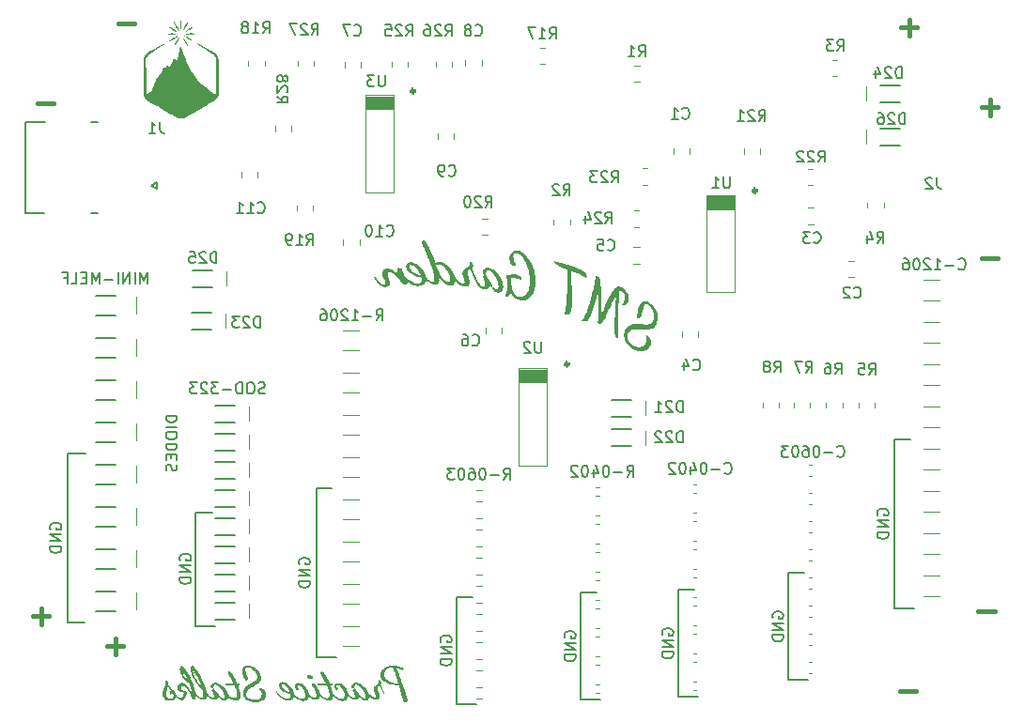
<source format=gbr>
%TF.GenerationSoftware,KiCad,Pcbnew,(6.0.5)*%
%TF.CreationDate,2022-08-10T18:54:24-07:00*%
%TF.ProjectId,AlpenglowSMTGarden,416c7065-6e67-46c6-9f77-534d54476172,rev?*%
%TF.SameCoordinates,Original*%
%TF.FileFunction,Legend,Bot*%
%TF.FilePolarity,Positive*%
%FSLAX46Y46*%
G04 Gerber Fmt 4.6, Leading zero omitted, Abs format (unit mm)*
G04 Created by KiCad (PCBNEW (6.0.5)) date 2022-08-10 18:54:24*
%MOMM*%
%LPD*%
G01*
G04 APERTURE LIST*
%ADD10C,0.150000*%
%ADD11C,0.152400*%
%ADD12C,0.381000*%
%ADD13C,0.200000*%
%ADD14C,0.120000*%
%ADD15C,0.343981*%
G04 APERTURE END LIST*
D10*
X140653400Y-89132000D02*
X140653400Y-104372000D01*
X192786000Y-84709000D02*
X192786000Y-99949000D01*
X175037750Y-107950000D02*
X173259750Y-107950000D01*
X153289000Y-98933000D02*
X153289000Y-108585000D01*
X174720250Y-98298000D02*
X173259750Y-98298000D01*
X129794000Y-91313000D02*
X129794000Y-101600000D01*
X119761000Y-101219000D02*
X118237000Y-101219000D01*
X164465000Y-98552000D02*
X164465000Y-108204000D01*
X173259750Y-98298000D02*
X173259750Y-107950000D01*
X142431400Y-104372000D02*
X140653400Y-104372000D01*
X131572000Y-101600000D02*
X129794000Y-101600000D01*
X183192250Y-96774000D02*
X183192250Y-106426000D01*
X131254500Y-91313000D02*
X129794000Y-91313000D01*
X154749500Y-98933000D02*
X153289000Y-98933000D01*
X194564000Y-99949000D02*
X192786000Y-99949000D01*
X118237000Y-85979000D02*
X118237000Y-101219000D01*
X194183000Y-84709000D02*
X192786000Y-84709000D01*
X142050400Y-89132000D02*
X140653400Y-89132000D01*
X166243000Y-108204000D02*
X164465000Y-108204000D01*
X155067000Y-108585000D02*
X153289000Y-108585000D01*
X184652750Y-96774000D02*
X183192250Y-96774000D01*
X165925500Y-98552000D02*
X164465000Y-98552000D01*
X119888000Y-85979000D02*
X118237000Y-85979000D01*
X184970250Y-106426000D02*
X183192250Y-106426000D01*
D11*
X191262000Y-91554904D02*
X191213619Y-91458142D01*
X191213619Y-91313000D01*
X191262000Y-91167857D01*
X191358761Y-91071095D01*
X191455523Y-91022714D01*
X191649047Y-90974333D01*
X191794190Y-90974333D01*
X191987714Y-91022714D01*
X192084476Y-91071095D01*
X192181238Y-91167857D01*
X192229619Y-91313000D01*
X192229619Y-91409761D01*
X192181238Y-91554904D01*
X192132857Y-91603285D01*
X191794190Y-91603285D01*
X191794190Y-91409761D01*
X192229619Y-92038714D02*
X191213619Y-92038714D01*
X192229619Y-92619285D01*
X191213619Y-92619285D01*
X192229619Y-93103095D02*
X191213619Y-93103095D01*
X191213619Y-93345000D01*
X191262000Y-93490142D01*
X191358761Y-93586904D01*
X191455523Y-93635285D01*
X191649047Y-93683666D01*
X191794190Y-93683666D01*
X191987714Y-93635285D01*
X192084476Y-93586904D01*
X192181238Y-93490142D01*
X192229619Y-93345000D01*
X192229619Y-93103095D01*
D12*
X124234205Y-47203033D02*
X122782776Y-47203033D01*
X116978720Y-54383080D02*
X115527291Y-54383080D01*
D10*
X125475523Y-70683380D02*
X125475523Y-69683380D01*
X125142190Y-70397666D01*
X124808857Y-69683380D01*
X124808857Y-70683380D01*
X124332666Y-70683380D02*
X124332666Y-69683380D01*
X123856476Y-70683380D02*
X123856476Y-69683380D01*
X123285047Y-70683380D01*
X123285047Y-69683380D01*
X122808857Y-70683380D02*
X122808857Y-69683380D01*
X122332666Y-70302428D02*
X121570761Y-70302428D01*
X121094571Y-70683380D02*
X121094571Y-69683380D01*
X120761238Y-70397666D01*
X120427904Y-69683380D01*
X120427904Y-70683380D01*
X119951714Y-70159571D02*
X119618380Y-70159571D01*
X119475523Y-70683380D02*
X119951714Y-70683380D01*
X119951714Y-69683380D01*
X119475523Y-69683380D01*
X118570761Y-70683380D02*
X119046952Y-70683380D01*
X119046952Y-69683380D01*
X117904095Y-70159571D02*
X118237428Y-70159571D01*
X118237428Y-70683380D02*
X118237428Y-69683380D01*
X117761238Y-69683380D01*
D12*
X202078714Y-68383077D02*
X200627285Y-68383077D01*
X116578721Y-100683063D02*
X115127292Y-100683063D01*
X115853007Y-101408777D02*
X115853007Y-99957349D01*
D11*
X163068000Y-102603904D02*
X163019619Y-102507142D01*
X163019619Y-102362000D01*
X163068000Y-102216857D01*
X163164761Y-102120095D01*
X163261523Y-102071714D01*
X163455047Y-102023333D01*
X163600190Y-102023333D01*
X163793714Y-102071714D01*
X163890476Y-102120095D01*
X163987238Y-102216857D01*
X164035619Y-102362000D01*
X164035619Y-102458761D01*
X163987238Y-102603904D01*
X163938857Y-102652285D01*
X163600190Y-102652285D01*
X163600190Y-102458761D01*
X164035619Y-103087714D02*
X163019619Y-103087714D01*
X164035619Y-103668285D01*
X163019619Y-103668285D01*
X164035619Y-104152095D02*
X163019619Y-104152095D01*
X163019619Y-104394000D01*
X163068000Y-104539142D01*
X163164761Y-104635904D01*
X163261523Y-104684285D01*
X163455047Y-104732666D01*
X163600190Y-104732666D01*
X163793714Y-104684285D01*
X163890476Y-104635904D01*
X163987238Y-104539142D01*
X164035619Y-104394000D01*
X164035619Y-104152095D01*
D10*
X177474285Y-87733142D02*
X177521904Y-87780761D01*
X177664761Y-87828380D01*
X177760000Y-87828380D01*
X177902857Y-87780761D01*
X177998095Y-87685523D01*
X178045714Y-87590285D01*
X178093333Y-87399809D01*
X178093333Y-87256952D01*
X178045714Y-87066476D01*
X177998095Y-86971238D01*
X177902857Y-86876000D01*
X177760000Y-86828380D01*
X177664761Y-86828380D01*
X177521904Y-86876000D01*
X177474285Y-86923619D01*
X177045714Y-87447428D02*
X176283809Y-87447428D01*
X175617142Y-86828380D02*
X175521904Y-86828380D01*
X175426666Y-86876000D01*
X175379047Y-86923619D01*
X175331428Y-87018857D01*
X175283809Y-87209333D01*
X175283809Y-87447428D01*
X175331428Y-87637904D01*
X175379047Y-87733142D01*
X175426666Y-87780761D01*
X175521904Y-87828380D01*
X175617142Y-87828380D01*
X175712380Y-87780761D01*
X175760000Y-87733142D01*
X175807619Y-87637904D01*
X175855238Y-87447428D01*
X175855238Y-87209333D01*
X175807619Y-87018857D01*
X175760000Y-86923619D01*
X175712380Y-86876000D01*
X175617142Y-86828380D01*
X174426666Y-87161714D02*
X174426666Y-87828380D01*
X174664761Y-86780761D02*
X174902857Y-87495047D01*
X174283809Y-87495047D01*
X173712380Y-86828380D02*
X173617142Y-86828380D01*
X173521904Y-86876000D01*
X173474285Y-86923619D01*
X173426666Y-87018857D01*
X173379047Y-87209333D01*
X173379047Y-87447428D01*
X173426666Y-87637904D01*
X173474285Y-87733142D01*
X173521904Y-87780761D01*
X173617142Y-87828380D01*
X173712380Y-87828380D01*
X173807619Y-87780761D01*
X173855238Y-87733142D01*
X173902857Y-87637904D01*
X173950476Y-87447428D01*
X173950476Y-87209333D01*
X173902857Y-87018857D01*
X173855238Y-86923619D01*
X173807619Y-86876000D01*
X173712380Y-86828380D01*
X172998095Y-86923619D02*
X172950476Y-86876000D01*
X172855238Y-86828380D01*
X172617142Y-86828380D01*
X172521904Y-86876000D01*
X172474285Y-86923619D01*
X172426666Y-87018857D01*
X172426666Y-87114095D01*
X172474285Y-87256952D01*
X173045714Y-87828380D01*
X172426666Y-87828380D01*
X128105380Y-82594619D02*
X127105380Y-82594619D01*
X127105380Y-82832714D01*
X127153000Y-82975571D01*
X127248238Y-83070809D01*
X127343476Y-83118428D01*
X127533952Y-83166047D01*
X127676809Y-83166047D01*
X127867285Y-83118428D01*
X127962523Y-83070809D01*
X128057761Y-82975571D01*
X128105380Y-82832714D01*
X128105380Y-82594619D01*
X128105380Y-83594619D02*
X127105380Y-83594619D01*
X127105380Y-84261285D02*
X127105380Y-84451761D01*
X127153000Y-84547000D01*
X127248238Y-84642238D01*
X127438714Y-84689857D01*
X127772047Y-84689857D01*
X127962523Y-84642238D01*
X128057761Y-84547000D01*
X128105380Y-84451761D01*
X128105380Y-84261285D01*
X128057761Y-84166047D01*
X127962523Y-84070809D01*
X127772047Y-84023190D01*
X127438714Y-84023190D01*
X127248238Y-84070809D01*
X127153000Y-84166047D01*
X127105380Y-84261285D01*
X128105380Y-85118428D02*
X127105380Y-85118428D01*
X127105380Y-85356523D01*
X127153000Y-85499380D01*
X127248238Y-85594619D01*
X127343476Y-85642238D01*
X127533952Y-85689857D01*
X127676809Y-85689857D01*
X127867285Y-85642238D01*
X127962523Y-85594619D01*
X128057761Y-85499380D01*
X128105380Y-85356523D01*
X128105380Y-85118428D01*
X127581571Y-86118428D02*
X127581571Y-86451761D01*
X128105380Y-86594619D02*
X128105380Y-86118428D01*
X127105380Y-86118428D01*
X127105380Y-86594619D01*
X128057761Y-86975571D02*
X128105380Y-87118428D01*
X128105380Y-87356523D01*
X128057761Y-87451761D01*
X128010142Y-87499380D01*
X127914904Y-87547000D01*
X127819666Y-87547000D01*
X127724428Y-87499380D01*
X127676809Y-87451761D01*
X127629190Y-87356523D01*
X127581571Y-87166047D01*
X127533952Y-87070809D01*
X127486333Y-87023190D01*
X127391095Y-86975571D01*
X127295857Y-86975571D01*
X127200619Y-87023190D01*
X127153000Y-87070809D01*
X127105380Y-87166047D01*
X127105380Y-87404142D01*
X127153000Y-87547000D01*
X168673795Y-88082380D02*
X169007129Y-87606190D01*
X169245224Y-88082380D02*
X169245224Y-87082380D01*
X168864271Y-87082380D01*
X168769033Y-87130000D01*
X168721414Y-87177619D01*
X168673795Y-87272857D01*
X168673795Y-87415714D01*
X168721414Y-87510952D01*
X168769033Y-87558571D01*
X168864271Y-87606190D01*
X169245224Y-87606190D01*
X168245224Y-87701428D02*
X167483319Y-87701428D01*
X166816652Y-87082380D02*
X166721414Y-87082380D01*
X166626176Y-87130000D01*
X166578557Y-87177619D01*
X166530938Y-87272857D01*
X166483319Y-87463333D01*
X166483319Y-87701428D01*
X166530938Y-87891904D01*
X166578557Y-87987142D01*
X166626176Y-88034761D01*
X166721414Y-88082380D01*
X166816652Y-88082380D01*
X166911890Y-88034761D01*
X166959510Y-87987142D01*
X167007129Y-87891904D01*
X167054748Y-87701428D01*
X167054748Y-87463333D01*
X167007129Y-87272857D01*
X166959510Y-87177619D01*
X166911890Y-87130000D01*
X166816652Y-87082380D01*
X165626176Y-87415714D02*
X165626176Y-88082380D01*
X165864271Y-87034761D02*
X166102367Y-87749047D01*
X165483319Y-87749047D01*
X164911890Y-87082380D02*
X164816652Y-87082380D01*
X164721414Y-87130000D01*
X164673795Y-87177619D01*
X164626176Y-87272857D01*
X164578557Y-87463333D01*
X164578557Y-87701428D01*
X164626176Y-87891904D01*
X164673795Y-87987142D01*
X164721414Y-88034761D01*
X164816652Y-88082380D01*
X164911890Y-88082380D01*
X165007129Y-88034761D01*
X165054748Y-87987142D01*
X165102367Y-87891904D01*
X165149986Y-87701428D01*
X165149986Y-87463333D01*
X165102367Y-87272857D01*
X165054748Y-87177619D01*
X165007129Y-87130000D01*
X164911890Y-87082380D01*
X164197605Y-87177619D02*
X164149986Y-87130000D01*
X164054748Y-87082380D01*
X163816652Y-87082380D01*
X163721414Y-87130000D01*
X163673795Y-87177619D01*
X163626176Y-87272857D01*
X163626176Y-87368095D01*
X163673795Y-87510952D01*
X164245224Y-88082380D01*
X163626176Y-88082380D01*
D11*
X181795250Y-100825904D02*
X181746869Y-100729142D01*
X181746869Y-100584000D01*
X181795250Y-100438857D01*
X181892011Y-100342095D01*
X181988773Y-100293714D01*
X182182297Y-100245333D01*
X182327440Y-100245333D01*
X182520964Y-100293714D01*
X182617726Y-100342095D01*
X182714488Y-100438857D01*
X182762869Y-100584000D01*
X182762869Y-100680761D01*
X182714488Y-100825904D01*
X182666107Y-100874285D01*
X182327440Y-100874285D01*
X182327440Y-100680761D01*
X182762869Y-101309714D02*
X181746869Y-101309714D01*
X182762869Y-101890285D01*
X181746869Y-101890285D01*
X182762869Y-102374095D02*
X181746869Y-102374095D01*
X181746869Y-102616000D01*
X181795250Y-102761142D01*
X181892011Y-102857904D01*
X181988773Y-102906285D01*
X182182297Y-102954666D01*
X182327440Y-102954666D01*
X182520964Y-102906285D01*
X182617726Y-102857904D01*
X182714488Y-102761142D01*
X182762869Y-102616000D01*
X182762869Y-102374095D01*
D10*
X198556285Y-69318142D02*
X198603904Y-69365761D01*
X198746761Y-69413380D01*
X198842000Y-69413380D01*
X198984857Y-69365761D01*
X199080095Y-69270523D01*
X199127714Y-69175285D01*
X199175333Y-68984809D01*
X199175333Y-68841952D01*
X199127714Y-68651476D01*
X199080095Y-68556238D01*
X198984857Y-68461000D01*
X198842000Y-68413380D01*
X198746761Y-68413380D01*
X198603904Y-68461000D01*
X198556285Y-68508619D01*
X198127714Y-69032428D02*
X197365809Y-69032428D01*
X196365809Y-69413380D02*
X196937238Y-69413380D01*
X196651523Y-69413380D02*
X196651523Y-68413380D01*
X196746761Y-68556238D01*
X196842000Y-68651476D01*
X196937238Y-68699095D01*
X195984857Y-68508619D02*
X195937238Y-68461000D01*
X195842000Y-68413380D01*
X195603904Y-68413380D01*
X195508666Y-68461000D01*
X195461047Y-68508619D01*
X195413428Y-68603857D01*
X195413428Y-68699095D01*
X195461047Y-68841952D01*
X196032476Y-69413380D01*
X195413428Y-69413380D01*
X194794380Y-68413380D02*
X194699142Y-68413380D01*
X194603904Y-68461000D01*
X194556285Y-68508619D01*
X194508666Y-68603857D01*
X194461047Y-68794333D01*
X194461047Y-69032428D01*
X194508666Y-69222904D01*
X194556285Y-69318142D01*
X194603904Y-69365761D01*
X194699142Y-69413380D01*
X194794380Y-69413380D01*
X194889619Y-69365761D01*
X194937238Y-69318142D01*
X194984857Y-69222904D01*
X195032476Y-69032428D01*
X195032476Y-68794333D01*
X194984857Y-68603857D01*
X194937238Y-68508619D01*
X194889619Y-68461000D01*
X194794380Y-68413380D01*
X193603904Y-68413380D02*
X193794380Y-68413380D01*
X193889619Y-68461000D01*
X193937238Y-68508619D01*
X194032476Y-68651476D01*
X194080095Y-68841952D01*
X194080095Y-69222904D01*
X194032476Y-69318142D01*
X193984857Y-69365761D01*
X193889619Y-69413380D01*
X193699142Y-69413380D01*
X193603904Y-69365761D01*
X193556285Y-69318142D01*
X193508666Y-69222904D01*
X193508666Y-68984809D01*
X193556285Y-68889571D01*
X193603904Y-68841952D01*
X193699142Y-68794333D01*
X193889619Y-68794333D01*
X193984857Y-68841952D01*
X194032476Y-68889571D01*
X194080095Y-68984809D01*
D12*
X201778703Y-100183064D02*
X200327274Y-100183064D01*
D11*
X139129400Y-95977904D02*
X139081019Y-95881142D01*
X139081019Y-95736000D01*
X139129400Y-95590857D01*
X139226161Y-95494095D01*
X139322923Y-95445714D01*
X139516447Y-95397333D01*
X139661590Y-95397333D01*
X139855114Y-95445714D01*
X139951876Y-95494095D01*
X140048638Y-95590857D01*
X140097019Y-95736000D01*
X140097019Y-95832761D01*
X140048638Y-95977904D01*
X140000257Y-96026285D01*
X139661590Y-96026285D01*
X139661590Y-95832761D01*
X140097019Y-96461714D02*
X139081019Y-96461714D01*
X140097019Y-97042285D01*
X139081019Y-97042285D01*
X140097019Y-97526095D02*
X139081019Y-97526095D01*
X139081019Y-97768000D01*
X139129400Y-97913142D01*
X139226161Y-98009904D01*
X139322923Y-98058285D01*
X139516447Y-98106666D01*
X139661590Y-98106666D01*
X139855114Y-98058285D01*
X139951876Y-98009904D01*
X140048638Y-97913142D01*
X140097019Y-97768000D01*
X140097019Y-97526095D01*
D12*
X194830634Y-47571689D02*
X193379205Y-47571689D01*
X194104920Y-48297403D02*
X194104920Y-46845975D01*
X123278707Y-103383083D02*
X121827278Y-103383083D01*
X122552993Y-104108797D02*
X122552993Y-102657369D01*
X194742344Y-107451350D02*
X193290915Y-107451350D01*
D10*
X187634285Y-86209142D02*
X187681904Y-86256761D01*
X187824761Y-86304380D01*
X187920000Y-86304380D01*
X188062857Y-86256761D01*
X188158095Y-86161523D01*
X188205714Y-86066285D01*
X188253333Y-85875809D01*
X188253333Y-85732952D01*
X188205714Y-85542476D01*
X188158095Y-85447238D01*
X188062857Y-85352000D01*
X187920000Y-85304380D01*
X187824761Y-85304380D01*
X187681904Y-85352000D01*
X187634285Y-85399619D01*
X187205714Y-85923428D02*
X186443809Y-85923428D01*
X185777142Y-85304380D02*
X185681904Y-85304380D01*
X185586666Y-85352000D01*
X185539047Y-85399619D01*
X185491428Y-85494857D01*
X185443809Y-85685333D01*
X185443809Y-85923428D01*
X185491428Y-86113904D01*
X185539047Y-86209142D01*
X185586666Y-86256761D01*
X185681904Y-86304380D01*
X185777142Y-86304380D01*
X185872380Y-86256761D01*
X185920000Y-86209142D01*
X185967619Y-86113904D01*
X186015238Y-85923428D01*
X186015238Y-85685333D01*
X185967619Y-85494857D01*
X185920000Y-85399619D01*
X185872380Y-85352000D01*
X185777142Y-85304380D01*
X184586666Y-85304380D02*
X184777142Y-85304380D01*
X184872380Y-85352000D01*
X184920000Y-85399619D01*
X185015238Y-85542476D01*
X185062857Y-85732952D01*
X185062857Y-86113904D01*
X185015238Y-86209142D01*
X184967619Y-86256761D01*
X184872380Y-86304380D01*
X184681904Y-86304380D01*
X184586666Y-86256761D01*
X184539047Y-86209142D01*
X184491428Y-86113904D01*
X184491428Y-85875809D01*
X184539047Y-85780571D01*
X184586666Y-85732952D01*
X184681904Y-85685333D01*
X184872380Y-85685333D01*
X184967619Y-85732952D01*
X185015238Y-85780571D01*
X185062857Y-85875809D01*
X183872380Y-85304380D02*
X183777142Y-85304380D01*
X183681904Y-85352000D01*
X183634285Y-85399619D01*
X183586666Y-85494857D01*
X183539047Y-85685333D01*
X183539047Y-85923428D01*
X183586666Y-86113904D01*
X183634285Y-86209142D01*
X183681904Y-86256761D01*
X183777142Y-86304380D01*
X183872380Y-86304380D01*
X183967619Y-86256761D01*
X184015238Y-86209142D01*
X184062857Y-86113904D01*
X184110476Y-85923428D01*
X184110476Y-85685333D01*
X184062857Y-85494857D01*
X184015238Y-85399619D01*
X183967619Y-85352000D01*
X183872380Y-85304380D01*
X183205714Y-85304380D02*
X182586666Y-85304380D01*
X182920000Y-85685333D01*
X182777142Y-85685333D01*
X182681904Y-85732952D01*
X182634285Y-85780571D01*
X182586666Y-85875809D01*
X182586666Y-86113904D01*
X182634285Y-86209142D01*
X182681904Y-86256761D01*
X182777142Y-86304380D01*
X183062857Y-86304380D01*
X183158095Y-86256761D01*
X183205714Y-86209142D01*
D11*
X171862750Y-102349904D02*
X171814369Y-102253142D01*
X171814369Y-102108000D01*
X171862750Y-101962857D01*
X171959511Y-101866095D01*
X172056273Y-101817714D01*
X172249797Y-101769333D01*
X172394940Y-101769333D01*
X172588464Y-101817714D01*
X172685226Y-101866095D01*
X172781988Y-101962857D01*
X172830369Y-102108000D01*
X172830369Y-102204761D01*
X172781988Y-102349904D01*
X172733607Y-102398285D01*
X172394940Y-102398285D01*
X172394940Y-102204761D01*
X172830369Y-102833714D02*
X171814369Y-102833714D01*
X172830369Y-103414285D01*
X171814369Y-103414285D01*
X172830369Y-103898095D02*
X171814369Y-103898095D01*
X171814369Y-104140000D01*
X171862750Y-104285142D01*
X171959511Y-104381904D01*
X172056273Y-104430285D01*
X172249797Y-104478666D01*
X172394940Y-104478666D01*
X172588464Y-104430285D01*
X172685226Y-104381904D01*
X172781988Y-104285142D01*
X172830369Y-104140000D01*
X172830369Y-103898095D01*
X151892000Y-102984904D02*
X151843619Y-102888142D01*
X151843619Y-102743000D01*
X151892000Y-102597857D01*
X151988761Y-102501095D01*
X152085523Y-102452714D01*
X152279047Y-102404333D01*
X152424190Y-102404333D01*
X152617714Y-102452714D01*
X152714476Y-102501095D01*
X152811238Y-102597857D01*
X152859619Y-102743000D01*
X152859619Y-102839761D01*
X152811238Y-102984904D01*
X152762857Y-103033285D01*
X152424190Y-103033285D01*
X152424190Y-102839761D01*
X152859619Y-103468714D02*
X151843619Y-103468714D01*
X152859619Y-104049285D01*
X151843619Y-104049285D01*
X152859619Y-104533095D02*
X151843619Y-104533095D01*
X151843619Y-104775000D01*
X151892000Y-104920142D01*
X151988761Y-105016904D01*
X152085523Y-105065285D01*
X152279047Y-105113666D01*
X152424190Y-105113666D01*
X152617714Y-105065285D01*
X152714476Y-105016904D01*
X152811238Y-104920142D01*
X152859619Y-104775000D01*
X152859619Y-104533095D01*
X116713000Y-92824904D02*
X116664619Y-92728142D01*
X116664619Y-92583000D01*
X116713000Y-92437857D01*
X116809761Y-92341095D01*
X116906523Y-92292714D01*
X117100047Y-92244333D01*
X117245190Y-92244333D01*
X117438714Y-92292714D01*
X117535476Y-92341095D01*
X117632238Y-92437857D01*
X117680619Y-92583000D01*
X117680619Y-92679761D01*
X117632238Y-92824904D01*
X117583857Y-92873285D01*
X117245190Y-92873285D01*
X117245190Y-92679761D01*
X117680619Y-93308714D02*
X116664619Y-93308714D01*
X117680619Y-93889285D01*
X116664619Y-93889285D01*
X117680619Y-94373095D02*
X116664619Y-94373095D01*
X116664619Y-94615000D01*
X116713000Y-94760142D01*
X116809761Y-94856904D01*
X116906523Y-94905285D01*
X117100047Y-94953666D01*
X117245190Y-94953666D01*
X117438714Y-94905285D01*
X117535476Y-94856904D01*
X117632238Y-94760142D01*
X117680619Y-94615000D01*
X117680619Y-94373095D01*
X128397000Y-95618904D02*
X128348619Y-95522142D01*
X128348619Y-95377000D01*
X128397000Y-95231857D01*
X128493761Y-95135095D01*
X128590523Y-95086714D01*
X128784047Y-95038333D01*
X128929190Y-95038333D01*
X129122714Y-95086714D01*
X129219476Y-95135095D01*
X129316238Y-95231857D01*
X129364619Y-95377000D01*
X129364619Y-95473761D01*
X129316238Y-95618904D01*
X129267857Y-95667285D01*
X128929190Y-95667285D01*
X128929190Y-95473761D01*
X129364619Y-96102714D02*
X128348619Y-96102714D01*
X129364619Y-96683285D01*
X128348619Y-96683285D01*
X129364619Y-97167095D02*
X128348619Y-97167095D01*
X128348619Y-97409000D01*
X128397000Y-97554142D01*
X128493761Y-97650904D01*
X128590523Y-97699285D01*
X128784047Y-97747666D01*
X128929190Y-97747666D01*
X129122714Y-97699285D01*
X129219476Y-97650904D01*
X129316238Y-97554142D01*
X129364619Y-97409000D01*
X129364619Y-97167095D01*
D10*
X146067285Y-73999380D02*
X146400619Y-73523190D01*
X146638714Y-73999380D02*
X146638714Y-72999380D01*
X146257761Y-72999380D01*
X146162523Y-73047000D01*
X146114904Y-73094619D01*
X146067285Y-73189857D01*
X146067285Y-73332714D01*
X146114904Y-73427952D01*
X146162523Y-73475571D01*
X146257761Y-73523190D01*
X146638714Y-73523190D01*
X145638714Y-73618428D02*
X144876809Y-73618428D01*
X143876809Y-73999380D02*
X144448238Y-73999380D01*
X144162523Y-73999380D02*
X144162523Y-72999380D01*
X144257761Y-73142238D01*
X144353000Y-73237476D01*
X144448238Y-73285095D01*
X143495857Y-73094619D02*
X143448238Y-73047000D01*
X143353000Y-72999380D01*
X143114904Y-72999380D01*
X143019666Y-73047000D01*
X142972047Y-73094619D01*
X142924428Y-73189857D01*
X142924428Y-73285095D01*
X142972047Y-73427952D01*
X143543476Y-73999380D01*
X142924428Y-73999380D01*
X142305380Y-72999380D02*
X142210142Y-72999380D01*
X142114904Y-73047000D01*
X142067285Y-73094619D01*
X142019666Y-73189857D01*
X141972047Y-73380333D01*
X141972047Y-73618428D01*
X142019666Y-73808904D01*
X142067285Y-73904142D01*
X142114904Y-73951761D01*
X142210142Y-73999380D01*
X142305380Y-73999380D01*
X142400619Y-73951761D01*
X142448238Y-73904142D01*
X142495857Y-73808904D01*
X142543476Y-73618428D01*
X142543476Y-73380333D01*
X142495857Y-73189857D01*
X142448238Y-73094619D01*
X142400619Y-73047000D01*
X142305380Y-72999380D01*
X141114904Y-72999380D02*
X141305380Y-72999380D01*
X141400619Y-73047000D01*
X141448238Y-73094619D01*
X141543476Y-73237476D01*
X141591095Y-73427952D01*
X141591095Y-73808904D01*
X141543476Y-73904142D01*
X141495857Y-73951761D01*
X141400619Y-73999380D01*
X141210142Y-73999380D01*
X141114904Y-73951761D01*
X141067285Y-73904142D01*
X141019666Y-73808904D01*
X141019666Y-73570809D01*
X141067285Y-73475571D01*
X141114904Y-73427952D01*
X141210142Y-73380333D01*
X141400619Y-73380333D01*
X141495857Y-73427952D01*
X141543476Y-73475571D01*
X141591095Y-73570809D01*
D12*
X202078714Y-54783071D02*
X200627285Y-54783071D01*
X201353000Y-55508785D02*
X201353000Y-54057357D01*
D10*
X157535285Y-88336380D02*
X157868619Y-87860190D01*
X158106714Y-88336380D02*
X158106714Y-87336380D01*
X157725761Y-87336380D01*
X157630523Y-87384000D01*
X157582904Y-87431619D01*
X157535285Y-87526857D01*
X157535285Y-87669714D01*
X157582904Y-87764952D01*
X157630523Y-87812571D01*
X157725761Y-87860190D01*
X158106714Y-87860190D01*
X157106714Y-87955428D02*
X156344809Y-87955428D01*
X155678142Y-87336380D02*
X155582904Y-87336380D01*
X155487666Y-87384000D01*
X155440047Y-87431619D01*
X155392428Y-87526857D01*
X155344809Y-87717333D01*
X155344809Y-87955428D01*
X155392428Y-88145904D01*
X155440047Y-88241142D01*
X155487666Y-88288761D01*
X155582904Y-88336380D01*
X155678142Y-88336380D01*
X155773380Y-88288761D01*
X155821000Y-88241142D01*
X155868619Y-88145904D01*
X155916238Y-87955428D01*
X155916238Y-87717333D01*
X155868619Y-87526857D01*
X155821000Y-87431619D01*
X155773380Y-87384000D01*
X155678142Y-87336380D01*
X154487666Y-87336380D02*
X154678142Y-87336380D01*
X154773380Y-87384000D01*
X154821000Y-87431619D01*
X154916238Y-87574476D01*
X154963857Y-87764952D01*
X154963857Y-88145904D01*
X154916238Y-88241142D01*
X154868619Y-88288761D01*
X154773380Y-88336380D01*
X154582904Y-88336380D01*
X154487666Y-88288761D01*
X154440047Y-88241142D01*
X154392428Y-88145904D01*
X154392428Y-87907809D01*
X154440047Y-87812571D01*
X154487666Y-87764952D01*
X154582904Y-87717333D01*
X154773380Y-87717333D01*
X154868619Y-87764952D01*
X154916238Y-87812571D01*
X154963857Y-87907809D01*
X153773380Y-87336380D02*
X153678142Y-87336380D01*
X153582904Y-87384000D01*
X153535285Y-87431619D01*
X153487666Y-87526857D01*
X153440047Y-87717333D01*
X153440047Y-87955428D01*
X153487666Y-88145904D01*
X153535285Y-88241142D01*
X153582904Y-88288761D01*
X153678142Y-88336380D01*
X153773380Y-88336380D01*
X153868619Y-88288761D01*
X153916238Y-88241142D01*
X153963857Y-88145904D01*
X154011476Y-87955428D01*
X154011476Y-87717333D01*
X153963857Y-87526857D01*
X153916238Y-87431619D01*
X153868619Y-87384000D01*
X153773380Y-87336380D01*
X153106714Y-87336380D02*
X152487666Y-87336380D01*
X152821000Y-87717333D01*
X152678142Y-87717333D01*
X152582904Y-87764952D01*
X152535285Y-87812571D01*
X152487666Y-87907809D01*
X152487666Y-88145904D01*
X152535285Y-88241142D01*
X152582904Y-88288761D01*
X152678142Y-88336380D01*
X152963857Y-88336380D01*
X153059095Y-88288761D01*
X153106714Y-88241142D01*
X136010142Y-80551761D02*
X135867285Y-80599380D01*
X135629190Y-80599380D01*
X135533952Y-80551761D01*
X135486333Y-80504142D01*
X135438714Y-80408904D01*
X135438714Y-80313666D01*
X135486333Y-80218428D01*
X135533952Y-80170809D01*
X135629190Y-80123190D01*
X135819666Y-80075571D01*
X135914904Y-80027952D01*
X135962523Y-79980333D01*
X136010142Y-79885095D01*
X136010142Y-79789857D01*
X135962523Y-79694619D01*
X135914904Y-79647000D01*
X135819666Y-79599380D01*
X135581571Y-79599380D01*
X135438714Y-79647000D01*
X134819666Y-79599380D02*
X134629190Y-79599380D01*
X134533952Y-79647000D01*
X134438714Y-79742238D01*
X134391095Y-79932714D01*
X134391095Y-80266047D01*
X134438714Y-80456523D01*
X134533952Y-80551761D01*
X134629190Y-80599380D01*
X134819666Y-80599380D01*
X134914904Y-80551761D01*
X135010142Y-80456523D01*
X135057761Y-80266047D01*
X135057761Y-79932714D01*
X135010142Y-79742238D01*
X134914904Y-79647000D01*
X134819666Y-79599380D01*
X133962523Y-80599380D02*
X133962523Y-79599380D01*
X133724428Y-79599380D01*
X133581571Y-79647000D01*
X133486333Y-79742238D01*
X133438714Y-79837476D01*
X133391095Y-80027952D01*
X133391095Y-80170809D01*
X133438714Y-80361285D01*
X133486333Y-80456523D01*
X133581571Y-80551761D01*
X133724428Y-80599380D01*
X133962523Y-80599380D01*
X132962523Y-80218428D02*
X132200619Y-80218428D01*
X131819666Y-79599380D02*
X131200619Y-79599380D01*
X131533952Y-79980333D01*
X131391095Y-79980333D01*
X131295857Y-80027952D01*
X131248238Y-80075571D01*
X131200619Y-80170809D01*
X131200619Y-80408904D01*
X131248238Y-80504142D01*
X131295857Y-80551761D01*
X131391095Y-80599380D01*
X131676809Y-80599380D01*
X131772047Y-80551761D01*
X131819666Y-80504142D01*
X130819666Y-79694619D02*
X130772047Y-79647000D01*
X130676809Y-79599380D01*
X130438714Y-79599380D01*
X130343476Y-79647000D01*
X130295857Y-79694619D01*
X130248238Y-79789857D01*
X130248238Y-79885095D01*
X130295857Y-80027952D01*
X130867285Y-80599380D01*
X130248238Y-80599380D01*
X129914904Y-79599380D02*
X129295857Y-79599380D01*
X129629190Y-79980333D01*
X129486333Y-79980333D01*
X129391095Y-80027952D01*
X129343476Y-80075571D01*
X129295857Y-80170809D01*
X129295857Y-80408904D01*
X129343476Y-80504142D01*
X129391095Y-80551761D01*
X129486333Y-80599380D01*
X129772047Y-80599380D01*
X129867285Y-80551761D01*
X129914904Y-80504142D01*
%TO.C,J1*%
X126586333Y-56099380D02*
X126586333Y-56813666D01*
X126633952Y-56956523D01*
X126729190Y-57051761D01*
X126872047Y-57099380D01*
X126967285Y-57099380D01*
X125586333Y-57099380D02*
X126157761Y-57099380D01*
X125872047Y-57099380D02*
X125872047Y-56099380D01*
X125967285Y-56242238D01*
X126062523Y-56337476D01*
X126157761Y-56385095D01*
%TO.C,R21*%
X180532435Y-56011695D02*
X180865768Y-55535505D01*
X181103863Y-56011695D02*
X181103863Y-55011695D01*
X180722911Y-55011695D01*
X180627673Y-55059315D01*
X180580054Y-55106934D01*
X180532435Y-55202172D01*
X180532435Y-55345029D01*
X180580054Y-55440267D01*
X180627673Y-55487886D01*
X180722911Y-55535505D01*
X181103863Y-55535505D01*
X180151482Y-55106934D02*
X180103863Y-55059315D01*
X180008625Y-55011695D01*
X179770530Y-55011695D01*
X179675292Y-55059315D01*
X179627673Y-55106934D01*
X179580054Y-55202172D01*
X179580054Y-55297410D01*
X179627673Y-55440267D01*
X180199101Y-56011695D01*
X179580054Y-56011695D01*
X178627673Y-56011695D02*
X179199101Y-56011695D01*
X178913387Y-56011695D02*
X178913387Y-55011695D01*
X179008625Y-55154553D01*
X179103863Y-55249791D01*
X179199101Y-55297410D01*
%TO.C,D24*%
X193414885Y-52145180D02*
X193414885Y-51145180D01*
X193176790Y-51145180D01*
X193033933Y-51192800D01*
X192938695Y-51288038D01*
X192891076Y-51383276D01*
X192843457Y-51573752D01*
X192843457Y-51716609D01*
X192891076Y-51907085D01*
X192938695Y-52002323D01*
X193033933Y-52097561D01*
X193176790Y-52145180D01*
X193414885Y-52145180D01*
X192462504Y-51240419D02*
X192414885Y-51192800D01*
X192319647Y-51145180D01*
X192081552Y-51145180D01*
X191986314Y-51192800D01*
X191938695Y-51240419D01*
X191891076Y-51335657D01*
X191891076Y-51430895D01*
X191938695Y-51573752D01*
X192510123Y-52145180D01*
X191891076Y-52145180D01*
X191033933Y-51478514D02*
X191033933Y-52145180D01*
X191272028Y-51097561D02*
X191510123Y-51811847D01*
X190891076Y-51811847D01*
%TO.C,C10*%
X146995857Y-66304142D02*
X147043476Y-66351761D01*
X147186333Y-66399380D01*
X147281571Y-66399380D01*
X147424428Y-66351761D01*
X147519666Y-66256523D01*
X147567285Y-66161285D01*
X147614904Y-65970809D01*
X147614904Y-65827952D01*
X147567285Y-65637476D01*
X147519666Y-65542238D01*
X147424428Y-65447000D01*
X147281571Y-65399380D01*
X147186333Y-65399380D01*
X147043476Y-65447000D01*
X146995857Y-65494619D01*
X146043476Y-66399380D02*
X146614904Y-66399380D01*
X146329190Y-66399380D02*
X146329190Y-65399380D01*
X146424428Y-65542238D01*
X146519666Y-65637476D01*
X146614904Y-65685095D01*
X145424428Y-65399380D02*
X145329190Y-65399380D01*
X145233952Y-65447000D01*
X145186333Y-65494619D01*
X145138714Y-65589857D01*
X145091095Y-65780333D01*
X145091095Y-66018428D01*
X145138714Y-66208904D01*
X145186333Y-66304142D01*
X145233952Y-66351761D01*
X145329190Y-66399380D01*
X145424428Y-66399380D01*
X145519666Y-66351761D01*
X145567285Y-66304142D01*
X145614904Y-66208904D01*
X145662523Y-66018428D01*
X145662523Y-65780333D01*
X145614904Y-65589857D01*
X145567285Y-65494619D01*
X145519666Y-65447000D01*
X145424428Y-65399380D01*
%TO.C,D23*%
X135580285Y-74620380D02*
X135580285Y-73620380D01*
X135342190Y-73620380D01*
X135199333Y-73668000D01*
X135104095Y-73763238D01*
X135056476Y-73858476D01*
X135008857Y-74048952D01*
X135008857Y-74191809D01*
X135056476Y-74382285D01*
X135104095Y-74477523D01*
X135199333Y-74572761D01*
X135342190Y-74620380D01*
X135580285Y-74620380D01*
X134627904Y-73715619D02*
X134580285Y-73668000D01*
X134485047Y-73620380D01*
X134246952Y-73620380D01*
X134151714Y-73668000D01*
X134104095Y-73715619D01*
X134056476Y-73810857D01*
X134056476Y-73906095D01*
X134104095Y-74048952D01*
X134675523Y-74620380D01*
X134056476Y-74620380D01*
X133723142Y-73620380D02*
X133104095Y-73620380D01*
X133437428Y-74001333D01*
X133294571Y-74001333D01*
X133199333Y-74048952D01*
X133151714Y-74096571D01*
X133104095Y-74191809D01*
X133104095Y-74429904D01*
X133151714Y-74525142D01*
X133199333Y-74572761D01*
X133294571Y-74620380D01*
X133580285Y-74620380D01*
X133675523Y-74572761D01*
X133723142Y-74525142D01*
%TO.C,R2*%
X162919666Y-62699380D02*
X163253000Y-62223190D01*
X163491095Y-62699380D02*
X163491095Y-61699380D01*
X163110142Y-61699380D01*
X163014904Y-61747000D01*
X162967285Y-61794619D01*
X162919666Y-61889857D01*
X162919666Y-62032714D01*
X162967285Y-62127952D01*
X163014904Y-62175571D01*
X163110142Y-62223190D01*
X163491095Y-62223190D01*
X162538714Y-61794619D02*
X162491095Y-61747000D01*
X162395857Y-61699380D01*
X162157761Y-61699380D01*
X162062523Y-61747000D01*
X162014904Y-61794619D01*
X161967285Y-61889857D01*
X161967285Y-61985095D01*
X162014904Y-62127952D01*
X162586333Y-62699380D01*
X161967285Y-62699380D01*
%TO.C,C11*%
X135389857Y-64238142D02*
X135437476Y-64285761D01*
X135580333Y-64333380D01*
X135675571Y-64333380D01*
X135818428Y-64285761D01*
X135913666Y-64190523D01*
X135961285Y-64095285D01*
X136008904Y-63904809D01*
X136008904Y-63761952D01*
X135961285Y-63571476D01*
X135913666Y-63476238D01*
X135818428Y-63381000D01*
X135675571Y-63333380D01*
X135580333Y-63333380D01*
X135437476Y-63381000D01*
X135389857Y-63428619D01*
X134437476Y-64333380D02*
X135008904Y-64333380D01*
X134723190Y-64333380D02*
X134723190Y-63333380D01*
X134818428Y-63476238D01*
X134913666Y-63571476D01*
X135008904Y-63619095D01*
X133485095Y-64333380D02*
X134056523Y-64333380D01*
X133770809Y-64333380D02*
X133770809Y-63333380D01*
X133866047Y-63476238D01*
X133961285Y-63571476D01*
X134056523Y-63619095D01*
%TO.C,U1*%
X177926904Y-61047380D02*
X177926904Y-61856904D01*
X177879285Y-61952142D01*
X177831666Y-61999761D01*
X177736428Y-62047380D01*
X177545952Y-62047380D01*
X177450714Y-61999761D01*
X177403095Y-61952142D01*
X177355476Y-61856904D01*
X177355476Y-61047380D01*
X176355476Y-62047380D02*
X176926904Y-62047380D01*
X176641190Y-62047380D02*
X176641190Y-61047380D01*
X176736428Y-61190238D01*
X176831666Y-61285476D01*
X176926904Y-61333095D01*
%TO.C,R28*%
X137100619Y-53789857D02*
X137576809Y-54123190D01*
X137100619Y-54361285D02*
X138100619Y-54361285D01*
X138100619Y-53980333D01*
X138053000Y-53885095D01*
X138005380Y-53837476D01*
X137910142Y-53789857D01*
X137767285Y-53789857D01*
X137672047Y-53837476D01*
X137624428Y-53885095D01*
X137576809Y-53980333D01*
X137576809Y-54361285D01*
X138005380Y-53408904D02*
X138053000Y-53361285D01*
X138100619Y-53266047D01*
X138100619Y-53027952D01*
X138053000Y-52932714D01*
X138005380Y-52885095D01*
X137910142Y-52837476D01*
X137814904Y-52837476D01*
X137672047Y-52885095D01*
X137100619Y-53456523D01*
X137100619Y-52837476D01*
X137672047Y-52266047D02*
X137719666Y-52361285D01*
X137767285Y-52408904D01*
X137862523Y-52456523D01*
X137910142Y-52456523D01*
X138005380Y-52408904D01*
X138053000Y-52361285D01*
X138100619Y-52266047D01*
X138100619Y-52075571D01*
X138053000Y-51980333D01*
X138005380Y-51932714D01*
X137910142Y-51885095D01*
X137862523Y-51885095D01*
X137767285Y-51932714D01*
X137719666Y-51980333D01*
X137672047Y-52075571D01*
X137672047Y-52266047D01*
X137624428Y-52361285D01*
X137576809Y-52408904D01*
X137481571Y-52456523D01*
X137291095Y-52456523D01*
X137195857Y-52408904D01*
X137148238Y-52361285D01*
X137100619Y-52266047D01*
X137100619Y-52075571D01*
X137148238Y-51980333D01*
X137195857Y-51932714D01*
X137291095Y-51885095D01*
X137481571Y-51885095D01*
X137576809Y-51932714D01*
X137624428Y-51980333D01*
X137672047Y-52075571D01*
%TO.C,D22*%
X173667285Y-84999380D02*
X173667285Y-83999380D01*
X173429190Y-83999380D01*
X173286333Y-84047000D01*
X173191095Y-84142238D01*
X173143476Y-84237476D01*
X173095857Y-84427952D01*
X173095857Y-84570809D01*
X173143476Y-84761285D01*
X173191095Y-84856523D01*
X173286333Y-84951761D01*
X173429190Y-84999380D01*
X173667285Y-84999380D01*
X172714904Y-84094619D02*
X172667285Y-84047000D01*
X172572047Y-83999380D01*
X172333952Y-83999380D01*
X172238714Y-84047000D01*
X172191095Y-84094619D01*
X172143476Y-84189857D01*
X172143476Y-84285095D01*
X172191095Y-84427952D01*
X172762523Y-84999380D01*
X172143476Y-84999380D01*
X171762523Y-84094619D02*
X171714904Y-84047000D01*
X171619666Y-83999380D01*
X171381571Y-83999380D01*
X171286333Y-84047000D01*
X171238714Y-84094619D01*
X171191095Y-84189857D01*
X171191095Y-84285095D01*
X171238714Y-84427952D01*
X171810142Y-84999380D01*
X171191095Y-84999380D01*
%TO.C,C2*%
X189131137Y-71876491D02*
X189178756Y-71924110D01*
X189321613Y-71971729D01*
X189416851Y-71971729D01*
X189559709Y-71924110D01*
X189654947Y-71828872D01*
X189702566Y-71733634D01*
X189750185Y-71543158D01*
X189750185Y-71400301D01*
X189702566Y-71209825D01*
X189654947Y-71114587D01*
X189559709Y-71019349D01*
X189416851Y-70971729D01*
X189321613Y-70971729D01*
X189178756Y-71019349D01*
X189131137Y-71066968D01*
X188750185Y-71066968D02*
X188702566Y-71019349D01*
X188607328Y-70971729D01*
X188369232Y-70971729D01*
X188273994Y-71019349D01*
X188226375Y-71066968D01*
X188178756Y-71162206D01*
X188178756Y-71257444D01*
X188226375Y-71400301D01*
X188797804Y-71971729D01*
X188178756Y-71971729D01*
%TO.C,J2*%
X196586333Y-61099380D02*
X196586333Y-61813666D01*
X196633952Y-61956523D01*
X196729190Y-62051761D01*
X196872047Y-62099380D01*
X196967285Y-62099380D01*
X196157761Y-61194619D02*
X196110142Y-61147000D01*
X196014904Y-61099380D01*
X195776809Y-61099380D01*
X195681571Y-61147000D01*
X195633952Y-61194619D01*
X195586333Y-61289857D01*
X195586333Y-61385095D01*
X195633952Y-61527952D01*
X196205380Y-62099380D01*
X195586333Y-62099380D01*
%TO.C,R5*%
X190463466Y-78871580D02*
X190796800Y-78395390D01*
X191034895Y-78871580D02*
X191034895Y-77871580D01*
X190653942Y-77871580D01*
X190558704Y-77919200D01*
X190511085Y-77966819D01*
X190463466Y-78062057D01*
X190463466Y-78204914D01*
X190511085Y-78300152D01*
X190558704Y-78347771D01*
X190653942Y-78395390D01*
X191034895Y-78395390D01*
X189558704Y-77871580D02*
X190034895Y-77871580D01*
X190082514Y-78347771D01*
X190034895Y-78300152D01*
X189939657Y-78252533D01*
X189701561Y-78252533D01*
X189606323Y-78300152D01*
X189558704Y-78347771D01*
X189511085Y-78443009D01*
X189511085Y-78681104D01*
X189558704Y-78776342D01*
X189606323Y-78823961D01*
X189701561Y-78871580D01*
X189939657Y-78871580D01*
X190034895Y-78823961D01*
X190082514Y-78776342D01*
%TO.C,C3*%
X185493713Y-66933832D02*
X185541332Y-66981451D01*
X185684189Y-67029070D01*
X185779427Y-67029070D01*
X185922285Y-66981451D01*
X186017523Y-66886213D01*
X186065142Y-66790975D01*
X186112761Y-66600499D01*
X186112761Y-66457642D01*
X186065142Y-66267166D01*
X186017523Y-66171928D01*
X185922285Y-66076690D01*
X185779427Y-66029070D01*
X185684189Y-66029070D01*
X185541332Y-66076690D01*
X185493713Y-66124309D01*
X185160380Y-66029070D02*
X184541332Y-66029070D01*
X184874666Y-66410023D01*
X184731808Y-66410023D01*
X184636570Y-66457642D01*
X184588951Y-66505261D01*
X184541332Y-66600499D01*
X184541332Y-66838594D01*
X184588951Y-66933832D01*
X184636570Y-66981451D01*
X184731808Y-67029070D01*
X185017523Y-67029070D01*
X185112761Y-66981451D01*
X185160380Y-66933832D01*
%TO.C,C7*%
X144057666Y-48236142D02*
X144105285Y-48283761D01*
X144248142Y-48331380D01*
X144343380Y-48331380D01*
X144486238Y-48283761D01*
X144581476Y-48188523D01*
X144629095Y-48093285D01*
X144676714Y-47902809D01*
X144676714Y-47759952D01*
X144629095Y-47569476D01*
X144581476Y-47474238D01*
X144486238Y-47379000D01*
X144343380Y-47331380D01*
X144248142Y-47331380D01*
X144105285Y-47379000D01*
X144057666Y-47426619D01*
X143724333Y-47331380D02*
X143057666Y-47331380D01*
X143486238Y-48331380D01*
%TO.C,D21*%
X173667285Y-82240380D02*
X173667285Y-81240380D01*
X173429190Y-81240380D01*
X173286333Y-81288000D01*
X173191095Y-81383238D01*
X173143476Y-81478476D01*
X173095857Y-81668952D01*
X173095857Y-81811809D01*
X173143476Y-82002285D01*
X173191095Y-82097523D01*
X173286333Y-82192761D01*
X173429190Y-82240380D01*
X173667285Y-82240380D01*
X172714904Y-81335619D02*
X172667285Y-81288000D01*
X172572047Y-81240380D01*
X172333952Y-81240380D01*
X172238714Y-81288000D01*
X172191095Y-81335619D01*
X172143476Y-81430857D01*
X172143476Y-81526095D01*
X172191095Y-81668952D01*
X172762523Y-82240380D01*
X172143476Y-82240380D01*
X171191095Y-82240380D02*
X171762523Y-82240380D01*
X171476809Y-82240380D02*
X171476809Y-81240380D01*
X171572047Y-81383238D01*
X171667285Y-81478476D01*
X171762523Y-81526095D01*
%TO.C,R17*%
X161678857Y-48585380D02*
X162012190Y-48109190D01*
X162250285Y-48585380D02*
X162250285Y-47585380D01*
X161869333Y-47585380D01*
X161774095Y-47633000D01*
X161726476Y-47680619D01*
X161678857Y-47775857D01*
X161678857Y-47918714D01*
X161726476Y-48013952D01*
X161774095Y-48061571D01*
X161869333Y-48109190D01*
X162250285Y-48109190D01*
X160726476Y-48585380D02*
X161297904Y-48585380D01*
X161012190Y-48585380D02*
X161012190Y-47585380D01*
X161107428Y-47728238D01*
X161202666Y-47823476D01*
X161297904Y-47871095D01*
X160393142Y-47585380D02*
X159726476Y-47585380D01*
X160155047Y-48585380D01*
%TO.C,C5*%
X166919666Y-67604142D02*
X166967285Y-67651761D01*
X167110142Y-67699380D01*
X167205380Y-67699380D01*
X167348238Y-67651761D01*
X167443476Y-67556523D01*
X167491095Y-67461285D01*
X167538714Y-67270809D01*
X167538714Y-67127952D01*
X167491095Y-66937476D01*
X167443476Y-66842238D01*
X167348238Y-66747000D01*
X167205380Y-66699380D01*
X167110142Y-66699380D01*
X166967285Y-66747000D01*
X166919666Y-66794619D01*
X166014904Y-66699380D02*
X166491095Y-66699380D01*
X166538714Y-67175571D01*
X166491095Y-67127952D01*
X166395857Y-67080333D01*
X166157761Y-67080333D01*
X166062523Y-67127952D01*
X166014904Y-67175571D01*
X165967285Y-67270809D01*
X165967285Y-67508904D01*
X166014904Y-67604142D01*
X166062523Y-67651761D01*
X166157761Y-67699380D01*
X166395857Y-67699380D01*
X166491095Y-67651761D01*
X166538714Y-67604142D01*
%TO.C,R23*%
X167266857Y-61539380D02*
X167600190Y-61063190D01*
X167838285Y-61539380D02*
X167838285Y-60539380D01*
X167457333Y-60539380D01*
X167362095Y-60587000D01*
X167314476Y-60634619D01*
X167266857Y-60729857D01*
X167266857Y-60872714D01*
X167314476Y-60967952D01*
X167362095Y-61015571D01*
X167457333Y-61063190D01*
X167838285Y-61063190D01*
X166885904Y-60634619D02*
X166838285Y-60587000D01*
X166743047Y-60539380D01*
X166504952Y-60539380D01*
X166409714Y-60587000D01*
X166362095Y-60634619D01*
X166314476Y-60729857D01*
X166314476Y-60825095D01*
X166362095Y-60967952D01*
X166933523Y-61539380D01*
X166314476Y-61539380D01*
X165981142Y-60539380D02*
X165362095Y-60539380D01*
X165695428Y-60920333D01*
X165552571Y-60920333D01*
X165457333Y-60967952D01*
X165409714Y-61015571D01*
X165362095Y-61110809D01*
X165362095Y-61348904D01*
X165409714Y-61444142D01*
X165457333Y-61491761D01*
X165552571Y-61539380D01*
X165838285Y-61539380D01*
X165933523Y-61491761D01*
X165981142Y-61444142D01*
%TO.C,R7*%
X184773866Y-78684380D02*
X185107200Y-78208190D01*
X185345295Y-78684380D02*
X185345295Y-77684380D01*
X184964342Y-77684380D01*
X184869104Y-77732000D01*
X184821485Y-77779619D01*
X184773866Y-77874857D01*
X184773866Y-78017714D01*
X184821485Y-78112952D01*
X184869104Y-78160571D01*
X184964342Y-78208190D01*
X185345295Y-78208190D01*
X184440533Y-77684380D02*
X183773866Y-77684380D01*
X184202438Y-78684380D01*
%TO.C,D26*%
X193717285Y-56299380D02*
X193717285Y-55299380D01*
X193479190Y-55299380D01*
X193336333Y-55347000D01*
X193241095Y-55442238D01*
X193193476Y-55537476D01*
X193145857Y-55727952D01*
X193145857Y-55870809D01*
X193193476Y-56061285D01*
X193241095Y-56156523D01*
X193336333Y-56251761D01*
X193479190Y-56299380D01*
X193717285Y-56299380D01*
X192764904Y-55394619D02*
X192717285Y-55347000D01*
X192622047Y-55299380D01*
X192383952Y-55299380D01*
X192288714Y-55347000D01*
X192241095Y-55394619D01*
X192193476Y-55489857D01*
X192193476Y-55585095D01*
X192241095Y-55727952D01*
X192812523Y-56299380D01*
X192193476Y-56299380D01*
X191336333Y-55299380D02*
X191526809Y-55299380D01*
X191622047Y-55347000D01*
X191669666Y-55394619D01*
X191764904Y-55537476D01*
X191812523Y-55727952D01*
X191812523Y-56108904D01*
X191764904Y-56204142D01*
X191717285Y-56251761D01*
X191622047Y-56299380D01*
X191431571Y-56299380D01*
X191336333Y-56251761D01*
X191288714Y-56204142D01*
X191241095Y-56108904D01*
X191241095Y-55870809D01*
X191288714Y-55775571D01*
X191336333Y-55727952D01*
X191431571Y-55680333D01*
X191622047Y-55680333D01*
X191717285Y-55727952D01*
X191764904Y-55775571D01*
X191812523Y-55870809D01*
%TO.C,R4*%
X191200066Y-67000380D02*
X191533400Y-66524190D01*
X191771495Y-67000380D02*
X191771495Y-66000380D01*
X191390542Y-66000380D01*
X191295304Y-66048000D01*
X191247685Y-66095619D01*
X191200066Y-66190857D01*
X191200066Y-66333714D01*
X191247685Y-66428952D01*
X191295304Y-66476571D01*
X191390542Y-66524190D01*
X191771495Y-66524190D01*
X190342923Y-66333714D02*
X190342923Y-67000380D01*
X190581019Y-65952761D02*
X190819114Y-66667047D01*
X190200066Y-66667047D01*
%TO.C,R26*%
X152280857Y-48331380D02*
X152614190Y-47855190D01*
X152852285Y-48331380D02*
X152852285Y-47331380D01*
X152471333Y-47331380D01*
X152376095Y-47379000D01*
X152328476Y-47426619D01*
X152280857Y-47521857D01*
X152280857Y-47664714D01*
X152328476Y-47759952D01*
X152376095Y-47807571D01*
X152471333Y-47855190D01*
X152852285Y-47855190D01*
X151899904Y-47426619D02*
X151852285Y-47379000D01*
X151757047Y-47331380D01*
X151518952Y-47331380D01*
X151423714Y-47379000D01*
X151376095Y-47426619D01*
X151328476Y-47521857D01*
X151328476Y-47617095D01*
X151376095Y-47759952D01*
X151947523Y-48331380D01*
X151328476Y-48331380D01*
X150471333Y-47331380D02*
X150661809Y-47331380D01*
X150757047Y-47379000D01*
X150804666Y-47426619D01*
X150899904Y-47569476D01*
X150947523Y-47759952D01*
X150947523Y-48140904D01*
X150899904Y-48236142D01*
X150852285Y-48283761D01*
X150757047Y-48331380D01*
X150566571Y-48331380D01*
X150471333Y-48283761D01*
X150423714Y-48236142D01*
X150376095Y-48140904D01*
X150376095Y-47902809D01*
X150423714Y-47807571D01*
X150471333Y-47759952D01*
X150566571Y-47712333D01*
X150757047Y-47712333D01*
X150852285Y-47759952D01*
X150899904Y-47807571D01*
X150947523Y-47902809D01*
%TO.C,R24*%
X166717794Y-65222380D02*
X167051127Y-64746190D01*
X167289222Y-65222380D02*
X167289222Y-64222380D01*
X166908270Y-64222380D01*
X166813032Y-64270000D01*
X166765413Y-64317619D01*
X166717794Y-64412857D01*
X166717794Y-64555714D01*
X166765413Y-64650952D01*
X166813032Y-64698571D01*
X166908270Y-64746190D01*
X167289222Y-64746190D01*
X166336841Y-64317619D02*
X166289222Y-64270000D01*
X166193984Y-64222380D01*
X165955889Y-64222380D01*
X165860651Y-64270000D01*
X165813032Y-64317619D01*
X165765413Y-64412857D01*
X165765413Y-64508095D01*
X165813032Y-64650952D01*
X166384460Y-65222380D01*
X165765413Y-65222380D01*
X164908270Y-64555714D02*
X164908270Y-65222380D01*
X165146365Y-64174761D02*
X165384460Y-64889047D01*
X164765413Y-64889047D01*
%TO.C,C1*%
X173652439Y-55722430D02*
X173700058Y-55770049D01*
X173842915Y-55817668D01*
X173938153Y-55817668D01*
X174081011Y-55770049D01*
X174176249Y-55674811D01*
X174223868Y-55579573D01*
X174271487Y-55389097D01*
X174271487Y-55246240D01*
X174223868Y-55055764D01*
X174176249Y-54960526D01*
X174081011Y-54865288D01*
X173938153Y-54817668D01*
X173842915Y-54817668D01*
X173700058Y-54865288D01*
X173652439Y-54912907D01*
X172700058Y-55817668D02*
X173271487Y-55817668D01*
X172985773Y-55817668D02*
X172985773Y-54817668D01*
X173081011Y-54960526D01*
X173176249Y-55055764D01*
X173271487Y-55103383D01*
%TO.C,R6*%
X187415466Y-78836780D02*
X187748800Y-78360590D01*
X187986895Y-78836780D02*
X187986895Y-77836780D01*
X187605942Y-77836780D01*
X187510704Y-77884400D01*
X187463085Y-77932019D01*
X187415466Y-78027257D01*
X187415466Y-78170114D01*
X187463085Y-78265352D01*
X187510704Y-78312971D01*
X187605942Y-78360590D01*
X187986895Y-78360590D01*
X186558323Y-77836780D02*
X186748800Y-77836780D01*
X186844038Y-77884400D01*
X186891657Y-77932019D01*
X186986895Y-78074876D01*
X187034514Y-78265352D01*
X187034514Y-78646304D01*
X186986895Y-78741542D01*
X186939276Y-78789161D01*
X186844038Y-78836780D01*
X186653561Y-78836780D01*
X186558323Y-78789161D01*
X186510704Y-78741542D01*
X186463085Y-78646304D01*
X186463085Y-78408209D01*
X186510704Y-78312971D01*
X186558323Y-78265352D01*
X186653561Y-78217733D01*
X186844038Y-78217733D01*
X186939276Y-78265352D01*
X186986895Y-78312971D01*
X187034514Y-78408209D01*
%TO.C,C6*%
X154725666Y-76176142D02*
X154773285Y-76223761D01*
X154916142Y-76271380D01*
X155011380Y-76271380D01*
X155154238Y-76223761D01*
X155249476Y-76128523D01*
X155297095Y-76033285D01*
X155344714Y-75842809D01*
X155344714Y-75699952D01*
X155297095Y-75509476D01*
X155249476Y-75414238D01*
X155154238Y-75319000D01*
X155011380Y-75271380D01*
X154916142Y-75271380D01*
X154773285Y-75319000D01*
X154725666Y-75366619D01*
X153868523Y-75271380D02*
X154059000Y-75271380D01*
X154154238Y-75319000D01*
X154201857Y-75366619D01*
X154297095Y-75509476D01*
X154344714Y-75699952D01*
X154344714Y-76080904D01*
X154297095Y-76176142D01*
X154249476Y-76223761D01*
X154154238Y-76271380D01*
X153963761Y-76271380D01*
X153868523Y-76223761D01*
X153820904Y-76176142D01*
X153773285Y-76080904D01*
X153773285Y-75842809D01*
X153820904Y-75747571D01*
X153868523Y-75699952D01*
X153963761Y-75652333D01*
X154154238Y-75652333D01*
X154249476Y-75699952D01*
X154297095Y-75747571D01*
X154344714Y-75842809D01*
%TO.C,C8*%
X154979666Y-48236142D02*
X155027285Y-48283761D01*
X155170142Y-48331380D01*
X155265380Y-48331380D01*
X155408238Y-48283761D01*
X155503476Y-48188523D01*
X155551095Y-48093285D01*
X155598714Y-47902809D01*
X155598714Y-47759952D01*
X155551095Y-47569476D01*
X155503476Y-47474238D01*
X155408238Y-47379000D01*
X155265380Y-47331380D01*
X155170142Y-47331380D01*
X155027285Y-47379000D01*
X154979666Y-47426619D01*
X154408238Y-47759952D02*
X154503476Y-47712333D01*
X154551095Y-47664714D01*
X154598714Y-47569476D01*
X154598714Y-47521857D01*
X154551095Y-47426619D01*
X154503476Y-47379000D01*
X154408238Y-47331380D01*
X154217761Y-47331380D01*
X154122523Y-47379000D01*
X154074904Y-47426619D01*
X154027285Y-47521857D01*
X154027285Y-47569476D01*
X154074904Y-47664714D01*
X154122523Y-47712333D01*
X154217761Y-47759952D01*
X154408238Y-47759952D01*
X154503476Y-47807571D01*
X154551095Y-47855190D01*
X154598714Y-47950428D01*
X154598714Y-48140904D01*
X154551095Y-48236142D01*
X154503476Y-48283761D01*
X154408238Y-48331380D01*
X154217761Y-48331380D01*
X154122523Y-48283761D01*
X154074904Y-48236142D01*
X154027285Y-48140904D01*
X154027285Y-47950428D01*
X154074904Y-47855190D01*
X154122523Y-47807571D01*
X154217761Y-47759952D01*
%TO.C,R25*%
X148766138Y-48331380D02*
X149099471Y-47855190D01*
X149337566Y-48331380D02*
X149337566Y-47331380D01*
X148956614Y-47331380D01*
X148861376Y-47379000D01*
X148813757Y-47426619D01*
X148766138Y-47521857D01*
X148766138Y-47664714D01*
X148813757Y-47759952D01*
X148861376Y-47807571D01*
X148956614Y-47855190D01*
X149337566Y-47855190D01*
X148385185Y-47426619D02*
X148337566Y-47379000D01*
X148242328Y-47331380D01*
X148004233Y-47331380D01*
X147908995Y-47379000D01*
X147861376Y-47426619D01*
X147813757Y-47521857D01*
X147813757Y-47617095D01*
X147861376Y-47759952D01*
X148432804Y-48331380D01*
X147813757Y-48331380D01*
X146908995Y-47331380D02*
X147385185Y-47331380D01*
X147432804Y-47807571D01*
X147385185Y-47759952D01*
X147289947Y-47712333D01*
X147051852Y-47712333D01*
X146956614Y-47759952D01*
X146908995Y-47807571D01*
X146861376Y-47902809D01*
X146861376Y-48140904D01*
X146908995Y-48236142D01*
X146956614Y-48283761D01*
X147051852Y-48331380D01*
X147289947Y-48331380D01*
X147385185Y-48283761D01*
X147432804Y-48236142D01*
%TO.C,U3*%
X146837304Y-51877980D02*
X146837304Y-52687504D01*
X146789685Y-52782742D01*
X146742066Y-52830361D01*
X146646828Y-52877980D01*
X146456352Y-52877980D01*
X146361114Y-52830361D01*
X146313495Y-52782742D01*
X146265876Y-52687504D01*
X146265876Y-51877980D01*
X145884923Y-51877980D02*
X145265876Y-51877980D01*
X145599209Y-52258933D01*
X145456352Y-52258933D01*
X145361114Y-52306552D01*
X145313495Y-52354171D01*
X145265876Y-52449409D01*
X145265876Y-52687504D01*
X145313495Y-52782742D01*
X145361114Y-52830361D01*
X145456352Y-52877980D01*
X145742066Y-52877980D01*
X145837304Y-52830361D01*
X145884923Y-52782742D01*
%TO.C,D25*%
X131663485Y-68794380D02*
X131663485Y-67794380D01*
X131425390Y-67794380D01*
X131282533Y-67842000D01*
X131187295Y-67937238D01*
X131139676Y-68032476D01*
X131092057Y-68222952D01*
X131092057Y-68365809D01*
X131139676Y-68556285D01*
X131187295Y-68651523D01*
X131282533Y-68746761D01*
X131425390Y-68794380D01*
X131663485Y-68794380D01*
X130711104Y-67889619D02*
X130663485Y-67842000D01*
X130568247Y-67794380D01*
X130330152Y-67794380D01*
X130234914Y-67842000D01*
X130187295Y-67889619D01*
X130139676Y-67984857D01*
X130139676Y-68080095D01*
X130187295Y-68222952D01*
X130758723Y-68794380D01*
X130139676Y-68794380D01*
X129234914Y-67794380D02*
X129711104Y-67794380D01*
X129758723Y-68270571D01*
X129711104Y-68222952D01*
X129615866Y-68175333D01*
X129377771Y-68175333D01*
X129282533Y-68222952D01*
X129234914Y-68270571D01*
X129187295Y-68365809D01*
X129187295Y-68603904D01*
X129234914Y-68699142D01*
X129282533Y-68746761D01*
X129377771Y-68794380D01*
X129615866Y-68794380D01*
X129711104Y-68746761D01*
X129758723Y-68699142D01*
%TO.C,R20*%
X155887657Y-63790580D02*
X156220990Y-63314390D01*
X156459085Y-63790580D02*
X156459085Y-62790580D01*
X156078133Y-62790580D01*
X155982895Y-62838200D01*
X155935276Y-62885819D01*
X155887657Y-62981057D01*
X155887657Y-63123914D01*
X155935276Y-63219152D01*
X155982895Y-63266771D01*
X156078133Y-63314390D01*
X156459085Y-63314390D01*
X155506704Y-62885819D02*
X155459085Y-62838200D01*
X155363847Y-62790580D01*
X155125752Y-62790580D01*
X155030514Y-62838200D01*
X154982895Y-62885819D01*
X154935276Y-62981057D01*
X154935276Y-63076295D01*
X154982895Y-63219152D01*
X155554323Y-63790580D01*
X154935276Y-63790580D01*
X154316228Y-62790580D02*
X154220990Y-62790580D01*
X154125752Y-62838200D01*
X154078133Y-62885819D01*
X154030514Y-62981057D01*
X153982895Y-63171533D01*
X153982895Y-63409628D01*
X154030514Y-63600104D01*
X154078133Y-63695342D01*
X154125752Y-63742961D01*
X154220990Y-63790580D01*
X154316228Y-63790580D01*
X154411466Y-63742961D01*
X154459085Y-63695342D01*
X154506704Y-63600104D01*
X154554323Y-63409628D01*
X154554323Y-63171533D01*
X154506704Y-62981057D01*
X154459085Y-62885819D01*
X154411466Y-62838200D01*
X154316228Y-62790580D01*
%TO.C,R1*%
X169719666Y-50199380D02*
X170053000Y-49723190D01*
X170291095Y-50199380D02*
X170291095Y-49199380D01*
X169910142Y-49199380D01*
X169814904Y-49247000D01*
X169767285Y-49294619D01*
X169719666Y-49389857D01*
X169719666Y-49532714D01*
X169767285Y-49627952D01*
X169814904Y-49675571D01*
X169910142Y-49723190D01*
X170291095Y-49723190D01*
X168767285Y-50199380D02*
X169338714Y-50199380D01*
X169053000Y-50199380D02*
X169053000Y-49199380D01*
X169148238Y-49342238D01*
X169243476Y-49437476D01*
X169338714Y-49485095D01*
%TO.C,R8*%
X181934078Y-78665561D02*
X182267412Y-78189371D01*
X182505507Y-78665561D02*
X182505507Y-77665561D01*
X182124554Y-77665561D01*
X182029316Y-77713181D01*
X181981697Y-77760800D01*
X181934078Y-77856038D01*
X181934078Y-77998895D01*
X181981697Y-78094133D01*
X182029316Y-78141752D01*
X182124554Y-78189371D01*
X182505507Y-78189371D01*
X181362650Y-78094133D02*
X181457888Y-78046514D01*
X181505507Y-77998895D01*
X181553126Y-77903657D01*
X181553126Y-77856038D01*
X181505507Y-77760800D01*
X181457888Y-77713181D01*
X181362650Y-77665561D01*
X181172173Y-77665561D01*
X181076935Y-77713181D01*
X181029316Y-77760800D01*
X180981697Y-77856038D01*
X180981697Y-77903657D01*
X181029316Y-77998895D01*
X181076935Y-78046514D01*
X181172173Y-78094133D01*
X181362650Y-78094133D01*
X181457888Y-78141752D01*
X181505507Y-78189371D01*
X181553126Y-78284609D01*
X181553126Y-78475085D01*
X181505507Y-78570323D01*
X181457888Y-78617942D01*
X181362650Y-78665561D01*
X181172173Y-78665561D01*
X181076935Y-78617942D01*
X181029316Y-78570323D01*
X180981697Y-78475085D01*
X180981697Y-78284609D01*
X181029316Y-78189371D01*
X181076935Y-78141752D01*
X181172173Y-78094133D01*
%TO.C,R19*%
X139795857Y-67199380D02*
X140129190Y-66723190D01*
X140367285Y-67199380D02*
X140367285Y-66199380D01*
X139986333Y-66199380D01*
X139891095Y-66247000D01*
X139843476Y-66294619D01*
X139795857Y-66389857D01*
X139795857Y-66532714D01*
X139843476Y-66627952D01*
X139891095Y-66675571D01*
X139986333Y-66723190D01*
X140367285Y-66723190D01*
X138843476Y-67199380D02*
X139414904Y-67199380D01*
X139129190Y-67199380D02*
X139129190Y-66199380D01*
X139224428Y-66342238D01*
X139319666Y-66437476D01*
X139414904Y-66485095D01*
X138367285Y-67199380D02*
X138176809Y-67199380D01*
X138081571Y-67151761D01*
X138033952Y-67104142D01*
X137938714Y-66961285D01*
X137891095Y-66770809D01*
X137891095Y-66389857D01*
X137938714Y-66294619D01*
X137986333Y-66247000D01*
X138081571Y-66199380D01*
X138272047Y-66199380D01*
X138367285Y-66247000D01*
X138414904Y-66294619D01*
X138462523Y-66389857D01*
X138462523Y-66627952D01*
X138414904Y-66723190D01*
X138367285Y-66770809D01*
X138272047Y-66818428D01*
X138081571Y-66818428D01*
X137986333Y-66770809D01*
X137938714Y-66723190D01*
X137891095Y-66627952D01*
%TO.C,R27*%
X140223014Y-48233973D02*
X140556347Y-47757783D01*
X140794442Y-48233973D02*
X140794442Y-47233973D01*
X140413490Y-47233973D01*
X140318252Y-47281593D01*
X140270633Y-47329212D01*
X140223014Y-47424450D01*
X140223014Y-47567307D01*
X140270633Y-47662545D01*
X140318252Y-47710164D01*
X140413490Y-47757783D01*
X140794442Y-47757783D01*
X139842061Y-47329212D02*
X139794442Y-47281593D01*
X139699204Y-47233973D01*
X139461109Y-47233973D01*
X139365871Y-47281593D01*
X139318252Y-47329212D01*
X139270633Y-47424450D01*
X139270633Y-47519688D01*
X139318252Y-47662545D01*
X139889680Y-48233973D01*
X139270633Y-48233973D01*
X138937299Y-47233973D02*
X138270633Y-47233973D01*
X138699204Y-48233973D01*
%TO.C,R18*%
X135847935Y-48083286D02*
X136181268Y-47607096D01*
X136419363Y-48083286D02*
X136419363Y-47083286D01*
X136038411Y-47083286D01*
X135943173Y-47130906D01*
X135895554Y-47178525D01*
X135847935Y-47273763D01*
X135847935Y-47416620D01*
X135895554Y-47511858D01*
X135943173Y-47559477D01*
X136038411Y-47607096D01*
X136419363Y-47607096D01*
X134895554Y-48083286D02*
X135466982Y-48083286D01*
X135181268Y-48083286D02*
X135181268Y-47083286D01*
X135276506Y-47226144D01*
X135371744Y-47321382D01*
X135466982Y-47369001D01*
X134324125Y-47511858D02*
X134419363Y-47464239D01*
X134466982Y-47416620D01*
X134514601Y-47321382D01*
X134514601Y-47273763D01*
X134466982Y-47178525D01*
X134419363Y-47130906D01*
X134324125Y-47083286D01*
X134133649Y-47083286D01*
X134038411Y-47130906D01*
X133990792Y-47178525D01*
X133943173Y-47273763D01*
X133943173Y-47321382D01*
X133990792Y-47416620D01*
X134038411Y-47464239D01*
X134133649Y-47511858D01*
X134324125Y-47511858D01*
X134419363Y-47559477D01*
X134466982Y-47607096D01*
X134514601Y-47702334D01*
X134514601Y-47892810D01*
X134466982Y-47988048D01*
X134419363Y-48035667D01*
X134324125Y-48083286D01*
X134133649Y-48083286D01*
X134038411Y-48035667D01*
X133990792Y-47988048D01*
X133943173Y-47892810D01*
X133943173Y-47702334D01*
X133990792Y-47607096D01*
X134038411Y-47559477D01*
X134133649Y-47511858D01*
%TO.C,R22*%
X185895857Y-59699380D02*
X186229190Y-59223190D01*
X186467285Y-59699380D02*
X186467285Y-58699380D01*
X186086333Y-58699380D01*
X185991095Y-58747000D01*
X185943476Y-58794619D01*
X185895857Y-58889857D01*
X185895857Y-59032714D01*
X185943476Y-59127952D01*
X185991095Y-59175571D01*
X186086333Y-59223190D01*
X186467285Y-59223190D01*
X185514904Y-58794619D02*
X185467285Y-58747000D01*
X185372047Y-58699380D01*
X185133952Y-58699380D01*
X185038714Y-58747000D01*
X184991095Y-58794619D01*
X184943476Y-58889857D01*
X184943476Y-58985095D01*
X184991095Y-59127952D01*
X185562523Y-59699380D01*
X184943476Y-59699380D01*
X184562523Y-58794619D02*
X184514904Y-58747000D01*
X184419666Y-58699380D01*
X184181571Y-58699380D01*
X184086333Y-58747000D01*
X184038714Y-58794619D01*
X183991095Y-58889857D01*
X183991095Y-58985095D01*
X184038714Y-59127952D01*
X184610142Y-59699380D01*
X183991095Y-59699380D01*
%TO.C,C4*%
X174619666Y-78395827D02*
X174667285Y-78443446D01*
X174810142Y-78491065D01*
X174905380Y-78491065D01*
X175048238Y-78443446D01*
X175143476Y-78348208D01*
X175191095Y-78252970D01*
X175238714Y-78062494D01*
X175238714Y-77919637D01*
X175191095Y-77729161D01*
X175143476Y-77633923D01*
X175048238Y-77538685D01*
X174905380Y-77491065D01*
X174810142Y-77491065D01*
X174667285Y-77538685D01*
X174619666Y-77586304D01*
X173762523Y-77824399D02*
X173762523Y-78491065D01*
X174000619Y-77443446D02*
X174238714Y-78157732D01*
X173619666Y-78157732D01*
%TO.C,C9*%
X152592066Y-60885342D02*
X152639685Y-60932961D01*
X152782542Y-60980580D01*
X152877780Y-60980580D01*
X153020638Y-60932961D01*
X153115876Y-60837723D01*
X153163495Y-60742485D01*
X153211114Y-60552009D01*
X153211114Y-60409152D01*
X153163495Y-60218676D01*
X153115876Y-60123438D01*
X153020638Y-60028200D01*
X152877780Y-59980580D01*
X152782542Y-59980580D01*
X152639685Y-60028200D01*
X152592066Y-60075819D01*
X152115876Y-60980580D02*
X151925400Y-60980580D01*
X151830161Y-60932961D01*
X151782542Y-60885342D01*
X151687304Y-60742485D01*
X151639685Y-60552009D01*
X151639685Y-60171057D01*
X151687304Y-60075819D01*
X151734923Y-60028200D01*
X151830161Y-59980580D01*
X152020638Y-59980580D01*
X152115876Y-60028200D01*
X152163495Y-60075819D01*
X152211114Y-60171057D01*
X152211114Y-60409152D01*
X152163495Y-60504390D01*
X152115876Y-60552009D01*
X152020638Y-60599628D01*
X151830161Y-60599628D01*
X151734923Y-60552009D01*
X151687304Y-60504390D01*
X151639685Y-60409152D01*
%TO.C,U2*%
X160934304Y-75906380D02*
X160934304Y-76715904D01*
X160886685Y-76811142D01*
X160839066Y-76858761D01*
X160743828Y-76906380D01*
X160553352Y-76906380D01*
X160458114Y-76858761D01*
X160410495Y-76811142D01*
X160362876Y-76715904D01*
X160362876Y-75906380D01*
X159934304Y-76001619D02*
X159886685Y-75954000D01*
X159791447Y-75906380D01*
X159553352Y-75906380D01*
X159458114Y-75954000D01*
X159410495Y-76001619D01*
X159362876Y-76096857D01*
X159362876Y-76192095D01*
X159410495Y-76334952D01*
X159981923Y-76906380D01*
X159362876Y-76906380D01*
%TO.C,R3*%
X187619666Y-49699380D02*
X187953000Y-49223190D01*
X188191095Y-49699380D02*
X188191095Y-48699380D01*
X187810142Y-48699380D01*
X187714904Y-48747000D01*
X187667285Y-48794619D01*
X187619666Y-48889857D01*
X187619666Y-49032714D01*
X187667285Y-49127952D01*
X187714904Y-49175571D01*
X187810142Y-49223190D01*
X188191095Y-49223190D01*
X187286333Y-48699380D02*
X186667285Y-48699380D01*
X187000619Y-49080333D01*
X186857761Y-49080333D01*
X186762523Y-49127952D01*
X186714904Y-49175571D01*
X186667285Y-49270809D01*
X186667285Y-49508904D01*
X186714904Y-49604142D01*
X186762523Y-49651761D01*
X186857761Y-49699380D01*
X187143476Y-49699380D01*
X187238714Y-49651761D01*
X187286333Y-49604142D01*
D13*
%TO.C,J1*%
X116152999Y-64346997D02*
X114452999Y-64346997D01*
D11*
X126302999Y-62146997D02*
X125802999Y-61846997D01*
D13*
X114452999Y-56146997D02*
X114452999Y-64346997D01*
D11*
X126302999Y-61546997D02*
X125802999Y-61846997D01*
D13*
X116252999Y-56146997D02*
X114452999Y-56146997D01*
X120952999Y-56146997D02*
X120352999Y-56146997D01*
X120952999Y-64346997D02*
X120352999Y-64346997D01*
D11*
X126302999Y-62146997D02*
X126302999Y-61546997D01*
D14*
%TO.C,R21*%
X180664646Y-58507716D02*
X180664646Y-58961844D01*
X179194646Y-58507716D02*
X179194646Y-58961844D01*
%TO.C,C22*%
X185338767Y-93093000D02*
X185046233Y-93093000D01*
X185338767Y-92073000D02*
X185046233Y-92073000D01*
%TO.C,D24*%
X190194000Y-54182000D02*
X190194000Y-52912000D01*
D11*
X191464000Y-54309000D02*
X193242000Y-54309000D01*
X191464000Y-52785000D02*
X193242000Y-52785000D01*
D14*
%TO.C,C28*%
X174867835Y-89514000D02*
X174636165Y-89514000D01*
X174867835Y-88794000D02*
X174636165Y-88794000D01*
%TO.C,C10*%
X143079800Y-66718548D02*
X143079800Y-67241052D01*
X144549800Y-66718548D02*
X144549800Y-67241052D01*
D11*
%TO.C,D23*%
X131191000Y-74803000D02*
X129413000Y-74803000D01*
D14*
X132461000Y-73406000D02*
X132461000Y-74676000D01*
D11*
X131191000Y-73279000D02*
X129413000Y-73279000D01*
D14*
%TO.C,D31*%
X134620000Y-91948000D02*
X134620000Y-93218000D01*
D11*
X133350000Y-93345000D02*
X131572000Y-93345000D01*
X133350000Y-91821000D02*
X131572000Y-91821000D01*
D14*
%TO.C,R2*%
X162053600Y-65378064D02*
X162053600Y-64923936D01*
X163523600Y-65378064D02*
X163523600Y-64923936D01*
%TO.C,C11*%
X135355000Y-60571748D02*
X135355000Y-61094252D01*
X133885000Y-60571748D02*
X133885000Y-61094252D01*
%TO.C,R40*%
X155575724Y-97931500D02*
X155066276Y-97931500D01*
X155575724Y-96886500D02*
X155066276Y-96886500D01*
%TO.C,G\u002A\u002A\u002A*%
G36*
X157430828Y-71283453D02*
G01*
X157416642Y-71310729D01*
X157398771Y-71334435D01*
X157374432Y-71360667D01*
X157293978Y-71426423D01*
X157202362Y-71470132D01*
X157103642Y-71491075D01*
X157001127Y-71489313D01*
X156898126Y-71464908D01*
X156797947Y-71417919D01*
X156703898Y-71348408D01*
X156658609Y-71304301D01*
X156579425Y-71213361D01*
X156493910Y-71099491D01*
X156403240Y-70964192D01*
X156315746Y-70827080D01*
X156284582Y-70909386D01*
X156262097Y-70960937D01*
X156204085Y-71052392D01*
X156131358Y-71125077D01*
X156046541Y-71176659D01*
X155952267Y-71204799D01*
X155921130Y-71207947D01*
X155839144Y-71204632D01*
X155748815Y-71188399D01*
X155659289Y-71161210D01*
X155579717Y-71125021D01*
X155507979Y-71078462D01*
X155420062Y-71007089D01*
X155333562Y-70922902D01*
X155255258Y-70832022D01*
X155240154Y-70811892D01*
X155199645Y-70752880D01*
X155154266Y-70681550D01*
X155108061Y-70604727D01*
X155065074Y-70529235D01*
X155029350Y-70461900D01*
X155004930Y-70409546D01*
X155004624Y-70408802D01*
X154989279Y-70378194D01*
X154975318Y-70360200D01*
X154964592Y-70345539D01*
X154945104Y-70308444D01*
X154919016Y-70252750D01*
X154887703Y-70181845D01*
X154852546Y-70099114D01*
X154814922Y-70007948D01*
X154776210Y-69911732D01*
X154737788Y-69813857D01*
X154701034Y-69717707D01*
X154667327Y-69626672D01*
X154638044Y-69544140D01*
X154614565Y-69473497D01*
X154567674Y-69325338D01*
X154479310Y-69375139D01*
X154423455Y-69409203D01*
X154363003Y-69456124D01*
X154318624Y-69507033D01*
X154289839Y-69564708D01*
X154276173Y-69631925D01*
X154277150Y-69711462D01*
X154292291Y-69806097D01*
X154321121Y-69918607D01*
X154363162Y-70051768D01*
X154379950Y-70102125D01*
X154414860Y-70210356D01*
X154441443Y-70299488D01*
X154460697Y-70373590D01*
X154473622Y-70436737D01*
X154481217Y-70492999D01*
X154484480Y-70546451D01*
X154484113Y-70585616D01*
X154468046Y-70687078D01*
X154431182Y-70773928D01*
X154375312Y-70845052D01*
X154302230Y-70899338D01*
X154213730Y-70935673D01*
X154111604Y-70952940D01*
X153997643Y-70950028D01*
X153873643Y-70925824D01*
X153866468Y-70923831D01*
X153738433Y-70878623D01*
X153619149Y-70816178D01*
X153500537Y-70732307D01*
X153469392Y-70706604D01*
X153412037Y-70655402D01*
X153353433Y-70599163D01*
X153299044Y-70543377D01*
X153254334Y-70493536D01*
X153224767Y-70455130D01*
X153203773Y-70423019D01*
X153169821Y-70528838D01*
X153145112Y-70593093D01*
X153090144Y-70684776D01*
X153017870Y-70756257D01*
X152927689Y-70808068D01*
X152819002Y-70840745D01*
X152777450Y-70847939D01*
X152742424Y-70850297D01*
X152706113Y-70847038D01*
X152660445Y-70837434D01*
X152597347Y-70820759D01*
X152547273Y-70806096D01*
X152481690Y-70782428D01*
X152421981Y-70753585D01*
X152362063Y-70716046D01*
X152295856Y-70666293D01*
X152217280Y-70600807D01*
X152158923Y-70546775D01*
X152086912Y-70472976D01*
X152009835Y-70388169D01*
X151932751Y-70298106D01*
X151860719Y-70208536D01*
X151798799Y-70125207D01*
X151774975Y-70091586D01*
X151745963Y-70051215D01*
X151725482Y-70023438D01*
X151716909Y-70012883D01*
X151716527Y-70015507D01*
X151717967Y-70037736D01*
X151722006Y-70077777D01*
X151728084Y-70129757D01*
X151736098Y-70214449D01*
X151736984Y-70352155D01*
X151721184Y-70472779D01*
X151689156Y-70575377D01*
X151641360Y-70659007D01*
X151578256Y-70722728D01*
X151500303Y-70765594D01*
X151407960Y-70786665D01*
X151398910Y-70787487D01*
X151275770Y-70784571D01*
X151149499Y-70756384D01*
X151021827Y-70703789D01*
X150894483Y-70627647D01*
X150769199Y-70528818D01*
X150647702Y-70408165D01*
X150575782Y-70328841D01*
X150552243Y-70415430D01*
X150552011Y-70416286D01*
X150508403Y-70536267D01*
X150447516Y-70636972D01*
X150367436Y-70720910D01*
X150266247Y-70790590D01*
X150194615Y-70825841D01*
X150095862Y-70858634D01*
X149984422Y-70878435D01*
X149854319Y-70886636D01*
X149781469Y-70885631D01*
X149611724Y-70864850D01*
X149440666Y-70819023D01*
X149270549Y-70749007D01*
X149103628Y-70655660D01*
X148942156Y-70539837D01*
X148842731Y-70460060D01*
X148861342Y-70506586D01*
X148863303Y-70511495D01*
X148877744Y-70548068D01*
X148887959Y-70574582D01*
X148886874Y-70597479D01*
X148866245Y-70629874D01*
X148829150Y-70664990D01*
X148780308Y-70699552D01*
X148724435Y-70730288D01*
X148666248Y-70753922D01*
X148610467Y-70767179D01*
X148608550Y-70767430D01*
X148592175Y-70768712D01*
X148577513Y-70765957D01*
X148561542Y-70756333D01*
X148541246Y-70737009D01*
X148513605Y-70705152D01*
X148475599Y-70657933D01*
X148424208Y-70592522D01*
X148409007Y-70573169D01*
X148263781Y-70394209D01*
X148123513Y-70232093D01*
X147989571Y-70088236D01*
X147863322Y-69964052D01*
X147746131Y-69860955D01*
X147639367Y-69780361D01*
X147554535Y-69731561D01*
X147441784Y-69685693D01*
X147426690Y-69680721D01*
X147371706Y-69664093D01*
X147330763Y-69655702D01*
X147295066Y-69654261D01*
X147255822Y-69658484D01*
X147220979Y-69665321D01*
X147162128Y-69689159D01*
X147122803Y-69727615D01*
X147099666Y-69783365D01*
X147097403Y-69794258D01*
X147095039Y-69858371D01*
X147105928Y-69938411D01*
X147129068Y-70029021D01*
X147163460Y-70124845D01*
X147186676Y-70181424D01*
X147215646Y-70252095D01*
X147241977Y-70316386D01*
X147282854Y-70432335D01*
X147306985Y-70547308D01*
X147308830Y-70649175D01*
X147288284Y-70738902D01*
X147245238Y-70817457D01*
X147179590Y-70885806D01*
X147128723Y-70917169D01*
X147054580Y-70945094D01*
X146968036Y-70964841D01*
X146876284Y-70974806D01*
X146786512Y-70973388D01*
X146739392Y-70966431D01*
X146637213Y-70935064D01*
X146530498Y-70882677D01*
X146423123Y-70811671D01*
X146318963Y-70724447D01*
X146221892Y-70623410D01*
X146202035Y-70599818D01*
X146145167Y-70527947D01*
X146084556Y-70446339D01*
X146025510Y-70362459D01*
X145973341Y-70283773D01*
X145933358Y-70217746D01*
X145877532Y-70118315D01*
X145913827Y-70079806D01*
X145921484Y-70071937D01*
X145945175Y-70050949D01*
X145959159Y-70043718D01*
X145967262Y-70051006D01*
X145986742Y-70075318D01*
X146011601Y-70110351D01*
X146015567Y-70116208D01*
X146121866Y-70264776D01*
X146226960Y-70395935D01*
X146329705Y-70508793D01*
X146428954Y-70602453D01*
X146523562Y-70676022D01*
X146612380Y-70728603D01*
X146694265Y-70759302D01*
X146768071Y-70767224D01*
X146832648Y-70751475D01*
X146844610Y-70745110D01*
X146880388Y-70710063D01*
X146897452Y-70658974D01*
X146895739Y-70591319D01*
X146875187Y-70506565D01*
X146835733Y-70404183D01*
X146777314Y-70283647D01*
X146717806Y-70164893D01*
X146669247Y-70054034D01*
X146635620Y-69956318D01*
X146616066Y-69867750D01*
X146609718Y-69784332D01*
X146615713Y-69702067D01*
X146633187Y-69616962D01*
X146642126Y-69583472D01*
X146657593Y-69532699D01*
X146673293Y-69495764D01*
X146693056Y-69464528D01*
X146720709Y-69430850D01*
X146756815Y-69394146D01*
X146841087Y-69335698D01*
X146938459Y-69299977D01*
X147048139Y-69287120D01*
X147169337Y-69297263D01*
X147301261Y-69330543D01*
X147389525Y-69364380D01*
X147528405Y-69435650D01*
X147671861Y-69529797D01*
X147817689Y-69645325D01*
X147963689Y-69780738D01*
X147990423Y-69807187D01*
X148026562Y-69842235D01*
X148052621Y-69866609D01*
X148064252Y-69876181D01*
X148062847Y-69865316D01*
X148054095Y-69834082D01*
X148039426Y-69787304D01*
X148020291Y-69729816D01*
X147992406Y-69642998D01*
X147967650Y-69553205D01*
X147951070Y-69476563D01*
X147943468Y-69416850D01*
X147945644Y-69377840D01*
X147968293Y-69330371D01*
X148012246Y-69291757D01*
X148073040Y-69269888D01*
X148147908Y-69265702D01*
X148234082Y-69280136D01*
X148302724Y-69300964D01*
X148353991Y-69325112D01*
X148387812Y-69355657D01*
X148408893Y-69396936D01*
X148421935Y-69453284D01*
X148433620Y-69515442D01*
X148471373Y-69649355D01*
X148526760Y-69778009D01*
X148602166Y-69906436D01*
X148699977Y-70039662D01*
X148830529Y-70188953D01*
X148981593Y-70330664D01*
X149139644Y-70448286D01*
X149303644Y-70541055D01*
X149472553Y-70608204D01*
X149496685Y-70615666D01*
X149602695Y-70643116D01*
X149695328Y-70656418D01*
X149781824Y-70656206D01*
X149869420Y-70643120D01*
X149876023Y-70641655D01*
X149965963Y-70608482D01*
X150039703Y-70555173D01*
X150096193Y-70483471D01*
X150134383Y-70395120D01*
X150153216Y-70291862D01*
X150151645Y-70175440D01*
X150148798Y-70150001D01*
X150141941Y-70124695D01*
X150126938Y-70113556D01*
X150097491Y-70108840D01*
X150053982Y-70102885D01*
X149974217Y-70088074D01*
X149882205Y-70067745D01*
X149785628Y-70043835D01*
X149692172Y-70018275D01*
X149609523Y-69992998D01*
X149545363Y-69969939D01*
X149467268Y-69936363D01*
X149302329Y-69851856D01*
X149157588Y-69757661D01*
X149033957Y-69654851D01*
X148932346Y-69544502D01*
X148853669Y-69427687D01*
X148798836Y-69305483D01*
X148768759Y-69178963D01*
X148765066Y-69070362D01*
X149054541Y-69070362D01*
X149060654Y-69131946D01*
X149078828Y-69202552D01*
X149107008Y-69274764D01*
X149143136Y-69341168D01*
X149147520Y-69347865D01*
X149224999Y-69446424D01*
X149324939Y-69544152D01*
X149443509Y-69637994D01*
X149576876Y-69724897D01*
X149721209Y-69801808D01*
X149734133Y-69807821D01*
X149790581Y-69831419D01*
X149852614Y-69854048D01*
X149915159Y-69874254D01*
X149973148Y-69890577D01*
X150021509Y-69901565D01*
X150055171Y-69905759D01*
X150069067Y-69901704D01*
X150065328Y-69886341D01*
X150049343Y-69851696D01*
X150023257Y-69802536D01*
X149989518Y-69742928D01*
X149950574Y-69676944D01*
X149908872Y-69608649D01*
X149866862Y-69542114D01*
X149826990Y-69481407D01*
X149791705Y-69430596D01*
X149763455Y-69393752D01*
X149734880Y-69360515D01*
X149636391Y-69257254D01*
X149535381Y-69167349D01*
X149435357Y-69093474D01*
X149339834Y-69038302D01*
X149252319Y-69004507D01*
X149182597Y-68989869D01*
X149120887Y-68988549D01*
X149079598Y-69004073D01*
X149058576Y-69036465D01*
X149054541Y-69070362D01*
X148765066Y-69070362D01*
X148764347Y-69049201D01*
X148774636Y-68977958D01*
X148800220Y-68915005D01*
X148844515Y-68863434D01*
X148911485Y-68816985D01*
X148944772Y-68799350D01*
X149042561Y-68764477D01*
X149149581Y-68750604D01*
X149268443Y-68757561D01*
X149401758Y-68785178D01*
X149436244Y-68795130D01*
X149583232Y-68852762D01*
X149729913Y-68933428D01*
X149873522Y-69034339D01*
X150011292Y-69152702D01*
X150140455Y-69285730D01*
X150258246Y-69430631D01*
X150361898Y-69584615D01*
X150448644Y-69744892D01*
X150515719Y-69908671D01*
X150535387Y-69957902D01*
X150579041Y-70038352D01*
X150582966Y-70045583D01*
X150644442Y-70132739D01*
X150716499Y-70216500D01*
X150795815Y-70294001D01*
X150879072Y-70362371D01*
X150962953Y-70418742D01*
X151044135Y-70460245D01*
X151119300Y-70484013D01*
X151185130Y-70487176D01*
X151198550Y-70484949D01*
X151230171Y-70473567D01*
X151252276Y-70451733D01*
X151266748Y-70415412D01*
X151275470Y-70360569D01*
X151280323Y-70283167D01*
X151280341Y-70143933D01*
X151269034Y-69991445D01*
X151245861Y-69828357D01*
X151210450Y-69653417D01*
X151162417Y-69465373D01*
X151101388Y-69262973D01*
X151026982Y-69044967D01*
X150938823Y-68810103D01*
X150836533Y-68557129D01*
X150719731Y-68284794D01*
X150588042Y-67991845D01*
X150584145Y-67983333D01*
X150552565Y-67913754D01*
X150513885Y-67827715D01*
X150471206Y-67732164D01*
X150427633Y-67634050D01*
X150386273Y-67540317D01*
X150386101Y-67539927D01*
X150327784Y-67405909D01*
X150280298Y-67293352D01*
X150242854Y-67199724D01*
X150214664Y-67122490D01*
X150194938Y-67059117D01*
X150182888Y-67007074D01*
X150177726Y-66963825D01*
X150178661Y-66926839D01*
X150184907Y-66893582D01*
X150204412Y-66845372D01*
X150242867Y-66804456D01*
X150299816Y-66781633D01*
X150301125Y-66781352D01*
X150347967Y-66779166D01*
X150395120Y-66793401D01*
X150444051Y-66825498D01*
X150496229Y-66876895D01*
X150553120Y-66949033D01*
X150616193Y-67043351D01*
X150686917Y-67161288D01*
X150710775Y-67203330D01*
X150767949Y-67309434D01*
X150825723Y-67424587D01*
X150884973Y-67550852D01*
X150946572Y-67690293D01*
X151011394Y-67844976D01*
X151080312Y-68016964D01*
X151154203Y-68208322D01*
X151233939Y-68421113D01*
X151320393Y-68657404D01*
X151322834Y-68664141D01*
X151379769Y-68820896D01*
X151429046Y-68955529D01*
X151471836Y-69070948D01*
X151509316Y-69170062D01*
X151542656Y-69255778D01*
X151573030Y-69331004D01*
X151601612Y-69398649D01*
X151629576Y-69461620D01*
X151658092Y-69522826D01*
X151688336Y-69585173D01*
X151721481Y-69651572D01*
X151736998Y-69681598D01*
X151804013Y-69799033D01*
X151881925Y-69920063D01*
X151966562Y-70039023D01*
X152053746Y-70150247D01*
X152139306Y-70248070D01*
X152219065Y-70326826D01*
X152296509Y-70390804D01*
X152391859Y-70454042D01*
X152477559Y-70492997D01*
X152552567Y-70508364D01*
X152615842Y-70500833D01*
X152666340Y-70471098D01*
X152703024Y-70419849D01*
X152724849Y-70347778D01*
X152730774Y-70255578D01*
X152719757Y-70143938D01*
X152690757Y-70013554D01*
X152671193Y-69950521D01*
X152638346Y-69860318D01*
X152599003Y-69763567D01*
X152556889Y-69669347D01*
X152515727Y-69586739D01*
X152510678Y-69577546D01*
X152474590Y-69519047D01*
X152426549Y-69449069D01*
X152371708Y-69374455D01*
X152315216Y-69302043D01*
X152262223Y-69238675D01*
X152217880Y-69191187D01*
X152217002Y-69190336D01*
X152168461Y-69147046D01*
X152109911Y-69100112D01*
X152053828Y-69059543D01*
X151972791Y-69012944D01*
X151879974Y-68975075D01*
X151786676Y-68951036D01*
X151698052Y-68941742D01*
X151619254Y-68948106D01*
X151555434Y-68971046D01*
X151513725Y-68995127D01*
X151485854Y-68946852D01*
X151470769Y-68914563D01*
X151461134Y-68853890D01*
X151475771Y-68798721D01*
X151513108Y-68753184D01*
X151571577Y-68721407D01*
X151613876Y-68709379D01*
X151679586Y-68700701D01*
X151753395Y-68703274D01*
X151840515Y-68717402D01*
X151946154Y-68743392D01*
X152016452Y-68763376D01*
X152075500Y-68782555D01*
X152123767Y-68802140D01*
X152169207Y-68825392D01*
X152219777Y-68855573D01*
X152358721Y-68949807D01*
X152526402Y-69088045D01*
X152679462Y-69244788D01*
X152819317Y-69421691D01*
X152947382Y-69620406D01*
X153065073Y-69842584D01*
X153091294Y-69896476D01*
X153135928Y-69984577D01*
X153176002Y-70057346D01*
X153215184Y-70120922D01*
X153257143Y-70181446D01*
X153305548Y-70245059D01*
X153362478Y-70314189D01*
X153482990Y-70439628D01*
X153616864Y-70551537D01*
X153648358Y-70574561D01*
X153698817Y-70606357D01*
X153749283Y-70629092D01*
X153812182Y-70648967D01*
X153864859Y-70662718D01*
X153904599Y-70669563D01*
X153934036Y-70668690D01*
X153960876Y-70660706D01*
X153965679Y-70658721D01*
X153991994Y-70643509D01*
X154008184Y-70620312D01*
X154021125Y-70579914D01*
X154021236Y-70579487D01*
X154027820Y-70546930D01*
X154029733Y-70513155D01*
X154026164Y-70474213D01*
X154016310Y-70426155D01*
X153999360Y-70365032D01*
X153974508Y-70286897D01*
X153940946Y-70187800D01*
X153908704Y-70091087D01*
X153875745Y-69980447D01*
X153853580Y-69886462D01*
X153841658Y-69804979D01*
X153839423Y-69731843D01*
X153846324Y-69662905D01*
X153861805Y-69594012D01*
X153887323Y-69522526D01*
X153925224Y-69455244D01*
X153977409Y-69392847D01*
X154046759Y-69332443D01*
X154136158Y-69271139D01*
X154248490Y-69206043D01*
X154267438Y-69195647D01*
X154329666Y-69160487D01*
X154384316Y-69128125D01*
X154426055Y-69101781D01*
X154449550Y-69084675D01*
X154450840Y-69083506D01*
X154465885Y-69068501D01*
X154473956Y-69053159D01*
X154475603Y-69031004D01*
X154471377Y-68995563D01*
X154461829Y-68940360D01*
X154458000Y-68918480D01*
X154450516Y-68866668D01*
X154449337Y-68829732D01*
X154454706Y-68799327D01*
X154466865Y-68767106D01*
X154489943Y-68725827D01*
X154530195Y-68687186D01*
X154576309Y-68672715D01*
X154625077Y-68683156D01*
X154673293Y-68719257D01*
X154695823Y-68745223D01*
X154741848Y-68816816D01*
X154775231Y-68896555D01*
X154794919Y-68978858D01*
X154799858Y-69058145D01*
X154788997Y-69128834D01*
X154761279Y-69185347D01*
X154752833Y-69197340D01*
X154745982Y-69213613D01*
X154744640Y-69234861D01*
X154749259Y-69266253D01*
X154760285Y-69312956D01*
X154778166Y-69380138D01*
X154783797Y-69400649D01*
X154808204Y-69485029D01*
X154835373Y-69573081D01*
X154864008Y-69661152D01*
X154892804Y-69745589D01*
X154920462Y-69822740D01*
X154945682Y-69888954D01*
X154967163Y-69940577D01*
X154983604Y-69973956D01*
X154993704Y-69985439D01*
X154994057Y-69985419D01*
X155007133Y-69996967D01*
X155024288Y-70027683D01*
X155042063Y-70071419D01*
X155065787Y-70135375D01*
X155120435Y-70263988D01*
X155182562Y-70390216D01*
X155248944Y-70508130D01*
X155316352Y-70611797D01*
X155381557Y-70695287D01*
X155460823Y-70778381D01*
X155543294Y-70849100D01*
X155619110Y-70897028D01*
X155687380Y-70921992D01*
X155747217Y-70923822D01*
X155797731Y-70902346D01*
X155838034Y-70857392D01*
X155867236Y-70788791D01*
X155876801Y-70734855D01*
X155875399Y-70665810D01*
X155861089Y-70583341D01*
X155833337Y-70484464D01*
X155791609Y-70366199D01*
X155756841Y-70273560D01*
X155729823Y-70198714D01*
X155710910Y-70141611D01*
X155699135Y-70098707D01*
X155693528Y-70066456D01*
X155693123Y-70041315D01*
X155696950Y-70019740D01*
X155707086Y-69989844D01*
X155729672Y-69956374D01*
X155766428Y-69932812D01*
X155823598Y-69913942D01*
X155898606Y-69894219D01*
X155833798Y-69876854D01*
X155774480Y-69854521D01*
X155724686Y-69818738D01*
X155951394Y-69818738D01*
X155953103Y-69857943D01*
X155958949Y-69878805D01*
X155969534Y-69885660D01*
X155978746Y-69893717D01*
X156000110Y-69924252D01*
X156031605Y-69976167D01*
X156072390Y-70048013D01*
X156121622Y-70138339D01*
X156178459Y-70245692D01*
X156251406Y-70383328D01*
X156336806Y-70538741D01*
X156414608Y-70672958D01*
X156486118Y-70787975D01*
X156552643Y-70885787D01*
X156615491Y-70968388D01*
X156675967Y-71037773D01*
X156735376Y-71095938D01*
X156735515Y-71096063D01*
X156791007Y-71138299D01*
X156850378Y-71171142D01*
X156906280Y-71191217D01*
X156951364Y-71195148D01*
X156978161Y-71188373D01*
X157015444Y-71162452D01*
X157042192Y-71116245D01*
X157060467Y-71046952D01*
X157066833Y-71003243D01*
X157071121Y-70900210D01*
X157061863Y-70783805D01*
X157038804Y-70649383D01*
X157036138Y-70636700D01*
X156993852Y-70469748D01*
X156940125Y-70308497D01*
X156876440Y-70155022D01*
X156804279Y-70011397D01*
X156725125Y-69879698D01*
X156640459Y-69761999D01*
X156551765Y-69660377D01*
X156460525Y-69576906D01*
X156368221Y-69513661D01*
X156276335Y-69472716D01*
X156186351Y-69456148D01*
X156130162Y-69458336D01*
X156076451Y-69475900D01*
X156033507Y-69513119D01*
X155995639Y-69573496D01*
X155988669Y-69587414D01*
X155972139Y-69625101D01*
X155962061Y-69661057D01*
X155956329Y-69704746D01*
X155952831Y-69765635D01*
X155951394Y-69818738D01*
X155724686Y-69818738D01*
X155711398Y-69809189D01*
X155669137Y-69748172D01*
X155648864Y-69673330D01*
X155651744Y-69586525D01*
X155670081Y-69517807D01*
X155714660Y-69435799D01*
X155780171Y-69366536D01*
X155864378Y-69311762D01*
X155965045Y-69273220D01*
X156079936Y-69252651D01*
X156095666Y-69251471D01*
X156207301Y-69254665D01*
X156326655Y-69275467D01*
X156445032Y-69311872D01*
X156553738Y-69361877D01*
X156584082Y-69379178D01*
X156733639Y-69478623D01*
X156871429Y-69595854D01*
X156999514Y-69733033D01*
X157119958Y-69892322D01*
X157234821Y-70075882D01*
X157250229Y-70103103D01*
X157347859Y-70298050D01*
X157422289Y-70490814D01*
X157472386Y-70678525D01*
X157473938Y-70686167D01*
X157492342Y-70784253D01*
X157503243Y-70864368D01*
X157506629Y-70933636D01*
X157502490Y-70999186D01*
X157490812Y-71068143D01*
X157471583Y-71147635D01*
X157459260Y-71193806D01*
X157450133Y-71225553D01*
X157444107Y-71246511D01*
X157430828Y-71283453D01*
G37*
G36*
X170405654Y-72265841D02*
G01*
X170514681Y-72302775D01*
X170628156Y-72357077D01*
X170743014Y-72427115D01*
X170856188Y-72511256D01*
X170964613Y-72607870D01*
X171065224Y-72715322D01*
X171103797Y-72764898D01*
X171157261Y-72843995D01*
X171211822Y-72934149D01*
X171263019Y-73027541D01*
X171306392Y-73116348D01*
X171337478Y-73192745D01*
X171388082Y-73371990D01*
X171419427Y-73566039D01*
X171428468Y-73761765D01*
X171414986Y-73954091D01*
X171378758Y-74137944D01*
X171330204Y-74285148D01*
X171263846Y-74420885D01*
X171181840Y-74535522D01*
X171083633Y-74629693D01*
X170968667Y-74704037D01*
X170836388Y-74759190D01*
X170784208Y-74774883D01*
X170714121Y-74791776D01*
X170639663Y-74804482D01*
X170557676Y-74813148D01*
X170465002Y-74817916D01*
X170358483Y-74818931D01*
X170234962Y-74816338D01*
X170091280Y-74810280D01*
X169924278Y-74800903D01*
X169882267Y-74798384D01*
X169747550Y-74791226D01*
X169634098Y-74787020D01*
X169537808Y-74785839D01*
X169454577Y-74787754D01*
X169380303Y-74792836D01*
X169310884Y-74801158D01*
X169242219Y-74812790D01*
X169229895Y-74815221D01*
X169093318Y-74853826D01*
X168976632Y-74910154D01*
X168879665Y-74984368D01*
X168802241Y-75076632D01*
X168744186Y-75187110D01*
X168705324Y-75315964D01*
X168693767Y-75404150D01*
X168700109Y-75517170D01*
X168730431Y-75633949D01*
X168785236Y-75757266D01*
X168825110Y-75825942D01*
X168910448Y-75942950D01*
X169011381Y-76051706D01*
X169124338Y-76149825D01*
X169245743Y-76234922D01*
X169372024Y-76304610D01*
X169499606Y-76356507D01*
X169624915Y-76388226D01*
X169744379Y-76397383D01*
X169811278Y-76392994D01*
X169942868Y-76366806D01*
X170061042Y-76318698D01*
X170164841Y-76249959D01*
X170253306Y-76161871D01*
X170325476Y-76055722D01*
X170380393Y-75932795D01*
X170417097Y-75794376D01*
X170434629Y-75641750D01*
X170432028Y-75476204D01*
X170428759Y-75432563D01*
X170424677Y-75376631D01*
X170421663Y-75333619D01*
X170420208Y-75310360D01*
X170420880Y-75298608D01*
X170427929Y-75295911D01*
X170446358Y-75306143D01*
X170481050Y-75330959D01*
X170575025Y-75408349D01*
X170673131Y-75513129D01*
X170749921Y-75625545D01*
X170804382Y-75743303D01*
X170835499Y-75864107D01*
X170842255Y-75985663D01*
X170823638Y-76105675D01*
X170821343Y-76113950D01*
X170787983Y-76203059D01*
X170738487Y-76299612D01*
X170677402Y-76395610D01*
X170609270Y-76483051D01*
X170605387Y-76487471D01*
X170503949Y-76582459D01*
X170385234Y-76659839D01*
X170252963Y-76718283D01*
X170110861Y-76756468D01*
X169962651Y-76773068D01*
X169812057Y-76766758D01*
X169803639Y-76765656D01*
X169733716Y-76752367D01*
X169648589Y-76730889D01*
X169556190Y-76703685D01*
X169464449Y-76673217D01*
X169381299Y-76641948D01*
X169314672Y-76612340D01*
X169222926Y-76562794D01*
X169062560Y-76458064D01*
X168914997Y-76338027D01*
X168781929Y-76205115D01*
X168665050Y-76061759D01*
X168566051Y-75910391D01*
X168486625Y-75753442D01*
X168428464Y-75593344D01*
X168393261Y-75432528D01*
X168382708Y-75273424D01*
X168387405Y-75196033D01*
X168415798Y-75046961D01*
X168468411Y-74900548D01*
X168543749Y-74760527D01*
X168640316Y-74630632D01*
X168685528Y-74581459D01*
X168731568Y-74540193D01*
X168785216Y-74502080D01*
X168854964Y-74460387D01*
X168926419Y-74422868D01*
X169000235Y-74391140D01*
X169077680Y-74365789D01*
X169161598Y-74346509D01*
X169254835Y-74332993D01*
X169360230Y-74324935D01*
X169480628Y-74322027D01*
X169618872Y-74323962D01*
X169777808Y-74330435D01*
X169960275Y-74341138D01*
X170048576Y-74346777D01*
X170168806Y-74353856D01*
X170268150Y-74358666D01*
X170350095Y-74361197D01*
X170418126Y-74361439D01*
X170475728Y-74359384D01*
X170526386Y-74355020D01*
X170573584Y-74348338D01*
X170620809Y-74339331D01*
X170662436Y-74329569D01*
X170766733Y-74292935D01*
X170852698Y-74240935D01*
X170924684Y-74170465D01*
X170987043Y-74078424D01*
X171013639Y-74025267D01*
X171053825Y-73908344D01*
X171079370Y-73776110D01*
X171090042Y-73633303D01*
X171085609Y-73484664D01*
X171065841Y-73334933D01*
X171030505Y-73188848D01*
X171027638Y-73179678D01*
X170998163Y-73102507D01*
X170957604Y-73016112D01*
X170909870Y-72927398D01*
X170858874Y-72843266D01*
X170808526Y-72770615D01*
X170762736Y-72716349D01*
X170710010Y-72667798D01*
X170639814Y-72613088D01*
X170566498Y-72564392D01*
X170497058Y-72526308D01*
X170438488Y-72503426D01*
X170409980Y-72497039D01*
X170346946Y-72496175D01*
X170293904Y-72518510D01*
X170246420Y-72565478D01*
X170235835Y-72581295D01*
X170209714Y-72634826D01*
X170180917Y-72711368D01*
X170150159Y-72808569D01*
X170118155Y-72924082D01*
X170085618Y-73055554D01*
X170053265Y-73200635D01*
X170051433Y-73209251D01*
X170018886Y-73351053D01*
X169986503Y-73468447D01*
X169953104Y-73563539D01*
X169917509Y-73638433D01*
X169878538Y-73695235D01*
X169835012Y-73736050D01*
X169785749Y-73762983D01*
X169729573Y-73778139D01*
X169720119Y-73779442D01*
X169666672Y-73780526D01*
X169616873Y-73773584D01*
X169601047Y-73769281D01*
X169574799Y-73758354D01*
X169564517Y-73740784D01*
X169562908Y-73707664D01*
X169567227Y-73584275D01*
X169580708Y-73430904D01*
X169602259Y-73273619D01*
X169630811Y-73117505D01*
X169665300Y-72967653D01*
X169704656Y-72829150D01*
X169747815Y-72707085D01*
X169793710Y-72606547D01*
X169826438Y-72549941D01*
X169900610Y-72448601D01*
X169983348Y-72366569D01*
X170071264Y-72307494D01*
X170072822Y-72306688D01*
X170121964Y-72282853D01*
X170166823Y-72263763D01*
X170197866Y-72253484D01*
X170213206Y-72250609D01*
X170304140Y-72247909D01*
X170405654Y-72265841D01*
G37*
G36*
X165910168Y-70001314D02*
G01*
X166006548Y-70018768D01*
X166085561Y-70046671D01*
X166144704Y-70086305D01*
X166186840Y-70139619D01*
X166214830Y-70208558D01*
X166219842Y-70228735D01*
X166231281Y-70290199D01*
X166243470Y-70374195D01*
X166256172Y-70477920D01*
X166269146Y-70598572D01*
X166282153Y-70733346D01*
X166294953Y-70879439D01*
X166307306Y-71034048D01*
X166318972Y-71194371D01*
X166329713Y-71357602D01*
X166339289Y-71520938D01*
X166347460Y-71681577D01*
X166353986Y-71836717D01*
X166360083Y-72023597D01*
X166366181Y-72351262D01*
X166365483Y-72656278D01*
X166357951Y-72940692D01*
X166343543Y-73206552D01*
X166322220Y-73455906D01*
X166303509Y-73638375D01*
X166341365Y-73558794D01*
X166348605Y-73542820D01*
X166367316Y-73499473D01*
X166393980Y-73436282D01*
X166427368Y-73356219D01*
X166466243Y-73262259D01*
X166509373Y-73157378D01*
X166555524Y-73044550D01*
X166603463Y-72926751D01*
X166603984Y-72925466D01*
X166704276Y-72680846D01*
X166797072Y-72459876D01*
X166883230Y-72260892D01*
X166963610Y-72082231D01*
X167039069Y-71922229D01*
X167110464Y-71779219D01*
X167178654Y-71651541D01*
X167244497Y-71537528D01*
X167308850Y-71435516D01*
X167372572Y-71343843D01*
X167436521Y-71260842D01*
X167501555Y-71184850D01*
X167558144Y-71127352D01*
X167646086Y-71055275D01*
X167736362Y-70999610D01*
X167824507Y-70962972D01*
X167906052Y-70947979D01*
X168014922Y-70955192D01*
X168131247Y-70987079D01*
X168247914Y-71042508D01*
X168362577Y-71120118D01*
X168472887Y-71218548D01*
X168576495Y-71336439D01*
X168637609Y-71422078D01*
X168709022Y-71546821D01*
X168765266Y-71676547D01*
X168805492Y-71807535D01*
X168828853Y-71936064D01*
X168834501Y-72058415D01*
X168821587Y-72170865D01*
X168789263Y-72269697D01*
X168779232Y-72290279D01*
X168720307Y-72385402D01*
X168648950Y-72466577D01*
X168568679Y-72531361D01*
X168483011Y-72577309D01*
X168395464Y-72601979D01*
X168309552Y-72602930D01*
X168286770Y-72599409D01*
X168253282Y-72590443D01*
X168237328Y-72575804D01*
X168238336Y-72551439D01*
X168255733Y-72513297D01*
X168288945Y-72457325D01*
X168304924Y-72430032D01*
X168351402Y-72334583D01*
X168393494Y-72225628D01*
X168428392Y-72111947D01*
X168453289Y-72002320D01*
X168465376Y-71905529D01*
X168466750Y-71851674D01*
X168455718Y-71719663D01*
X168424376Y-71600716D01*
X168373717Y-71496585D01*
X168304738Y-71409018D01*
X168218434Y-71339766D01*
X168115799Y-71290580D01*
X168112025Y-71289264D01*
X168069922Y-71275614D01*
X168043660Y-71271606D01*
X168024731Y-71277451D01*
X168004625Y-71293364D01*
X167991821Y-71306690D01*
X167969839Y-71344617D01*
X167952195Y-71401622D01*
X167950149Y-71412310D01*
X167947154Y-71436140D01*
X167944095Y-71470628D01*
X167940946Y-71516614D01*
X167937682Y-71574941D01*
X167934279Y-71646452D01*
X167930711Y-71731990D01*
X167926954Y-71832395D01*
X167922984Y-71948511D01*
X167918774Y-72081181D01*
X167914300Y-72231246D01*
X167909538Y-72399549D01*
X167904462Y-72586931D01*
X167899047Y-72794236D01*
X167893269Y-73022307D01*
X167887103Y-73271984D01*
X167880522Y-73544111D01*
X167873504Y-73839530D01*
X167866022Y-74159082D01*
X167858054Y-74503612D01*
X167849572Y-74873960D01*
X167847918Y-74941420D01*
X167845218Y-75038225D01*
X167842107Y-75138397D01*
X167838733Y-75238179D01*
X167835237Y-75333821D01*
X167831763Y-75421571D01*
X167828456Y-75497675D01*
X167825460Y-75558380D01*
X167822920Y-75599934D01*
X167820978Y-75618585D01*
X167813715Y-75620917D01*
X167791402Y-75609441D01*
X167758901Y-75584620D01*
X167720946Y-75549715D01*
X167691282Y-75516400D01*
X167647606Y-75448353D01*
X167611827Y-75364055D01*
X167583448Y-75261533D01*
X167561967Y-75138817D01*
X167546888Y-74993933D01*
X167537710Y-74824907D01*
X167536563Y-74785106D01*
X167535719Y-74729862D01*
X167535601Y-74667979D01*
X167536267Y-74598210D01*
X167537771Y-74519305D01*
X167540169Y-74430016D01*
X167543517Y-74329093D01*
X167547869Y-74215290D01*
X167553281Y-74087357D01*
X167559808Y-73944044D01*
X167567506Y-73784103D01*
X167576430Y-73606285D01*
X167586636Y-73409343D01*
X167598180Y-73192025D01*
X167611114Y-72953087D01*
X167625497Y-72691275D01*
X167641383Y-72405344D01*
X167658828Y-72094044D01*
X167661455Y-72046642D01*
X167666600Y-71949232D01*
X167670834Y-71862575D01*
X167674026Y-71789846D01*
X167676039Y-71734216D01*
X167676741Y-71698861D01*
X167675997Y-71686953D01*
X167671643Y-71691509D01*
X167654882Y-71718339D01*
X167628383Y-71767320D01*
X167592871Y-71836941D01*
X167549074Y-71925694D01*
X167497715Y-72032069D01*
X167439520Y-72154558D01*
X167375213Y-72291652D01*
X167305520Y-72441841D01*
X167231166Y-72603617D01*
X167152876Y-72775472D01*
X167052783Y-72995098D01*
X166958391Y-73199725D01*
X166872791Y-73382184D01*
X166795255Y-73543725D01*
X166725053Y-73685602D01*
X166661455Y-73809064D01*
X166603734Y-73915367D01*
X166551159Y-74005760D01*
X166503002Y-74081495D01*
X166458533Y-74143826D01*
X166417023Y-74194002D01*
X166377744Y-74233276D01*
X166339966Y-74262901D01*
X166302959Y-74284127D01*
X166265996Y-74298207D01*
X166243924Y-74302797D01*
X166180397Y-74300704D01*
X166116510Y-74280580D01*
X166062986Y-74245224D01*
X166024559Y-74209138D01*
X166051772Y-73921284D01*
X166056821Y-73866627D01*
X166074951Y-73646656D01*
X166090484Y-73418926D01*
X166103389Y-73186293D01*
X166113633Y-72951610D01*
X166121188Y-72717733D01*
X166126022Y-72487519D01*
X166128103Y-72263819D01*
X166127402Y-72049491D01*
X166123887Y-71847389D01*
X166117527Y-71660368D01*
X166108290Y-71491283D01*
X166096147Y-71342989D01*
X166081066Y-71218342D01*
X166068300Y-71132099D01*
X166035752Y-71282120D01*
X166033484Y-71292569D01*
X165995722Y-71465764D01*
X165962267Y-71617281D01*
X165932122Y-71751325D01*
X165904288Y-71872104D01*
X165877768Y-71983825D01*
X165851566Y-72090694D01*
X165824682Y-72196919D01*
X165796118Y-72306706D01*
X165764879Y-72424264D01*
X165737800Y-72524516D01*
X165693820Y-72682706D01*
X165653083Y-72821914D01*
X165614032Y-72946645D01*
X165575113Y-73061403D01*
X165534768Y-73170695D01*
X165491442Y-73279027D01*
X165443577Y-73390903D01*
X165389619Y-73510830D01*
X165326634Y-73643060D01*
X165259376Y-73770350D01*
X165195327Y-73874470D01*
X165132966Y-73956911D01*
X165070778Y-74019163D01*
X165007244Y-74062715D01*
X164940846Y-74089058D01*
X164870067Y-74099681D01*
X164793388Y-74096073D01*
X164790662Y-74095708D01*
X164748394Y-74087270D01*
X164697303Y-74073488D01*
X164644332Y-74056703D01*
X164596424Y-74039258D01*
X164560523Y-74023498D01*
X164543573Y-74011765D01*
X164546468Y-74004895D01*
X164564156Y-73982061D01*
X164594437Y-73947866D01*
X164633565Y-73906682D01*
X164691389Y-73844048D01*
X164745451Y-73775608D01*
X164794508Y-73700471D01*
X164842659Y-73612317D01*
X164893995Y-73504830D01*
X164912591Y-73463500D01*
X164970978Y-73327269D01*
X165029504Y-73180462D01*
X165089082Y-73020498D01*
X165150626Y-72844793D01*
X165215046Y-72650767D01*
X165283257Y-72435837D01*
X165356172Y-72197420D01*
X165368969Y-72154612D01*
X165422302Y-71969997D01*
X165475457Y-71776542D01*
X165527729Y-71577363D01*
X165578417Y-71375582D01*
X165626816Y-71174314D01*
X165672223Y-70976680D01*
X165713934Y-70785799D01*
X165751245Y-70604789D01*
X165783454Y-70436768D01*
X165809857Y-70284855D01*
X165829749Y-70152169D01*
X165842430Y-70041830D01*
X165846799Y-69993314D01*
X165910168Y-70001314D01*
G37*
G36*
X162064508Y-68640190D02*
G01*
X162092662Y-68647475D01*
X162143128Y-68660994D01*
X162213811Y-68680175D01*
X162302613Y-68704441D01*
X162407438Y-68733220D01*
X162526193Y-68765934D01*
X162656781Y-68802012D01*
X162797105Y-68840877D01*
X162945070Y-68881955D01*
X163049840Y-68911120D01*
X163237003Y-68963547D01*
X163401926Y-69010329D01*
X163546953Y-69052255D01*
X163674423Y-69090112D01*
X163786681Y-69124690D01*
X163886067Y-69156777D01*
X163974925Y-69187162D01*
X164055595Y-69216632D01*
X164130421Y-69245977D01*
X164201744Y-69275984D01*
X164271905Y-69307443D01*
X164343248Y-69341143D01*
X164418115Y-69377869D01*
X164488927Y-69414301D01*
X164644147Y-69504778D01*
X164773037Y-69596913D01*
X164875809Y-69690957D01*
X164952681Y-69787161D01*
X165003869Y-69885777D01*
X165029586Y-69987055D01*
X165030050Y-70091247D01*
X165027159Y-70112704D01*
X165021135Y-70142210D01*
X165015652Y-70152957D01*
X165015161Y-70152780D01*
X164998988Y-70144655D01*
X164964682Y-70126449D01*
X164916918Y-70100665D01*
X164860369Y-70069807D01*
X164843577Y-70060701D01*
X164754010Y-70014423D01*
X164645354Y-69961238D01*
X164522371Y-69903295D01*
X164389822Y-69842746D01*
X164252468Y-69781742D01*
X164115068Y-69722433D01*
X163982384Y-69666970D01*
X163859177Y-69617505D01*
X163832049Y-69606894D01*
X163756903Y-69577591D01*
X163692009Y-69552414D01*
X163641009Y-69532769D01*
X163607547Y-69520062D01*
X163595263Y-69515695D01*
X163595550Y-69525514D01*
X163597218Y-69559454D01*
X163600178Y-69615098D01*
X163604284Y-69689807D01*
X163609388Y-69780946D01*
X163615346Y-69885875D01*
X163622008Y-70001959D01*
X163629230Y-70126559D01*
X163642410Y-70359505D01*
X163660410Y-70706338D01*
X163675010Y-71028943D01*
X163686237Y-71328674D01*
X163694123Y-71606888D01*
X163698694Y-71864940D01*
X163699980Y-72104185D01*
X163698010Y-72325978D01*
X163692812Y-72531676D01*
X163684416Y-72722634D01*
X163679102Y-72807483D01*
X163671827Y-72886119D01*
X163661922Y-72955219D01*
X163648054Y-73023871D01*
X163628889Y-73101160D01*
X163611410Y-73166624D01*
X163596579Y-73217259D01*
X163583261Y-73253419D01*
X163568862Y-73280994D01*
X163550791Y-73305873D01*
X163526457Y-73333944D01*
X163459324Y-73394987D01*
X163379456Y-73436819D01*
X163285796Y-73457424D01*
X163237129Y-73458886D01*
X163173749Y-73451425D01*
X163094063Y-73433362D01*
X163046303Y-73420576D01*
X163008370Y-73409041D01*
X162988822Y-73400051D01*
X162983516Y-73391576D01*
X162988310Y-73381589D01*
X162999114Y-73363235D01*
X163019056Y-73318800D01*
X163042003Y-73259080D01*
X163065813Y-73190342D01*
X163088347Y-73118853D01*
X163107469Y-73050880D01*
X163121037Y-72992689D01*
X163130550Y-72942661D01*
X163141672Y-72877731D01*
X163151591Y-72810185D01*
X163160891Y-72735223D01*
X163170154Y-72648047D01*
X163179964Y-72543855D01*
X163190904Y-72417852D01*
X163201059Y-72293749D01*
X163220731Y-72028780D01*
X163238383Y-71756972D01*
X163253878Y-71482026D01*
X163267076Y-71207640D01*
X163277836Y-70937517D01*
X163286021Y-70675356D01*
X163291490Y-70424859D01*
X163294105Y-70189725D01*
X163293726Y-69973656D01*
X163290214Y-69780351D01*
X163290074Y-69775398D01*
X163287749Y-69690531D01*
X163285729Y-69611719D01*
X163284135Y-69544112D01*
X163283088Y-69492861D01*
X163282711Y-69463113D01*
X163282451Y-69452525D01*
X163277915Y-69419518D01*
X163269521Y-69402358D01*
X163260512Y-69398283D01*
X163229409Y-69385657D01*
X163180907Y-69366615D01*
X163119467Y-69342907D01*
X163049554Y-69316276D01*
X162948020Y-69276394D01*
X162790721Y-69208695D01*
X162643724Y-69138177D01*
X162510172Y-69066563D01*
X162393212Y-68995577D01*
X162295990Y-68926946D01*
X162221651Y-68862391D01*
X162212405Y-68852993D01*
X162171190Y-68808023D01*
X162132008Y-68760953D01*
X162098039Y-68716153D01*
X162072459Y-68677991D01*
X162058450Y-68650835D01*
X162059186Y-68639055D01*
X162064508Y-68640190D01*
G37*
G36*
X158767003Y-67686756D02*
G01*
X158887575Y-67711071D01*
X159010287Y-67749671D01*
X159129489Y-67801462D01*
X159239972Y-67863667D01*
X159395396Y-67974691D01*
X159544191Y-68108565D01*
X159685300Y-68263289D01*
X159817662Y-68436865D01*
X159940221Y-68627297D01*
X160051917Y-68832586D01*
X160151691Y-69050734D01*
X160238485Y-69279745D01*
X160311240Y-69517619D01*
X160368898Y-69762360D01*
X160410399Y-70011968D01*
X160434685Y-70264448D01*
X160440425Y-70418128D01*
X160432944Y-70669341D01*
X160403415Y-70910985D01*
X160351463Y-71147008D01*
X160340100Y-71188499D01*
X160308507Y-71295584D01*
X160277560Y-71385468D01*
X160244522Y-71464953D01*
X160206657Y-71540845D01*
X160161226Y-71619946D01*
X160130471Y-71668559D01*
X160022802Y-71809519D01*
X159901167Y-71929326D01*
X159767118Y-72027131D01*
X159622205Y-72102081D01*
X159467979Y-72153329D01*
X159305992Y-72180020D01*
X159137794Y-72181307D01*
X159119562Y-72179561D01*
X159051039Y-72167615D01*
X158970037Y-72147656D01*
X158884322Y-72122121D01*
X158801654Y-72093448D01*
X158729798Y-72064076D01*
X158676515Y-72036442D01*
X158560338Y-71951728D01*
X158439942Y-71837530D01*
X158327385Y-71702597D01*
X158225465Y-71549948D01*
X158161707Y-71442983D01*
X158120730Y-71571341D01*
X158105887Y-71615356D01*
X158073478Y-71692558D01*
X158037020Y-71751178D01*
X157992682Y-71796691D01*
X157936635Y-71834575D01*
X157916080Y-71844864D01*
X157858664Y-71865561D01*
X157802533Y-71877294D01*
X157774707Y-71879539D01*
X157730282Y-71880405D01*
X157699871Y-71877563D01*
X157669599Y-71870172D01*
X157731039Y-71676128D01*
X157772693Y-71532091D01*
X157808906Y-71380399D01*
X157836967Y-71232323D01*
X157855605Y-71094601D01*
X157863549Y-70973971D01*
X157863817Y-70957384D01*
X157863629Y-70872945D01*
X157861038Y-70773102D01*
X157855932Y-70655637D01*
X157848206Y-70518330D01*
X157837748Y-70358957D01*
X157824451Y-70175304D01*
X157817507Y-70075078D01*
X157813243Y-69992487D01*
X157812250Y-69934596D01*
X157814510Y-69900494D01*
X157820013Y-69889270D01*
X157822031Y-69889224D01*
X157848385Y-69887978D01*
X157895830Y-69885283D01*
X157959647Y-69881439D01*
X158035112Y-69876746D01*
X158117505Y-69871502D01*
X158202102Y-69866009D01*
X158284183Y-69860568D01*
X158359025Y-69855476D01*
X158421907Y-69851035D01*
X158558466Y-69845617D01*
X158703442Y-69852597D01*
X158826911Y-69874482D01*
X158929281Y-69911383D01*
X159010955Y-69963413D01*
X159072343Y-70030685D01*
X159072914Y-70031526D01*
X159092460Y-70068869D01*
X159112387Y-70120303D01*
X159130508Y-70178110D01*
X159144639Y-70234575D01*
X159152592Y-70281981D01*
X159152184Y-70312611D01*
X159146056Y-70315420D01*
X159119894Y-70313488D01*
X159072094Y-70304389D01*
X159001379Y-70287869D01*
X158906477Y-70263674D01*
X158892702Y-70260085D01*
X158735221Y-70221728D01*
X158593641Y-70192901D01*
X158460226Y-70172194D01*
X158327239Y-70158198D01*
X158242655Y-70151256D01*
X158237678Y-70199268D01*
X158229411Y-70293734D01*
X158222415Y-70525809D01*
X158234779Y-70748857D01*
X158266103Y-70960639D01*
X158315990Y-71158910D01*
X158384040Y-71341430D01*
X158469856Y-71505955D01*
X158502142Y-71556103D01*
X158545163Y-71616784D01*
X158586549Y-71669366D01*
X158620597Y-71706267D01*
X158676951Y-71754002D01*
X158786649Y-71823017D01*
X158901502Y-71867013D01*
X159019421Y-71886184D01*
X159138321Y-71880726D01*
X159256115Y-71850831D01*
X159370714Y-71796697D01*
X159480033Y-71718518D01*
X159581985Y-71616490D01*
X159648373Y-71529051D01*
X159728685Y-71389138D01*
X159794580Y-71230276D01*
X159846069Y-71054490D01*
X159883159Y-70863803D01*
X159905859Y-70660241D01*
X159914178Y-70445828D01*
X159908123Y-70222591D01*
X159887703Y-69992554D01*
X159852926Y-69757742D01*
X159803801Y-69520180D01*
X159740336Y-69281892D01*
X159662539Y-69044905D01*
X159570418Y-68811242D01*
X159539429Y-68743561D01*
X159482670Y-68633889D01*
X159417717Y-68521376D01*
X159348871Y-68413006D01*
X159280432Y-68315765D01*
X159216699Y-68236638D01*
X159174208Y-68189628D01*
X159109520Y-68123699D01*
X159049638Y-68071681D01*
X158988278Y-68028330D01*
X158919157Y-67988408D01*
X158876905Y-67967322D01*
X158773566Y-67928709D01*
X158681173Y-67913300D01*
X158600905Y-67920426D01*
X158533939Y-67949418D01*
X158481452Y-67999606D01*
X158444618Y-68070323D01*
X158424618Y-68160897D01*
X158422625Y-68270663D01*
X158427696Y-68325522D01*
X158452364Y-68462835D01*
X158492615Y-68604901D01*
X158545561Y-68742453D01*
X158608312Y-68866229D01*
X158662621Y-68958900D01*
X158610904Y-69003700D01*
X158590346Y-69020689D01*
X158531867Y-69057461D01*
X158474483Y-69073101D01*
X158410848Y-69070042D01*
X158403144Y-69068618D01*
X158329617Y-69040811D01*
X158263735Y-68990610D01*
X158206292Y-68921106D01*
X158158084Y-68835393D01*
X158119908Y-68736561D01*
X158092559Y-68627702D01*
X158076833Y-68511909D01*
X158073524Y-68392274D01*
X158083430Y-68271885D01*
X158107346Y-68153839D01*
X158146067Y-68041224D01*
X158186947Y-67960277D01*
X158257733Y-67862108D01*
X158342425Y-67782241D01*
X158438080Y-67723299D01*
X158541760Y-67687909D01*
X158554890Y-67685347D01*
X158654225Y-67677818D01*
X158767003Y-67686756D01*
G37*
%TO.C,C15*%
X196799252Y-83587000D02*
X195376748Y-83587000D01*
X196799252Y-81767000D02*
X195376748Y-81767000D01*
%TO.C,C14*%
X196799252Y-79777000D02*
X195376748Y-79777000D01*
X196799252Y-77957000D02*
X195376748Y-77957000D01*
%TO.C,R33*%
X144530064Y-90127000D02*
X143075936Y-90127000D01*
X144530064Y-91947000D02*
X143075936Y-91947000D01*
%TO.C,R42*%
X155575724Y-101966500D02*
X155066276Y-101966500D01*
X155575724Y-103011500D02*
X155066276Y-103011500D01*
D11*
%TO.C,D32*%
X133350000Y-95885000D02*
X131572000Y-95885000D01*
D14*
X134620000Y-94488000D02*
X134620000Y-95758000D01*
D11*
X133350000Y-94361000D02*
X131572000Y-94361000D01*
D14*
%TO.C,R32*%
X144530064Y-88137000D02*
X143075936Y-88137000D01*
X144530064Y-86317000D02*
X143075936Y-86317000D01*
%TO.C,U1*%
X178405646Y-62671780D02*
X175865646Y-62671780D01*
X175865646Y-62671780D02*
X175865646Y-71434780D01*
X175865646Y-71434780D02*
X178405646Y-71434780D01*
X178405646Y-71434780D02*
X178405646Y-62671780D01*
X178405646Y-62798780D02*
X175865646Y-62798780D01*
X175865646Y-62798780D02*
X175865646Y-63941780D01*
X175865646Y-63941780D02*
X178405646Y-63941780D01*
X178405646Y-63941780D02*
X178405646Y-62798780D01*
G36*
X178405646Y-62798780D02*
G01*
X175865646Y-62798780D01*
X175865646Y-63941780D01*
X178405646Y-63941780D01*
X178405646Y-62798780D01*
G37*
D15*
X180355636Y-62290780D02*
G75*
G03*
X180355636Y-62290780I-171990J0D01*
G01*
D14*
%TO.C,R28*%
X136933000Y-56465736D02*
X136933000Y-56919864D01*
X138403000Y-56465736D02*
X138403000Y-56919864D01*
%TO.C,D22*%
X170307000Y-83947000D02*
X170307000Y-85217000D01*
D11*
X169037000Y-85344000D02*
X167259000Y-85344000D01*
X169037000Y-83820000D02*
X167259000Y-83820000D01*
D14*
%TO.C,D27*%
X134620000Y-81788000D02*
X134620000Y-83058000D01*
D11*
X133350000Y-81661000D02*
X131572000Y-81661000D01*
X133350000Y-83185000D02*
X131572000Y-83185000D01*
D14*
%TO.C,D33*%
X134620000Y-97028000D02*
X134620000Y-98298000D01*
D11*
X133350000Y-96901000D02*
X131572000Y-96901000D01*
X133350000Y-98425000D02*
X131572000Y-98425000D01*
D14*
%TO.C,R48*%
X166156621Y-96648000D02*
X165821379Y-96648000D01*
X166156621Y-97408000D02*
X165821379Y-97408000D01*
%TO.C,R46*%
X166156621Y-92328000D02*
X165821379Y-92328000D01*
X166156621Y-91568000D02*
X165821379Y-91568000D01*
%TO.C,C2*%
X188587748Y-68607000D02*
X189110252Y-68607000D01*
X188587748Y-70077000D02*
X189110252Y-70077000D01*
D11*
%TO.C,D36*%
X122555000Y-75565000D02*
X120777000Y-75565000D01*
D14*
X124460000Y-75692000D02*
X124460000Y-77216000D01*
D11*
X122555000Y-77343000D02*
X120777000Y-77343000D01*
D14*
%TO.C,C12*%
X196799252Y-72157000D02*
X195376748Y-72157000D01*
X196799252Y-70337000D02*
X195376748Y-70337000D01*
%TO.C,C24*%
X185338767Y-98173000D02*
X185046233Y-98173000D01*
X185338767Y-97153000D02*
X185046233Y-97153000D01*
%TO.C,R5*%
X190981000Y-81888064D02*
X190981000Y-81433936D01*
X189511000Y-81888064D02*
X189511000Y-81433936D01*
D11*
%TO.C,D37*%
X122555000Y-79375000D02*
X120777000Y-79375000D01*
D14*
X124460000Y-79502000D02*
X124460000Y-81026000D01*
D11*
X122555000Y-81153000D02*
X120777000Y-81153000D01*
D14*
%TO.C,C3*%
X184930148Y-63831800D02*
X185452652Y-63831800D01*
X184930148Y-65301800D02*
X185452652Y-65301800D01*
%TO.C,R49*%
X166156621Y-99188000D02*
X165821379Y-99188000D01*
X166156621Y-99948000D02*
X165821379Y-99948000D01*
%TO.C,R30*%
X144530064Y-80517000D02*
X143075936Y-80517000D01*
X144530064Y-78697000D02*
X143075936Y-78697000D01*
%TO.C,C7*%
X144676800Y-51188252D02*
X144676800Y-50665748D01*
X143206800Y-51188252D02*
X143206800Y-50665748D01*
%TO.C,R44*%
X155575724Y-108091500D02*
X155066276Y-108091500D01*
X155575724Y-107046500D02*
X155066276Y-107046500D01*
%TO.C,C25*%
X185338767Y-99693000D02*
X185046233Y-99693000D01*
X185338767Y-100713000D02*
X185046233Y-100713000D01*
D11*
%TO.C,D38*%
X122555000Y-83185000D02*
X120777000Y-83185000D01*
D14*
X124460000Y-83312000D02*
X124460000Y-84836000D01*
D11*
X122555000Y-84963000D02*
X120777000Y-84963000D01*
D14*
%TO.C,C26*%
X185338767Y-103253000D02*
X185046233Y-103253000D01*
X185338767Y-102233000D02*
X185046233Y-102233000D01*
D11*
%TO.C,D30*%
X133350000Y-90805000D02*
X131572000Y-90805000D01*
D14*
X134620000Y-89408000D02*
X134620000Y-90678000D01*
D11*
X133350000Y-89281000D02*
X131572000Y-89281000D01*
%TO.C,D21*%
X169037000Y-82677000D02*
X167259000Y-82677000D01*
X169037000Y-81153000D02*
X167259000Y-81153000D01*
D14*
X170307000Y-81280000D02*
X170307000Y-82550000D01*
%TO.C,R35*%
X144530064Y-99567000D02*
X143075936Y-99567000D01*
X144530064Y-97747000D02*
X143075936Y-97747000D01*
%TO.C,G\u002A\u002A\u002A*%
G36*
X148553238Y-107129357D02*
G01*
X148628369Y-107354333D01*
X148708078Y-107596701D01*
X148727101Y-107654954D01*
X148764390Y-107769531D01*
X148795909Y-107867386D01*
X148822004Y-107950079D01*
X148843020Y-108019174D01*
X148859302Y-108076234D01*
X148871194Y-108122822D01*
X148879044Y-108160499D01*
X148883194Y-108190830D01*
X148883992Y-108215376D01*
X148881782Y-108235700D01*
X148876909Y-108253366D01*
X148869718Y-108269936D01*
X148860555Y-108286973D01*
X148834949Y-108320667D01*
X148788896Y-108359209D01*
X148730481Y-108392774D01*
X148663897Y-108419028D01*
X148593339Y-108435638D01*
X148574831Y-108437760D01*
X148554007Y-108438265D01*
X148553055Y-108437827D01*
X148549386Y-108432473D01*
X148544053Y-108420378D01*
X148536813Y-108400706D01*
X148527424Y-108372620D01*
X148515644Y-108335283D01*
X148501229Y-108287858D01*
X148483938Y-108229508D01*
X148463528Y-108159397D01*
X148439757Y-108076687D01*
X148412381Y-107980543D01*
X148381159Y-107870127D01*
X148345848Y-107744602D01*
X148306206Y-107603131D01*
X148261989Y-107444878D01*
X148212956Y-107269007D01*
X148158864Y-107074679D01*
X148111050Y-106902795D01*
X148049575Y-106897701D01*
X148048194Y-106897586D01*
X148013334Y-106894716D01*
X147965060Y-106890762D01*
X147909566Y-106886231D01*
X147853048Y-106881630D01*
X147825406Y-106879268D01*
X147638421Y-106856995D01*
X147460534Y-106824778D01*
X147293156Y-106783127D01*
X147137697Y-106732553D01*
X146995564Y-106673563D01*
X146868169Y-106606669D01*
X146756920Y-106532381D01*
X146663227Y-106451208D01*
X146638897Y-106425986D01*
X146566193Y-106335767D01*
X146511727Y-106240364D01*
X146474179Y-106137104D01*
X146452234Y-106023316D01*
X146449601Y-105998700D01*
X146447764Y-105884073D01*
X146451019Y-105863026D01*
X146792749Y-105863026D01*
X146794746Y-105924389D01*
X146810178Y-106031165D01*
X146841785Y-106130395D01*
X146890667Y-106226161D01*
X146897676Y-106237185D01*
X146934263Y-106285960D01*
X146981457Y-106339448D01*
X147034365Y-106392658D01*
X147088098Y-106440600D01*
X147137766Y-106478286D01*
X147170860Y-106499642D01*
X147291376Y-106565678D01*
X147427347Y-106624307D01*
X147576025Y-106674561D01*
X147734659Y-106715477D01*
X147900501Y-106746087D01*
X147928963Y-106750150D01*
X147974489Y-106755927D01*
X148012520Y-106759896D01*
X148036928Y-106761372D01*
X148070880Y-106761372D01*
X148006435Y-106548788D01*
X147956286Y-106386196D01*
X147890670Y-106182180D01*
X147826550Y-105992799D01*
X147764291Y-105819073D01*
X147704263Y-105662021D01*
X147646833Y-105522660D01*
X147592368Y-105402009D01*
X147531325Y-105273875D01*
X147479603Y-105277904D01*
X147438921Y-105281987D01*
X147333694Y-105300224D01*
X147229916Y-105328350D01*
X147133606Y-105364554D01*
X147050782Y-105407023D01*
X147011958Y-105432445D01*
X146933137Y-105499127D01*
X146871816Y-105575509D01*
X146827984Y-105661608D01*
X146801631Y-105757441D01*
X146792749Y-105863026D01*
X146451019Y-105863026D01*
X146464318Y-105777023D01*
X146499563Y-105676639D01*
X146553801Y-105582010D01*
X146627331Y-105492223D01*
X146675988Y-105443878D01*
X146744659Y-105386197D01*
X146820293Y-105335424D01*
X146909335Y-105286866D01*
X147012952Y-105239339D01*
X147135897Y-105195112D01*
X147262300Y-105163530D01*
X147396932Y-105143443D01*
X147544564Y-105133701D01*
X147570138Y-105132985D01*
X147669495Y-105132613D01*
X147760182Y-105137052D01*
X147848990Y-105147010D01*
X147942708Y-105163198D01*
X148048124Y-105186325D01*
X148093784Y-105197701D01*
X148162033Y-105216494D01*
X148232152Y-105237582D01*
X148301499Y-105260009D01*
X148367431Y-105282817D01*
X148427302Y-105305050D01*
X148478471Y-105325752D01*
X148518293Y-105343967D01*
X148544125Y-105358737D01*
X148553323Y-105369108D01*
X148552634Y-105375397D01*
X148540519Y-105402407D01*
X148516683Y-105433894D01*
X148485556Y-105465672D01*
X148451569Y-105493554D01*
X148419151Y-105513353D01*
X148392731Y-105520884D01*
X148385932Y-105519298D01*
X148362386Y-105510310D01*
X148326553Y-105494718D01*
X148281896Y-105474052D01*
X148231882Y-105449842D01*
X148190628Y-105429914D01*
X148103032Y-105390597D01*
X148020493Y-105357509D01*
X147946942Y-105332171D01*
X147886309Y-105316104D01*
X147854544Y-105309540D01*
X147957210Y-105547764D01*
X147967754Y-105572279D01*
X148033139Y-105726612D01*
X148096809Y-105881162D01*
X148159464Y-106037836D01*
X148221803Y-106198543D01*
X148284526Y-106365190D01*
X148348331Y-106539687D01*
X148413919Y-106723942D01*
X148426923Y-106761372D01*
X148481988Y-106919862D01*
X148553238Y-107129357D01*
G37*
G36*
X145429457Y-107973164D02*
G01*
X145411619Y-108053453D01*
X145377917Y-108123541D01*
X145329820Y-108181847D01*
X145268796Y-108226791D01*
X145196315Y-108256792D01*
X145113844Y-108270271D01*
X145057271Y-108270469D01*
X145001363Y-108263356D01*
X144947414Y-108247454D01*
X144893202Y-108221484D01*
X144836506Y-108184168D01*
X144775105Y-108134226D01*
X144706776Y-108070379D01*
X144629297Y-107991348D01*
X144504769Y-107860420D01*
X144493427Y-107916892D01*
X144492343Y-107922099D01*
X144469125Y-107994552D01*
X144433412Y-108060667D01*
X144387909Y-108117043D01*
X144335324Y-108160280D01*
X144278365Y-108186979D01*
X144223917Y-108197485D01*
X144158990Y-108201249D01*
X144093019Y-108198084D01*
X144034931Y-108187954D01*
X143973835Y-108167975D01*
X143874114Y-108119720D01*
X143774512Y-108052399D01*
X143675820Y-107966577D01*
X143578827Y-107862815D01*
X143532812Y-107808803D01*
X143527023Y-107847809D01*
X143516152Y-107913951D01*
X143500791Y-107983835D01*
X143482286Y-108040755D01*
X143458988Y-108088664D01*
X143429250Y-108131515D01*
X143391425Y-108173264D01*
X143376654Y-108187603D01*
X143325691Y-108229237D01*
X143270426Y-108261035D01*
X143205657Y-108285591D01*
X143126187Y-108305495D01*
X143115009Y-108307341D01*
X143074049Y-108310232D01*
X143023249Y-108310142D01*
X142969853Y-108307209D01*
X142921106Y-108301572D01*
X142856582Y-108288612D01*
X142735210Y-108249723D01*
X142613751Y-108192455D01*
X142493837Y-108117758D01*
X142377101Y-108026581D01*
X142265175Y-107919874D01*
X142174467Y-107824856D01*
X142163268Y-107913577D01*
X142153320Y-107971983D01*
X142127277Y-108055021D01*
X142088458Y-108123639D01*
X142036128Y-108179008D01*
X141969552Y-108222301D01*
X141892052Y-108251894D01*
X141801250Y-108267404D01*
X141703200Y-108266892D01*
X141600586Y-108250155D01*
X141554962Y-108235720D01*
X141498947Y-108212724D01*
X141438671Y-108184070D01*
X141380216Y-108152649D01*
X141329663Y-108121353D01*
X141313844Y-108110149D01*
X141262575Y-108069401D01*
X141205531Y-108018893D01*
X141147466Y-107963131D01*
X141093136Y-107906618D01*
X141047294Y-107853859D01*
X140995348Y-107789749D01*
X140989326Y-107869162D01*
X140988842Y-107875091D01*
X140972819Y-107961857D01*
X140940436Y-108037924D01*
X140890973Y-108105020D01*
X140853973Y-108139147D01*
X140800221Y-108170912D01*
X140735910Y-108190670D01*
X140657396Y-108199902D01*
X140644465Y-108200460D01*
X140543407Y-108196509D01*
X140447971Y-108176623D01*
X140354399Y-108139716D01*
X140258934Y-108084702D01*
X140229906Y-108063441D01*
X140184841Y-108025489D01*
X140135557Y-107979892D01*
X140086705Y-107931158D01*
X140042938Y-107883796D01*
X140008907Y-107842318D01*
X139983189Y-107807825D01*
X139976670Y-107877965D01*
X139968474Y-107935725D01*
X139941145Y-108029500D01*
X139898173Y-108111439D01*
X139840400Y-108180626D01*
X139768669Y-108236143D01*
X139683821Y-108277074D01*
X139586700Y-108302500D01*
X139546683Y-108307788D01*
X139438458Y-108308776D01*
X139325967Y-108291790D01*
X139210855Y-108257508D01*
X139094764Y-108206605D01*
X138979338Y-108139759D01*
X138866221Y-108057645D01*
X138757055Y-107960941D01*
X138744344Y-107948691D01*
X138709916Y-107916797D01*
X138681689Y-107892523D01*
X138662299Y-107878058D01*
X138654380Y-107875593D01*
X138653391Y-107878831D01*
X138647261Y-107899004D01*
X138638826Y-107926831D01*
X138608109Y-108001991D01*
X138557527Y-108078660D01*
X138492201Y-108144343D01*
X138414236Y-108196971D01*
X138325737Y-108234475D01*
X138315917Y-108237354D01*
X138255687Y-108249148D01*
X138183115Y-108256018D01*
X138104100Y-108257966D01*
X138024539Y-108254995D01*
X137950329Y-108247107D01*
X137887370Y-108234304D01*
X137881107Y-108232559D01*
X137738404Y-108182076D01*
X137601822Y-108113152D01*
X137472600Y-108026721D01*
X137351977Y-107923717D01*
X137241193Y-107805075D01*
X137141486Y-107671730D01*
X137129545Y-107653364D01*
X137104744Y-107612806D01*
X137079586Y-107569103D01*
X137056240Y-107526292D01*
X137036877Y-107488408D01*
X137023668Y-107459486D01*
X137018782Y-107443564D01*
X137021224Y-107438623D01*
X137035338Y-107423257D01*
X137057835Y-107403601D01*
X137096888Y-107372217D01*
X137148225Y-107459678D01*
X137212397Y-107558422D01*
X137295732Y-107664287D01*
X137388308Y-107762345D01*
X137487732Y-107850672D01*
X137591609Y-107927347D01*
X137697547Y-107990448D01*
X137803150Y-108038051D01*
X137906027Y-108068236D01*
X137989522Y-108079927D01*
X138073441Y-108078961D01*
X138147872Y-108064071D01*
X138210816Y-108035673D01*
X138260275Y-107994186D01*
X138264647Y-107989134D01*
X138297072Y-107944272D01*
X138318156Y-107896808D01*
X138329715Y-107841236D01*
X138333566Y-107772049D01*
X138334300Y-107677291D01*
X138219255Y-107653916D01*
X138180614Y-107645636D01*
X138018426Y-107600831D01*
X137867927Y-107542442D01*
X137730358Y-107471091D01*
X137606958Y-107387402D01*
X137498971Y-107292000D01*
X137472436Y-107264409D01*
X137408319Y-107188654D01*
X137360968Y-107115612D01*
X137328902Y-107042148D01*
X137310636Y-106965129D01*
X137304689Y-106881419D01*
X137304872Y-106865752D01*
X137529704Y-106865752D01*
X137534413Y-106911466D01*
X137545343Y-106959561D01*
X137562042Y-107005009D01*
X137576273Y-107033390D01*
X137627824Y-107111971D01*
X137695480Y-107189782D01*
X137776473Y-107264640D01*
X137868031Y-107334361D01*
X137967383Y-107396761D01*
X138071760Y-107449656D01*
X138178390Y-107490862D01*
X138211085Y-107501032D01*
X138246264Y-107509811D01*
X138266917Y-107510786D01*
X138275400Y-107503916D01*
X138274068Y-107489158D01*
X138272822Y-107485104D01*
X138258890Y-107449444D01*
X138236956Y-107402234D01*
X138209437Y-107348092D01*
X138178750Y-107291631D01*
X138147311Y-107237469D01*
X138117538Y-107190221D01*
X138086262Y-107147032D01*
X138041916Y-107092561D01*
X137991075Y-107035086D01*
X137937388Y-106978447D01*
X137884508Y-106926481D01*
X137836083Y-106883028D01*
X137795767Y-106851924D01*
X137762938Y-106831848D01*
X137709406Y-106806610D01*
X137656891Y-106789828D01*
X137609197Y-106782311D01*
X137570131Y-106784868D01*
X137543497Y-106798307D01*
X137540753Y-106801579D01*
X137531667Y-106827447D01*
X137529704Y-106865752D01*
X137304872Y-106865752D01*
X137305171Y-106840194D01*
X137308141Y-106800041D01*
X137314600Y-106768803D01*
X137325459Y-106740279D01*
X137341199Y-106712417D01*
X137382633Y-106668174D01*
X137437501Y-106635041D01*
X137503564Y-106613237D01*
X137578583Y-106602980D01*
X137660320Y-106604490D01*
X137746536Y-106617984D01*
X137834991Y-106643683D01*
X137923447Y-106681806D01*
X137925365Y-106682779D01*
X138046827Y-106754797D01*
X138163405Y-106843669D01*
X138272954Y-106946702D01*
X138373327Y-107061207D01*
X138462376Y-107184493D01*
X138537956Y-107313869D01*
X138597919Y-107446645D01*
X138616025Y-107503916D01*
X138640120Y-107580129D01*
X138662939Y-107673177D01*
X138753720Y-107769265D01*
X138834165Y-107848568D01*
X138942042Y-107936972D01*
X139050824Y-108005908D01*
X139160251Y-108055239D01*
X139270065Y-108084832D01*
X139380006Y-108094553D01*
X139395550Y-108094410D01*
X139443757Y-108091688D01*
X139482008Y-108084534D01*
X139518082Y-108071659D01*
X139570019Y-108039032D01*
X139610223Y-107991859D01*
X139638577Y-107931804D01*
X139655102Y-107860473D01*
X139659820Y-107779472D01*
X139652755Y-107690404D01*
X139633928Y-107594875D01*
X139603363Y-107494491D01*
X139561081Y-107390856D01*
X139507105Y-107285575D01*
X139449437Y-107192034D01*
X139384065Y-107102661D01*
X139316110Y-107025186D01*
X139247167Y-106961084D01*
X139178832Y-106911828D01*
X139112700Y-106878891D01*
X139050368Y-106863747D01*
X139037269Y-106862804D01*
X138997151Y-106866085D01*
X138970199Y-106881178D01*
X138955536Y-106909510D01*
X138952285Y-106952509D01*
X138959570Y-107011603D01*
X138964976Y-107037984D01*
X138981591Y-107091580D01*
X139006962Y-107141655D01*
X139044688Y-107196005D01*
X139047610Y-107199837D01*
X139066066Y-107225071D01*
X139073790Y-107240532D01*
X139072218Y-107251577D01*
X139062784Y-107263562D01*
X139046813Y-107278720D01*
X139000637Y-107303388D01*
X138943198Y-107311589D01*
X138916857Y-107310372D01*
X138896427Y-107304329D01*
X138876381Y-107290022D01*
X138849987Y-107264013D01*
X138835014Y-107247369D01*
X138792968Y-107182665D01*
X138765523Y-107105792D01*
X138752190Y-107015508D01*
X138751017Y-106968988D01*
X138758888Y-106901933D01*
X138780111Y-106844506D01*
X138815900Y-106792446D01*
X138826867Y-106780260D01*
X138869046Y-106744525D01*
X138919683Y-106719212D01*
X138984304Y-106701330D01*
X139032891Y-106694875D01*
X139114926Y-106695946D01*
X139202758Y-106709216D01*
X139291111Y-106733773D01*
X139374710Y-106768708D01*
X139397443Y-106780568D01*
X139503139Y-106848147D01*
X139603359Y-106932234D01*
X139695989Y-107030113D01*
X139778914Y-107139070D01*
X139850021Y-107256390D01*
X139907193Y-107379356D01*
X139948318Y-107505255D01*
X139962085Y-107547252D01*
X139997631Y-107620009D01*
X140046585Y-107694784D01*
X140105778Y-107768121D01*
X140172041Y-107836562D01*
X140242206Y-107896650D01*
X140313104Y-107944929D01*
X140381566Y-107977940D01*
X140414852Y-107987135D01*
X140465177Y-107993957D01*
X140516980Y-107994887D01*
X140563406Y-107989895D01*
X140597597Y-107978947D01*
X140617868Y-107966106D01*
X140642669Y-107940060D01*
X140659446Y-107903651D01*
X140670940Y-107852137D01*
X140675557Y-107809108D01*
X140673823Y-107735903D01*
X140660536Y-107655917D01*
X140635259Y-107567930D01*
X140597552Y-107470717D01*
X140546978Y-107363058D01*
X140483099Y-107243730D01*
X140405476Y-107111510D01*
X140362266Y-107039637D01*
X140326406Y-106977531D01*
X140299561Y-106927351D01*
X140280616Y-106886697D01*
X140268461Y-106853170D01*
X140261982Y-106824370D01*
X140260066Y-106797898D01*
X140262066Y-106765888D01*
X140270726Y-106743034D01*
X140289655Y-106721744D01*
X140290117Y-106721315D01*
X140331762Y-106695438D01*
X140381705Y-106687475D01*
X140440395Y-106697352D01*
X140475853Y-106712924D01*
X140524620Y-106746528D01*
X140576084Y-106793416D01*
X140627266Y-106850814D01*
X140675187Y-106915950D01*
X140709644Y-106971263D01*
X140761017Y-107065560D01*
X140811541Y-107171247D01*
X140859011Y-107283325D01*
X140901219Y-107396797D01*
X140935960Y-107506665D01*
X140955113Y-107556623D01*
X140992870Y-107623791D01*
X141043642Y-107694322D01*
X141104660Y-107765277D01*
X141173156Y-107833721D01*
X141246360Y-107896715D01*
X141321506Y-107951323D01*
X141395824Y-107994606D01*
X141397234Y-107995313D01*
X141458752Y-108023521D01*
X141512351Y-108041329D01*
X141565660Y-108050687D01*
X141626312Y-108053548D01*
X141650162Y-108053121D01*
X141707268Y-108045490D01*
X141751332Y-108026673D01*
X141786189Y-107994509D01*
X141815671Y-107946839D01*
X141820986Y-107936131D01*
X141831175Y-107913888D01*
X141838062Y-107893383D01*
X141842269Y-107870266D01*
X141844418Y-107840189D01*
X141845133Y-107798802D01*
X141845035Y-107741758D01*
X141845007Y-107737003D01*
X141841900Y-107649813D01*
X141833377Y-107564262D01*
X141818698Y-107477177D01*
X141797123Y-107385382D01*
X141767909Y-107285702D01*
X141730316Y-107174963D01*
X141683604Y-107049989D01*
X141638511Y-106933447D01*
X141481994Y-106926765D01*
X141479737Y-106926668D01*
X141413507Y-106923440D01*
X141335430Y-106919043D01*
X141250051Y-106913785D01*
X141161918Y-106907976D01*
X141075579Y-106901924D01*
X140995582Y-106895937D01*
X140926473Y-106890325D01*
X140872800Y-106885397D01*
X140810275Y-106879088D01*
X140810275Y-106739033D01*
X140872800Y-106745565D01*
X140912172Y-106749112D01*
X140974941Y-106753579D01*
X141049208Y-106757965D01*
X141130283Y-106762055D01*
X141213477Y-106765633D01*
X141294100Y-106768483D01*
X141367464Y-106770389D01*
X141428879Y-106771137D01*
X141562292Y-106771376D01*
X141495526Y-106645180D01*
X141491257Y-106637159D01*
X141466797Y-106592255D01*
X141434617Y-106534393D01*
X141396694Y-106467071D01*
X141355006Y-106393783D01*
X141311530Y-106318025D01*
X141268242Y-106243293D01*
X141252290Y-106215871D01*
X141201601Y-106128261D01*
X141159987Y-106055315D01*
X141126470Y-105995098D01*
X141100073Y-105945676D01*
X141079820Y-105905114D01*
X141064734Y-105871480D01*
X141053838Y-105842839D01*
X141046155Y-105817257D01*
X141040709Y-105792800D01*
X141036459Y-105765179D01*
X141036629Y-105733821D01*
X141044902Y-105705528D01*
X141052388Y-105691490D01*
X141079652Y-105661410D01*
X141114575Y-105639479D01*
X141149751Y-105630964D01*
X141171230Y-105633500D01*
X141216724Y-105652304D01*
X141267341Y-105688569D01*
X141322376Y-105741269D01*
X141381124Y-105809377D01*
X141442878Y-105891867D01*
X141506935Y-105987711D01*
X141572587Y-106095883D01*
X141639130Y-106215357D01*
X141705859Y-106345106D01*
X141772069Y-106484102D01*
X141837053Y-106631321D01*
X141856016Y-106674569D01*
X141877714Y-106719287D01*
X141894030Y-106746373D01*
X141904582Y-106755124D01*
X141908198Y-106754815D01*
X141929931Y-106752985D01*
X141964033Y-106750131D01*
X142004886Y-106746723D01*
X142090779Y-106739568D01*
X142090779Y-106870644D01*
X142052719Y-106880892D01*
X142050132Y-106881584D01*
X142014913Y-106890373D01*
X141982692Y-106897534D01*
X141980520Y-106897990D01*
X141959405Y-106905095D01*
X141950724Y-106913097D01*
X141952625Y-106921519D01*
X141959982Y-106945864D01*
X141971586Y-106981393D01*
X141986059Y-107023782D01*
X142001838Y-107070592D01*
X142027164Y-107150251D01*
X142053604Y-107237795D01*
X142079199Y-107326541D01*
X142101991Y-107409807D01*
X142120022Y-107480909D01*
X142137338Y-107537333D01*
X142165393Y-107597383D01*
X142204877Y-107658686D01*
X142257725Y-107724211D01*
X142325872Y-107796931D01*
X142380694Y-107849637D01*
X142487023Y-107936678D01*
X142594270Y-108004836D01*
X142701894Y-108053841D01*
X142809352Y-108083420D01*
X142916104Y-108093302D01*
X142944148Y-108092876D01*
X143012780Y-108086624D01*
X143066772Y-108071591D01*
X143109296Y-108046089D01*
X143143524Y-108008434D01*
X143172627Y-107956940D01*
X143190667Y-107910457D01*
X143206867Y-107829361D01*
X143207283Y-107739390D01*
X143191886Y-107639443D01*
X143160644Y-107528419D01*
X143128669Y-107442728D01*
X143080880Y-107338664D01*
X143026116Y-107240543D01*
X142965863Y-107150049D01*
X142901602Y-107068862D01*
X142834820Y-106998665D01*
X142766999Y-106941139D01*
X142699623Y-106897967D01*
X142634176Y-106870831D01*
X142572143Y-106861411D01*
X142552808Y-106862453D01*
X142525700Y-106871141D01*
X142509458Y-106890881D01*
X142502434Y-106924359D01*
X142502984Y-106974260D01*
X142516266Y-107054167D01*
X142547341Y-107131711D01*
X142594891Y-107199025D01*
X142631116Y-107239121D01*
X142591009Y-107275355D01*
X142588205Y-107277872D01*
X142560912Y-107299170D01*
X142536348Y-107309126D01*
X142505417Y-107311589D01*
X142472303Y-107308667D01*
X142424600Y-107290990D01*
X142383801Y-107256493D01*
X142348935Y-107204247D01*
X142319031Y-107133325D01*
X142299403Y-107054647D01*
X142294827Y-106974771D01*
X142306156Y-106900201D01*
X142332952Y-106833732D01*
X142374777Y-106778159D01*
X142380187Y-106772824D01*
X142414558Y-106743537D01*
X142450271Y-106723335D01*
X142493543Y-106709419D01*
X142550594Y-106698989D01*
X142622603Y-106693991D01*
X142722679Y-106703360D01*
X142825105Y-106730358D01*
X142927694Y-106774186D01*
X143028257Y-106834041D01*
X143124605Y-106909123D01*
X143191735Y-106973723D01*
X143285156Y-107083955D01*
X143366830Y-107205933D01*
X143434102Y-107335525D01*
X143484314Y-107468600D01*
X143504858Y-107523194D01*
X143539400Y-107590081D01*
X143582943Y-107656835D01*
X143633664Y-107721953D01*
X143689738Y-107783931D01*
X143749342Y-107841266D01*
X143810652Y-107892453D01*
X143871844Y-107935990D01*
X143931095Y-107970372D01*
X143986580Y-107994096D01*
X144036477Y-108005658D01*
X144078960Y-108003554D01*
X144112207Y-107986282D01*
X144141629Y-107950955D01*
X144159087Y-107906484D01*
X144162522Y-107853569D01*
X144151761Y-107791225D01*
X144126629Y-107718470D01*
X144086951Y-107634321D01*
X144032552Y-107537797D01*
X143998351Y-107479379D01*
X143965382Y-107417564D01*
X143944160Y-107367933D01*
X143934516Y-107328360D01*
X143936287Y-107296717D01*
X143949307Y-107270878D01*
X143973409Y-107248716D01*
X144008429Y-107228106D01*
X144055028Y-107204424D01*
X144016240Y-107197147D01*
X143978082Y-107187166D01*
X143923135Y-107159930D01*
X143881901Y-107121193D01*
X143856728Y-107072785D01*
X143856136Y-107070800D01*
X143851181Y-107036480D01*
X144097476Y-107036480D01*
X144097901Y-107073799D01*
X144100698Y-107120113D01*
X144105580Y-107157390D01*
X144112023Y-107181976D01*
X144119504Y-107190214D01*
X144121602Y-107189995D01*
X144138402Y-107190357D01*
X144143232Y-107194059D01*
X144159173Y-107211616D01*
X144183957Y-107241594D01*
X144215793Y-107281760D01*
X144252892Y-107329882D01*
X144293463Y-107383728D01*
X144341782Y-107448323D01*
X144404749Y-107531491D01*
X144459540Y-107602319D01*
X144508128Y-107663217D01*
X144552484Y-107716594D01*
X144594583Y-107764861D01*
X144636397Y-107810427D01*
X144679899Y-107855702D01*
X144703414Y-107879204D01*
X144772612Y-107942469D01*
X144837636Y-107993141D01*
X144896420Y-108029712D01*
X144946904Y-108050675D01*
X144970743Y-108056245D01*
X145019680Y-108059338D01*
X145056886Y-108048536D01*
X145080729Y-108024163D01*
X145084913Y-108015250D01*
X145095817Y-107969499D01*
X145097573Y-107909816D01*
X145090438Y-107839157D01*
X145074669Y-107760478D01*
X145050523Y-107676732D01*
X145036283Y-107637864D01*
X145008952Y-107573425D01*
X144975430Y-107502102D01*
X144938541Y-107429598D01*
X144901106Y-107361616D01*
X144865950Y-107303858D01*
X144838641Y-107263056D01*
X144757668Y-107154125D01*
X144674710Y-107059535D01*
X144590852Y-106980144D01*
X144507181Y-106916810D01*
X144424782Y-106870390D01*
X144344742Y-106841743D01*
X144268148Y-106831726D01*
X144233004Y-106833336D01*
X144182013Y-106845515D01*
X144144001Y-106870677D01*
X144117930Y-106910064D01*
X144102767Y-106964918D01*
X144097476Y-107036480D01*
X143851181Y-107036480D01*
X143850291Y-107030319D01*
X143851182Y-106980600D01*
X143858148Y-106930441D01*
X143870530Y-106888638D01*
X143871341Y-106886763D01*
X143908839Y-106824315D01*
X143962819Y-106771708D01*
X144034202Y-106728038D01*
X144115224Y-106696183D01*
X144215142Y-106676223D01*
X144319534Y-106674711D01*
X144427456Y-106691341D01*
X144537963Y-106725809D01*
X144650109Y-106777808D01*
X144762949Y-106847033D01*
X144875538Y-106933178D01*
X144986930Y-107035939D01*
X145062774Y-107115920D01*
X145152274Y-107223928D01*
X145229434Y-107335714D01*
X145298225Y-107456646D01*
X145319711Y-107496308D01*
X145349789Y-107547566D01*
X145379398Y-107594050D01*
X145404453Y-107629125D01*
X145447903Y-107679637D01*
X145507087Y-107739068D01*
X145572530Y-107797079D01*
X145640544Y-107850782D01*
X145707441Y-107897285D01*
X145769530Y-107933699D01*
X145823123Y-107957133D01*
X145823729Y-107957334D01*
X145879556Y-107970959D01*
X145933933Y-107975682D01*
X145981387Y-107971472D01*
X146016444Y-107958295D01*
X146024711Y-107952726D01*
X146035909Y-107942386D01*
X146041259Y-107928509D01*
X146042206Y-107905624D01*
X146040192Y-107868260D01*
X146039241Y-107855584D01*
X146035364Y-107825298D01*
X146028293Y-107795299D01*
X146016559Y-107761058D01*
X145998693Y-107718044D01*
X145973226Y-107661726D01*
X145938340Y-107585405D01*
X145908513Y-107518032D01*
X145885543Y-107462953D01*
X145868341Y-107417269D01*
X145855822Y-107378081D01*
X145846900Y-107342490D01*
X145840487Y-107307597D01*
X145838666Y-107294693D01*
X145836004Y-107206942D01*
X145849980Y-107123388D01*
X145879932Y-107048369D01*
X145890638Y-107030764D01*
X145929249Y-106982386D01*
X145982169Y-106930378D01*
X146046376Y-106877543D01*
X146118850Y-106826684D01*
X146134315Y-106816576D01*
X146195360Y-106774010D01*
X146238450Y-106738713D01*
X146264001Y-106710312D01*
X146272425Y-106688434D01*
X146272416Y-106687826D01*
X146269300Y-106668267D01*
X146261685Y-106636591D01*
X146251136Y-106599351D01*
X146240854Y-106558524D01*
X146237515Y-106509962D01*
X146248059Y-106468037D01*
X146273147Y-106427594D01*
X146278876Y-106421057D01*
X146308362Y-106403353D01*
X146343232Y-106402704D01*
X146381029Y-106418215D01*
X146419296Y-106448990D01*
X146455574Y-106494131D01*
X146473391Y-106523194D01*
X146504645Y-106591922D01*
X146520401Y-106658626D01*
X146520170Y-106720445D01*
X146503464Y-106774518D01*
X146484405Y-106811901D01*
X146531835Y-106934195D01*
X146543230Y-106963437D01*
X146570756Y-107032518D01*
X146596816Y-107094997D01*
X146623586Y-107155727D01*
X146653240Y-107219559D01*
X146687954Y-107291345D01*
X146729904Y-107375936D01*
X146814574Y-107545325D01*
X146786757Y-107603525D01*
X146772400Y-107631690D01*
X146759449Y-107653412D01*
X146751819Y-107661726D01*
X146750137Y-107660320D01*
X146740045Y-107645545D01*
X146722700Y-107616826D01*
X146699583Y-107576842D01*
X146672171Y-107528273D01*
X146641946Y-107473796D01*
X146610387Y-107416090D01*
X146578972Y-107357833D01*
X146549182Y-107301705D01*
X146522497Y-107250384D01*
X146500395Y-107206547D01*
X146489670Y-107184464D01*
X146463426Y-107128675D01*
X146436057Y-107068623D01*
X146411999Y-107013971D01*
X146395834Y-106978124D01*
X146378421Y-106943564D01*
X146364389Y-106920087D01*
X146355788Y-106911431D01*
X146354040Y-106911726D01*
X146337898Y-106919738D01*
X146311808Y-106936475D01*
X146280505Y-106958950D01*
X146252233Y-106981736D01*
X146216118Y-107019200D01*
X146189893Y-107060783D01*
X146182233Y-107076761D01*
X146169487Y-107111015D01*
X146162791Y-107145982D01*
X146162612Y-107184088D01*
X146169417Y-107227762D01*
X146183675Y-107279429D01*
X146205854Y-107341517D01*
X146236420Y-107416453D01*
X146275843Y-107506665D01*
X146296353Y-107553003D01*
X146328446Y-107627988D01*
X146352866Y-107689784D01*
X146370484Y-107741443D01*
X146382173Y-107786016D01*
X146388803Y-107826556D01*
X146391245Y-107866115D01*
X146390373Y-107907744D01*
X146387624Y-107940034D01*
X146372456Y-108006221D01*
X146343824Y-108060844D01*
X146300132Y-108107430D01*
X146241092Y-108146036D01*
X146167399Y-108173063D01*
X146084885Y-108185804D01*
X145996164Y-108184314D01*
X145903847Y-108168648D01*
X145810548Y-108138864D01*
X145718878Y-108095015D01*
X145673728Y-108068097D01*
X145602591Y-108020822D01*
X145535476Y-107970837D01*
X145479613Y-107923328D01*
X145432095Y-107879075D01*
X145432020Y-107909816D01*
X145431976Y-107927963D01*
X145429457Y-107973164D01*
G37*
G36*
X140088236Y-105963296D02*
G01*
X140156917Y-105980819D01*
X140219208Y-106009408D01*
X140272391Y-106047032D01*
X140313746Y-106091662D01*
X140340554Y-106141268D01*
X140350094Y-106193820D01*
X140349731Y-106205091D01*
X140344088Y-106242394D01*
X140333488Y-106271193D01*
X140325518Y-106282437D01*
X140292535Y-106311405D01*
X140247930Y-106335089D01*
X140197836Y-106349927D01*
X140197770Y-106349939D01*
X140125393Y-106353295D01*
X140053677Y-106338513D01*
X139986195Y-106307249D01*
X139926521Y-106261156D01*
X139878227Y-106201890D01*
X139876479Y-106199079D01*
X139855383Y-106150247D01*
X139848086Y-106099225D01*
X139854674Y-106051488D01*
X139875234Y-106012512D01*
X139878069Y-106009253D01*
X139916361Y-105980080D01*
X139968190Y-105963370D01*
X140034970Y-105958646D01*
X140088236Y-105963296D01*
G37*
G36*
X130698444Y-107214555D02*
G01*
X130720854Y-107289724D01*
X130738941Y-107354532D01*
X130751377Y-107404782D01*
X130761984Y-107445795D01*
X130776576Y-107484450D01*
X130797673Y-107524903D01*
X130828382Y-107573980D01*
X130837913Y-107588386D01*
X130912538Y-107693324D01*
X130983674Y-107779041D01*
X131051150Y-107845328D01*
X131129433Y-107907713D01*
X131201648Y-107955050D01*
X131266532Y-107986881D01*
X131323340Y-108003194D01*
X131371326Y-108003979D01*
X131409747Y-107989223D01*
X131437857Y-107958915D01*
X131454911Y-107913043D01*
X131460164Y-107851597D01*
X131458670Y-107826460D01*
X131450972Y-107784474D01*
X131435756Y-107737578D01*
X131411897Y-107683001D01*
X131378272Y-107617969D01*
X131333758Y-107539711D01*
X131328795Y-107531242D01*
X131295000Y-107472686D01*
X131270361Y-107427702D01*
X131253535Y-107393308D01*
X131243179Y-107366524D01*
X131237950Y-107344369D01*
X131236506Y-107323863D01*
X131236611Y-107319512D01*
X131248173Y-107279903D01*
X131277921Y-107245805D01*
X131324525Y-107218803D01*
X131357522Y-107204946D01*
X131301900Y-107192498D01*
X131249532Y-107173776D01*
X131203016Y-107140310D01*
X131170004Y-107096226D01*
X131151021Y-107044168D01*
X131150428Y-107036480D01*
X131397223Y-107036480D01*
X131397347Y-107068578D01*
X131399865Y-107119963D01*
X131405846Y-107154997D01*
X131415806Y-107176007D01*
X131430263Y-107185321D01*
X131440052Y-107191971D01*
X131461375Y-107213881D01*
X131491358Y-107249277D01*
X131528562Y-107296447D01*
X131571550Y-107353675D01*
X131576458Y-107360339D01*
X131677698Y-107495527D01*
X131769993Y-107614055D01*
X131854091Y-107716712D01*
X131930744Y-107804284D01*
X132000701Y-107877559D01*
X132064711Y-107937324D01*
X132123525Y-107984366D01*
X132177892Y-108019472D01*
X132228563Y-108043430D01*
X132251828Y-108051527D01*
X132297041Y-108060677D01*
X132333045Y-108056169D01*
X132363774Y-108037842D01*
X132369016Y-108033200D01*
X132381389Y-108019225D01*
X132388743Y-108001966D01*
X132392791Y-107975850D01*
X132395244Y-107935301D01*
X132392579Y-107861623D01*
X132375987Y-107767452D01*
X132346021Y-107665410D01*
X132303816Y-107558052D01*
X132250509Y-107447929D01*
X132187235Y-107337597D01*
X132115132Y-107229608D01*
X132035335Y-107126516D01*
X131988373Y-107072834D01*
X131900962Y-106986738D01*
X131814264Y-106919239D01*
X131728770Y-106870644D01*
X131644972Y-106841262D01*
X131563363Y-106831399D01*
X131541753Y-106832183D01*
X131488421Y-106843459D01*
X131447939Y-106868740D01*
X131419671Y-106908812D01*
X131402978Y-106964463D01*
X131397223Y-107036480D01*
X131150428Y-107036480D01*
X131146591Y-106986775D01*
X131157237Y-106926689D01*
X131183483Y-106866551D01*
X131225853Y-106809004D01*
X131229199Y-106805396D01*
X131292750Y-106752012D01*
X131369043Y-106711982D01*
X131455583Y-106685842D01*
X131549871Y-106674129D01*
X131649412Y-106677378D01*
X131751709Y-106696125D01*
X131765699Y-106700059D01*
X131825610Y-106721677D01*
X131894353Y-106752388D01*
X131966591Y-106789495D01*
X132036989Y-106830305D01*
X132100211Y-106872122D01*
X132148371Y-106908470D01*
X132256582Y-107003556D01*
X132360242Y-107112555D01*
X132456400Y-107231641D01*
X132542103Y-107356987D01*
X132614397Y-107484763D01*
X132670330Y-107611144D01*
X132686280Y-107645647D01*
X132723801Y-107704254D01*
X132774073Y-107766265D01*
X132833903Y-107828451D01*
X132900095Y-107887582D01*
X132969455Y-107940426D01*
X133038788Y-107983754D01*
X133043788Y-107986472D01*
X133121627Y-108021864D01*
X133197992Y-108044384D01*
X133270501Y-108054124D01*
X133336774Y-108051175D01*
X133394429Y-108035628D01*
X133441085Y-108007574D01*
X133474361Y-107967104D01*
X133480082Y-107956093D01*
X133503473Y-107888353D01*
X133515275Y-107805608D01*
X133515622Y-107708858D01*
X133504650Y-107599105D01*
X133482495Y-107477349D01*
X133449292Y-107344591D01*
X133405176Y-107201830D01*
X133350283Y-107050069D01*
X133305292Y-106933606D01*
X133153746Y-106927044D01*
X133101079Y-106924520D01*
X133030223Y-106920642D01*
X132951390Y-106915942D01*
X132868572Y-106910688D01*
X132785765Y-106905149D01*
X132706962Y-106899593D01*
X132636157Y-106894286D01*
X132577344Y-106889499D01*
X132534517Y-106885497D01*
X132476994Y-106879455D01*
X132476994Y-106739033D01*
X132539519Y-106745565D01*
X132578901Y-106749113D01*
X132641669Y-106753580D01*
X132715933Y-106757965D01*
X132797004Y-106762055D01*
X132880193Y-106765633D01*
X132960809Y-106768483D01*
X133034164Y-106770389D01*
X133095569Y-106771137D01*
X133228953Y-106771376D01*
X133166602Y-106653830D01*
X133162314Y-106645799D01*
X133138919Y-106602996D01*
X133107777Y-106547153D01*
X133070807Y-106481660D01*
X133029931Y-106409906D01*
X132987069Y-106335281D01*
X132944141Y-106261175D01*
X132898171Y-106181856D01*
X132845422Y-106089520D01*
X132802027Y-106011409D01*
X132767313Y-105945927D01*
X132740608Y-105891478D01*
X132721241Y-105846465D01*
X132708540Y-105809294D01*
X132701834Y-105778367D01*
X132700451Y-105752089D01*
X132703719Y-105728863D01*
X132710966Y-105707095D01*
X132718489Y-105692807D01*
X132745904Y-105661922D01*
X132780946Y-105639589D01*
X132816471Y-105630964D01*
X132843484Y-105635008D01*
X132889187Y-105656174D01*
X132940000Y-105694485D01*
X132995166Y-105748841D01*
X133053931Y-105818145D01*
X133115539Y-105901297D01*
X133179236Y-105997198D01*
X133244265Y-106104749D01*
X133309873Y-106222852D01*
X133375304Y-106350408D01*
X133439803Y-106486318D01*
X133502615Y-106629482D01*
X133521073Y-106672041D01*
X133543406Y-106718708D01*
X133560001Y-106746374D01*
X133570904Y-106755124D01*
X133574565Y-106754817D01*
X133596457Y-106752988D01*
X133630688Y-106750133D01*
X133671605Y-106746723D01*
X133757498Y-106739568D01*
X133757498Y-106870644D01*
X133719438Y-106880892D01*
X133716851Y-106881584D01*
X133681632Y-106890373D01*
X133649411Y-106897534D01*
X133647311Y-106897981D01*
X133626147Y-106906155D01*
X133617443Y-106916490D01*
X133619150Y-106925029D01*
X133626510Y-106949863D01*
X133638346Y-106985632D01*
X133653197Y-107027784D01*
X133662048Y-107053110D01*
X133679492Y-107106097D01*
X133699253Y-107168961D01*
X133719515Y-107235883D01*
X133738461Y-107301040D01*
X133761653Y-107385946D01*
X133795638Y-107528110D01*
X133818930Y-107654908D01*
X133831523Y-107767343D01*
X133833413Y-107866417D01*
X133824592Y-107953130D01*
X133805057Y-108028486D01*
X133774802Y-108093484D01*
X133733821Y-108149127D01*
X133679526Y-108196393D01*
X133609076Y-108234365D01*
X133528458Y-108258931D01*
X133440840Y-108269144D01*
X133349391Y-108264056D01*
X133297792Y-108255183D01*
X133201944Y-108229064D01*
X133110164Y-108190053D01*
X133019742Y-108136664D01*
X132927968Y-108067415D01*
X132832134Y-107980822D01*
X132732095Y-107883829D01*
X132729642Y-107935301D01*
X132729402Y-107940344D01*
X132728709Y-107951567D01*
X132719079Y-108016825D01*
X132701385Y-108078577D01*
X132677839Y-108128739D01*
X132674896Y-108133290D01*
X132642230Y-108170720D01*
X132597638Y-108207244D01*
X132547823Y-108237999D01*
X132499491Y-108258122D01*
X132464242Y-108266392D01*
X132380685Y-108271949D01*
X132295972Y-108259364D01*
X132214172Y-108229052D01*
X132199455Y-108221416D01*
X132130657Y-108177564D01*
X132055953Y-108117919D01*
X131977516Y-108044338D01*
X131897522Y-107958676D01*
X131892646Y-107953148D01*
X131860982Y-107918253D01*
X131834260Y-107890467D01*
X131815165Y-107872490D01*
X131806382Y-107867022D01*
X131804227Y-107869970D01*
X131798523Y-107887928D01*
X131793444Y-107915600D01*
X131784520Y-107954769D01*
X131761289Y-108013630D01*
X131729107Y-108070611D01*
X131692035Y-108117615D01*
X131644731Y-108155348D01*
X131580312Y-108184659D01*
X131506710Y-108199997D01*
X131426666Y-108201344D01*
X131342920Y-108188679D01*
X131258212Y-108161984D01*
X131175282Y-108121239D01*
X131114606Y-108081273D01*
X131037558Y-108020475D01*
X130961389Y-107950599D01*
X130891356Y-107876527D01*
X130832720Y-107803142D01*
X130801334Y-107759354D01*
X130794984Y-107828086D01*
X130791284Y-107860656D01*
X130771943Y-107953643D01*
X130741281Y-108033544D01*
X130700039Y-108099086D01*
X130648959Y-108148994D01*
X130588783Y-108181996D01*
X130546396Y-108194151D01*
X130470590Y-108202710D01*
X130388210Y-108198675D01*
X130304413Y-108182437D01*
X130224357Y-108154388D01*
X130221739Y-108153219D01*
X130149515Y-108113357D01*
X130072957Y-108057803D01*
X129995173Y-107989288D01*
X129919273Y-107910541D01*
X129848364Y-107824290D01*
X129835860Y-107807875D01*
X129813412Y-107779081D01*
X129797181Y-107759187D01*
X129790038Y-107751762D01*
X129789660Y-107752326D01*
X129789088Y-107765575D01*
X129790018Y-107792826D01*
X129792312Y-107829292D01*
X129792964Y-107838984D01*
X129794158Y-107908500D01*
X129789965Y-107977966D01*
X129781038Y-108042441D01*
X129768032Y-108096984D01*
X129751602Y-108136653D01*
X129747772Y-108142823D01*
X129712757Y-108179646D01*
X129668312Y-108202074D01*
X129619136Y-108209311D01*
X129569928Y-108200558D01*
X129525388Y-108175020D01*
X129520486Y-108170745D01*
X129505761Y-108155500D01*
X129491296Y-108135792D01*
X129475897Y-108109236D01*
X129458368Y-108073446D01*
X129437516Y-108026037D01*
X129412146Y-107964622D01*
X129381062Y-107886815D01*
X129320118Y-107739026D01*
X129245239Y-107574493D01*
X129170434Y-107428838D01*
X129095824Y-107302246D01*
X129021528Y-107194904D01*
X128947667Y-107106997D01*
X128874360Y-107038711D01*
X128801728Y-106990231D01*
X128762728Y-106973171D01*
X128704067Y-106957595D01*
X128644352Y-106951258D01*
X128589554Y-106954672D01*
X128545646Y-106968348D01*
X128507546Y-106996363D01*
X128479158Y-107037491D01*
X128465352Y-107086054D01*
X128466043Y-107138848D01*
X128481144Y-107192668D01*
X128510571Y-107244309D01*
X128554238Y-107290566D01*
X128600964Y-107325180D01*
X128662001Y-107360240D01*
X128735421Y-107393085D01*
X128823755Y-107424834D01*
X128929534Y-107456607D01*
X128988493Y-107473046D01*
X128982573Y-107554881D01*
X128972508Y-107633707D01*
X128952578Y-107726230D01*
X128924886Y-107821320D01*
X128891263Y-107911825D01*
X128870856Y-107956470D01*
X128821826Y-108040415D01*
X128765117Y-108111545D01*
X128702559Y-108168063D01*
X128635983Y-108208171D01*
X128567219Y-108230071D01*
X128560215Y-108231239D01*
X128472960Y-108234956D01*
X128385125Y-108218875D01*
X128297050Y-108183169D01*
X128209078Y-108128012D01*
X128121551Y-108053578D01*
X128034810Y-107960040D01*
X127987250Y-107903215D01*
X127976073Y-107947601D01*
X127966454Y-107980846D01*
X127928369Y-108066534D01*
X127874876Y-108140212D01*
X127807229Y-108200667D01*
X127726685Y-108246688D01*
X127634500Y-108277066D01*
X127609267Y-108281609D01*
X127549752Y-108286935D01*
X127481202Y-108288010D01*
X127410477Y-108285020D01*
X127344440Y-108278155D01*
X127289952Y-108267603D01*
X127279377Y-108264700D01*
X127174586Y-108225019D01*
X127080358Y-108169060D01*
X126998147Y-108098291D01*
X126929407Y-108014178D01*
X126875590Y-107918187D01*
X126838151Y-107811785D01*
X126835483Y-107800470D01*
X126826939Y-107743698D01*
X126826359Y-107734976D01*
X127156033Y-107734976D01*
X127158734Y-107791770D01*
X127164949Y-107832901D01*
X127191201Y-107912569D01*
X127233929Y-107987807D01*
X127290291Y-108049211D01*
X127359354Y-108095785D01*
X127440187Y-108126535D01*
X127467326Y-108133028D01*
X127499162Y-108139145D01*
X127519643Y-108141240D01*
X127548881Y-108137289D01*
X127589762Y-108126858D01*
X127629733Y-108112902D01*
X127659310Y-108098334D01*
X127672997Y-108088200D01*
X127711567Y-108045919D01*
X127743669Y-107990333D01*
X127767400Y-107926196D01*
X127780857Y-107858266D01*
X127782138Y-107791298D01*
X127776581Y-107747321D01*
X127763331Y-107701315D01*
X127741659Y-107667397D01*
X127709523Y-107641351D01*
X127707989Y-107640406D01*
X127682697Y-107627136D01*
X127661609Y-107624496D01*
X127633629Y-107630970D01*
X127620579Y-107635868D01*
X127586395Y-107654473D01*
X127554981Y-107677990D01*
X127516135Y-107713086D01*
X127481213Y-107659895D01*
X127469754Y-107641524D01*
X127445210Y-107588930D01*
X127438206Y-107543707D01*
X127448482Y-107504628D01*
X127458678Y-107488911D01*
X127481500Y-107461849D01*
X127508989Y-107434326D01*
X127535557Y-107411811D01*
X127555620Y-107399769D01*
X127557731Y-107397576D01*
X127553377Y-107382599D01*
X127535331Y-107353798D01*
X127503449Y-107310928D01*
X127503406Y-107310873D01*
X127471737Y-107268753D01*
X127433990Y-107216461D01*
X127394894Y-107160649D01*
X127359177Y-107107968D01*
X127280476Y-106989381D01*
X127257593Y-107077956D01*
X127251341Y-107102325D01*
X127218900Y-107235892D01*
X127193728Y-107353827D01*
X127175397Y-107458529D01*
X127163479Y-107552395D01*
X127157545Y-107637824D01*
X127156776Y-107660726D01*
X127156033Y-107734976D01*
X126826359Y-107734976D01*
X126822420Y-107675686D01*
X126822009Y-107603178D01*
X126825792Y-107532918D01*
X126833855Y-107471652D01*
X126838157Y-107449736D01*
X126845252Y-107417938D01*
X126854054Y-107384086D01*
X126865433Y-107345394D01*
X126880259Y-107299075D01*
X126899402Y-107242344D01*
X126923732Y-107172414D01*
X126954119Y-107086500D01*
X126959512Y-107071280D01*
X126991835Y-106977223D01*
X127016744Y-106897888D01*
X127034740Y-106830115D01*
X127046325Y-106770745D01*
X127051999Y-106716619D01*
X127052264Y-106664577D01*
X127047621Y-106611460D01*
X127038571Y-106554109D01*
X127038159Y-106551547D01*
X127042589Y-106518370D01*
X127062467Y-106489451D01*
X127093556Y-106469016D01*
X127131620Y-106461291D01*
X127161110Y-106464174D01*
X127205768Y-106482600D01*
X127243121Y-106518409D01*
X127273444Y-106572011D01*
X127297009Y-106643815D01*
X127314090Y-106734229D01*
X127319634Y-106764829D01*
X127336865Y-106819383D01*
X127365793Y-106879286D01*
X127383401Y-106910622D01*
X127451739Y-107020882D01*
X127529748Y-107132358D01*
X127612451Y-107238209D01*
X127694872Y-107331596D01*
X127756639Y-107396622D01*
X127772113Y-107374113D01*
X127779506Y-107364107D01*
X127793247Y-107353297D01*
X127804278Y-107360683D01*
X127815311Y-107387078D01*
X127829987Y-107414864D01*
X127864860Y-107446441D01*
X127899752Y-107473550D01*
X127943879Y-107526991D01*
X127976145Y-107592371D01*
X127994303Y-107665881D01*
X128000899Y-107695290D01*
X128019828Y-107738860D01*
X128051334Y-107786958D01*
X128054944Y-107791298D01*
X128096843Y-107841671D01*
X128157780Y-107905081D01*
X128163459Y-107910639D01*
X128230870Y-107966880D01*
X128298696Y-108006334D01*
X128365295Y-108028437D01*
X128429025Y-108032628D01*
X128488245Y-108018343D01*
X128492772Y-108016294D01*
X128529111Y-107991322D01*
X128567283Y-107952428D01*
X128603399Y-107904095D01*
X128633569Y-107850806D01*
X128636161Y-107845187D01*
X128648685Y-107814567D01*
X128663299Y-107774771D01*
X128678732Y-107729798D01*
X128693713Y-107683646D01*
X128706972Y-107640315D01*
X128717236Y-107603802D01*
X128723236Y-107578106D01*
X128723700Y-107567227D01*
X128719320Y-107565746D01*
X128699044Y-107560435D01*
X128666305Y-107552475D01*
X128625478Y-107542949D01*
X128538249Y-107517617D01*
X128446274Y-107479123D01*
X128361599Y-107431513D01*
X128287396Y-107376853D01*
X128226837Y-107317213D01*
X128183095Y-107254658D01*
X128178374Y-107245630D01*
X128149775Y-107167882D01*
X128139172Y-107086463D01*
X128145996Y-107004600D01*
X128169677Y-106925517D01*
X128209647Y-106852439D01*
X128265336Y-106788591D01*
X128304252Y-106756372D01*
X128381925Y-106710177D01*
X128464413Y-106682737D01*
X128550495Y-106673982D01*
X128638951Y-106683845D01*
X128728560Y-106712256D01*
X128818103Y-106759149D01*
X128906359Y-106824455D01*
X128959910Y-106873702D01*
X129025870Y-106944603D01*
X129091767Y-107027338D01*
X129158633Y-107123409D01*
X129227501Y-107234319D01*
X129299405Y-107361570D01*
X129375377Y-107506665D01*
X129400372Y-107555419D01*
X129422117Y-107596765D01*
X129438818Y-107627350D01*
X129449176Y-107644795D01*
X129451890Y-107646720D01*
X129448976Y-107630107D01*
X129444715Y-107598777D01*
X129440468Y-107561687D01*
X129439388Y-107552268D01*
X129432914Y-107507871D01*
X129423135Y-107450660D01*
X129411073Y-107385837D01*
X129397750Y-107318603D01*
X129384188Y-107254159D01*
X129371410Y-107197705D01*
X129360436Y-107154442D01*
X129343853Y-107097352D01*
X129312765Y-106998690D01*
X129278482Y-106898011D01*
X129244275Y-106805146D01*
X129232254Y-106774223D01*
X129217600Y-106739180D01*
X129204766Y-106715403D01*
X129190524Y-106698390D01*
X129171643Y-106683642D01*
X129144896Y-106666658D01*
X129076130Y-106620408D01*
X128983864Y-106548173D01*
X128890778Y-106464906D01*
X128801231Y-106374558D01*
X128719581Y-106281082D01*
X128697441Y-106253387D01*
X128615078Y-106140800D01*
X128543309Y-106026936D01*
X128482522Y-105913300D01*
X128433108Y-105801401D01*
X128395457Y-105692746D01*
X128369957Y-105588842D01*
X128368077Y-105574672D01*
X128556376Y-105574672D01*
X128558585Y-105606626D01*
X128565080Y-105646894D01*
X128575315Y-105691423D01*
X128588744Y-105736160D01*
X128597995Y-105762007D01*
X128641725Y-105861809D01*
X128699493Y-105964391D01*
X128772291Y-106071240D01*
X128861109Y-106183845D01*
X128966938Y-106303692D01*
X128974394Y-106311718D01*
X129007745Y-106346768D01*
X129036071Y-106375197D01*
X129056574Y-106394265D01*
X129066458Y-106401230D01*
X129066217Y-106395744D01*
X129058397Y-106375041D01*
X129043449Y-106341357D01*
X129022666Y-106297271D01*
X128997339Y-106245360D01*
X128968759Y-106188202D01*
X128938218Y-106128373D01*
X128907006Y-106068450D01*
X128876417Y-106011013D01*
X128847740Y-105958637D01*
X128822268Y-105913900D01*
X128787670Y-105855980D01*
X128744986Y-105787566D01*
X128703392Y-105723950D01*
X128664375Y-105667218D01*
X128629419Y-105619459D01*
X128600013Y-105582760D01*
X128577644Y-105559209D01*
X128563796Y-105550895D01*
X128558998Y-105555084D01*
X128556376Y-105574672D01*
X128368077Y-105574672D01*
X128357000Y-105491198D01*
X128356975Y-105401319D01*
X128370270Y-105320715D01*
X128397277Y-105250892D01*
X128438384Y-105193359D01*
X128444031Y-105187668D01*
X128480666Y-105162498D01*
X128521199Y-105154608D01*
X128566782Y-105164205D01*
X128618564Y-105191498D01*
X128677697Y-105236695D01*
X128705862Y-105262249D01*
X128774367Y-105334582D01*
X128846563Y-105423688D01*
X128921537Y-105527750D01*
X128998374Y-105644951D01*
X129076163Y-105773472D01*
X129153990Y-105911498D01*
X129230941Y-106057211D01*
X129306103Y-106208793D01*
X129378563Y-106364428D01*
X129394612Y-106401230D01*
X129447407Y-106522298D01*
X129511723Y-106680587D01*
X129570596Y-106837476D01*
X129623114Y-106991149D01*
X129668364Y-107139788D01*
X129705431Y-107281577D01*
X129722231Y-107347890D01*
X129744636Y-107420656D01*
X129770279Y-107484844D01*
X129801798Y-107546866D01*
X129841831Y-107613132D01*
X129858639Y-107638963D01*
X129926352Y-107735037D01*
X129994213Y-107819134D01*
X130060607Y-107889502D01*
X130123914Y-107944389D01*
X130182518Y-107982044D01*
X130185242Y-107983410D01*
X130237489Y-108001676D01*
X130291823Y-108007954D01*
X130342259Y-108002179D01*
X130382811Y-107984284D01*
X130390225Y-107978592D01*
X130423576Y-107939249D01*
X130447302Y-107883972D01*
X130461447Y-107812415D01*
X130466059Y-107724233D01*
X130461181Y-107619078D01*
X130446860Y-107496607D01*
X130425172Y-107347011D01*
X130388165Y-107317710D01*
X130354404Y-107288716D01*
X130309658Y-107246621D01*
X130258328Y-107195725D01*
X130203605Y-107139370D01*
X130148680Y-107080900D01*
X130096742Y-107023658D01*
X130050983Y-106970988D01*
X130014594Y-106926234D01*
X130013870Y-106925296D01*
X129899501Y-106769566D01*
X129791210Y-106607245D01*
X129690395Y-106441016D01*
X129598454Y-106273563D01*
X129516784Y-106107570D01*
X129446783Y-105945720D01*
X129389849Y-105790697D01*
X129347379Y-105645184D01*
X129328836Y-105556321D01*
X129327222Y-105539995D01*
X129516379Y-105539995D01*
X129520934Y-105577039D01*
X129531193Y-105626016D01*
X129546585Y-105684573D01*
X129566540Y-105750356D01*
X129590486Y-105821013D01*
X129617853Y-105894191D01*
X129660272Y-105995185D01*
X129713161Y-106109116D01*
X129773394Y-106229666D01*
X129838503Y-106352189D01*
X129906018Y-106472042D01*
X129973470Y-106584580D01*
X130038389Y-106685158D01*
X130041098Y-106689143D01*
X130064546Y-106722522D01*
X130095847Y-106765797D01*
X130131241Y-106813812D01*
X130166967Y-106861411D01*
X130173184Y-106869583D01*
X130209362Y-106916284D01*
X130245108Y-106961168D01*
X130276592Y-106999482D01*
X130299986Y-107026476D01*
X130345755Y-107076496D01*
X130301956Y-106951447D01*
X130261184Y-106839405D01*
X130182584Y-106642317D01*
X130095226Y-106443814D01*
X130001199Y-106248168D01*
X129902591Y-106059647D01*
X129801491Y-105882523D01*
X129699990Y-105721065D01*
X129692159Y-105709381D01*
X129657695Y-105660354D01*
X129622760Y-105613984D01*
X129589681Y-105573062D01*
X129560783Y-105540376D01*
X129538390Y-105518719D01*
X129524828Y-105510880D01*
X129518100Y-105517236D01*
X129516379Y-105539995D01*
X129327222Y-105539995D01*
X129320516Y-105472156D01*
X129324495Y-105395307D01*
X129341037Y-105321190D01*
X129370404Y-105245219D01*
X129378100Y-105229140D01*
X129410489Y-105176780D01*
X129445742Y-105143935D01*
X129484630Y-105130285D01*
X129527923Y-105135506D01*
X129576394Y-105159278D01*
X129596609Y-105173308D01*
X129653826Y-105222499D01*
X129716508Y-105288515D01*
X129783784Y-105369881D01*
X129854783Y-105465122D01*
X129928634Y-105572761D01*
X130004465Y-105691323D01*
X130081407Y-105819333D01*
X130158588Y-105955315D01*
X130235136Y-106097793D01*
X130310182Y-106245292D01*
X130382853Y-106396337D01*
X130452280Y-106549452D01*
X130517591Y-106703161D01*
X130577915Y-106855989D01*
X130592082Y-106894168D01*
X130618528Y-106968831D01*
X130645955Y-107049914D01*
X130654596Y-107076496D01*
X130673035Y-107133220D01*
X130698444Y-107214555D01*
G37*
G36*
X134530468Y-105133370D02*
G01*
X134548100Y-105134049D01*
X134650770Y-105141416D01*
X134741273Y-105155158D01*
X134825929Y-105176838D01*
X134911061Y-105208020D01*
X135002989Y-105250268D01*
X135072548Y-105286596D01*
X135145269Y-105330575D01*
X135211177Y-105378757D01*
X135276034Y-105435423D01*
X135345602Y-105504855D01*
X135419913Y-105588623D01*
X135508178Y-105710157D01*
X135578541Y-105837766D01*
X135632101Y-105973245D01*
X135633960Y-105979045D01*
X135654307Y-106056130D01*
X135668269Y-106135789D01*
X135674921Y-106211233D01*
X135673337Y-106275677D01*
X135670788Y-106297043D01*
X135656443Y-106372862D01*
X135633557Y-106443771D01*
X135600963Y-106510998D01*
X135557494Y-106575771D01*
X135501984Y-106639320D01*
X135433266Y-106702872D01*
X135350174Y-106767657D01*
X135251542Y-106834903D01*
X135136202Y-106905839D01*
X135002989Y-106981693D01*
X135002105Y-106982181D01*
X134890860Y-107044524D01*
X134795930Y-107099818D01*
X134715458Y-107149353D01*
X134647591Y-107194419D01*
X134590472Y-107236306D01*
X134542247Y-107276305D01*
X134501060Y-107315705D01*
X134465058Y-107355796D01*
X134449236Y-107375644D01*
X134396853Y-107459517D01*
X134363894Y-107548175D01*
X134350367Y-107641597D01*
X134356276Y-107739763D01*
X134358902Y-107755616D01*
X134375780Y-107825181D01*
X134401497Y-107884724D01*
X134439218Y-107940256D01*
X134492106Y-107997789D01*
X134511522Y-108016044D01*
X134599285Y-108082093D01*
X134700613Y-108135454D01*
X134813513Y-108175530D01*
X134935990Y-108201725D01*
X135066052Y-108213443D01*
X135201706Y-108210087D01*
X135234801Y-108206736D01*
X135343806Y-108185101D01*
X135442033Y-108148848D01*
X135528337Y-108099091D01*
X135601569Y-108036944D01*
X135660581Y-107963521D01*
X135704227Y-107879936D01*
X135731358Y-107787303D01*
X135740827Y-107686736D01*
X135738321Y-107628013D01*
X135720522Y-107525230D01*
X135685098Y-107423069D01*
X135631414Y-107319878D01*
X135558834Y-107214003D01*
X135532381Y-107178971D01*
X135509431Y-107147820D01*
X135493894Y-107125846D01*
X135488180Y-107116377D01*
X135494289Y-107114119D01*
X135516320Y-107114608D01*
X135550534Y-107118197D01*
X135592845Y-107124351D01*
X135639168Y-107132535D01*
X135685418Y-107142213D01*
X135771062Y-107167373D01*
X135865270Y-107211116D01*
X135945437Y-107268112D01*
X136010831Y-107337699D01*
X136060724Y-107419219D01*
X136094385Y-107512010D01*
X136097808Y-107527016D01*
X136105992Y-107584494D01*
X136110232Y-107652284D01*
X136110443Y-107723313D01*
X136106539Y-107790509D01*
X136098435Y-107846799D01*
X136087998Y-107887985D01*
X136049709Y-107984785D01*
X135994256Y-108076997D01*
X135923627Y-108162069D01*
X135839812Y-108237447D01*
X135744800Y-108300580D01*
X135738054Y-108304322D01*
X135643022Y-108348822D01*
X135535731Y-108386063D01*
X135422741Y-108414075D01*
X135310616Y-108430889D01*
X135273127Y-108434407D01*
X135222912Y-108438397D01*
X135181842Y-108440097D01*
X135143223Y-108439527D01*
X135100362Y-108436707D01*
X135046565Y-108431657D01*
X134953117Y-108419427D01*
X134808214Y-108388478D01*
X134672062Y-108344513D01*
X134545965Y-108288447D01*
X134431226Y-108221193D01*
X134329148Y-108143667D01*
X134241035Y-108056782D01*
X134168190Y-107961453D01*
X134111917Y-107858593D01*
X134073518Y-107749118D01*
X134065742Y-107714455D01*
X134053753Y-107624830D01*
X134050785Y-107530697D01*
X134057342Y-107441640D01*
X134064072Y-107400876D01*
X134090143Y-107305494D01*
X134130786Y-107216899D01*
X134187728Y-107131769D01*
X134262697Y-107046783D01*
X134285374Y-107024144D01*
X134316947Y-106994415D01*
X134349803Y-106966072D01*
X134385767Y-106937928D01*
X134426666Y-106908797D01*
X134474325Y-106877490D01*
X134530572Y-106842821D01*
X134597230Y-106803602D01*
X134676127Y-106758647D01*
X134769088Y-106706769D01*
X134877939Y-106646779D01*
X134964824Y-106598105D01*
X135051280Y-106546685D01*
X135122733Y-106499972D01*
X135181079Y-106456410D01*
X135228212Y-106414442D01*
X135266029Y-106372510D01*
X135296424Y-106329057D01*
X135321293Y-106282527D01*
X135322118Y-106280760D01*
X135337876Y-106244003D01*
X135347031Y-106212413D01*
X135351306Y-106177615D01*
X135352423Y-106131234D01*
X135350153Y-106079033D01*
X135335753Y-105994704D01*
X135307070Y-105907606D01*
X135262926Y-105813566D01*
X135220868Y-105740537D01*
X135172693Y-105671939D01*
X135115725Y-105605449D01*
X135045505Y-105535360D01*
X134942752Y-105450224D01*
X134829766Y-105379936D01*
X134711071Y-105328309D01*
X134679159Y-105317731D01*
X134640353Y-105307163D01*
X134601510Y-105300248D01*
X134555972Y-105295888D01*
X134497085Y-105292984D01*
X134479741Y-105292357D01*
X134430234Y-105291135D01*
X134394636Y-105291761D01*
X134368236Y-105294675D01*
X134346321Y-105300316D01*
X134324180Y-105309125D01*
X134300371Y-105321967D01*
X134269997Y-105351602D01*
X134253016Y-105392661D01*
X134247839Y-105448034D01*
X134249259Y-105478364D01*
X134254304Y-105515275D01*
X134263664Y-105558333D01*
X134278029Y-105609997D01*
X134298088Y-105672726D01*
X134324531Y-105748978D01*
X134358047Y-105841212D01*
X134373569Y-105883324D01*
X134401655Y-105960043D01*
X134423783Y-106021865D01*
X134440672Y-106071400D01*
X134453037Y-106111261D01*
X134461594Y-106144058D01*
X134467060Y-106172402D01*
X134470151Y-106198903D01*
X134471584Y-106226173D01*
X134472075Y-106256822D01*
X134472130Y-106285085D01*
X134470858Y-106320928D01*
X134466849Y-106346125D01*
X134458931Y-106366572D01*
X134445929Y-106388162D01*
X134417105Y-106421134D01*
X134375902Y-106449345D01*
X134363811Y-106455081D01*
X134335647Y-106467237D01*
X134314661Y-106471454D01*
X134297432Y-106465846D01*
X134280536Y-106448527D01*
X134260549Y-106417613D01*
X134234049Y-106371218D01*
X134179506Y-106269338D01*
X134118443Y-106140406D01*
X134066496Y-106012877D01*
X134024550Y-105889417D01*
X133993491Y-105772688D01*
X133974206Y-105665356D01*
X133967581Y-105570085D01*
X133967635Y-105561702D01*
X133977099Y-105463554D01*
X134002558Y-105375819D01*
X134043608Y-105299520D01*
X134099844Y-105235683D01*
X134137941Y-105205674D01*
X134193463Y-105174849D01*
X134257990Y-105152798D01*
X134334008Y-105138928D01*
X134424005Y-105132649D01*
X134530468Y-105133370D01*
G37*
%TO.C,C31*%
X174867835Y-96414000D02*
X174636165Y-96414000D01*
X174867835Y-97134000D02*
X174636165Y-97134000D01*
%TO.C,R17*%
X160808936Y-49430000D02*
X161263064Y-49430000D01*
X160808936Y-50900000D02*
X161263064Y-50900000D01*
%TO.C,C34*%
X174867835Y-104754000D02*
X174636165Y-104754000D01*
X174867835Y-104034000D02*
X174636165Y-104034000D01*
%TO.C,C35*%
X174867835Y-106574000D02*
X174636165Y-106574000D01*
X174867835Y-107294000D02*
X174636165Y-107294000D01*
%TO.C,C5*%
X169776898Y-67397780D02*
X169254394Y-67397780D01*
X169776898Y-68867780D02*
X169254394Y-68867780D01*
D11*
%TO.C,D39*%
X122555000Y-88773000D02*
X120777000Y-88773000D01*
D14*
X124460000Y-87122000D02*
X124460000Y-88646000D01*
D11*
X122555000Y-86995000D02*
X120777000Y-86995000D01*
D14*
%TO.C,R23*%
X170504710Y-61755780D02*
X170050582Y-61755780D01*
X170504710Y-60285780D02*
X170050582Y-60285780D01*
%TO.C,R7*%
X185139000Y-81888064D02*
X185139000Y-81433936D01*
X183669000Y-81888064D02*
X183669000Y-81433936D01*
D11*
%TO.C,D26*%
X191464000Y-56685000D02*
X193242000Y-56685000D01*
X191464000Y-58209000D02*
X193242000Y-58209000D01*
D14*
X190194000Y-58082000D02*
X190194000Y-56812000D01*
%TO.C,C27*%
X185338767Y-104773000D02*
X185046233Y-104773000D01*
X185338767Y-105793000D02*
X185046233Y-105793000D01*
%TO.C,R4*%
X190323800Y-63803264D02*
X190323800Y-63349136D01*
X191793800Y-63803264D02*
X191793800Y-63349136D01*
%TO.C,C20*%
X185338767Y-86993000D02*
X185046233Y-86993000D01*
X185338767Y-88013000D02*
X185046233Y-88013000D01*
%TO.C,C19*%
X196799252Y-98827000D02*
X195376748Y-98827000D01*
X196799252Y-97007000D02*
X195376748Y-97007000D01*
%TO.C,R26*%
X152881000Y-50699936D02*
X152881000Y-51154064D01*
X151411000Y-50699936D02*
X151411000Y-51154064D01*
%TO.C,C17*%
X196799252Y-89387000D02*
X195376748Y-89387000D01*
X196799252Y-91207000D02*
X195376748Y-91207000D01*
%TO.C,R39*%
X155575724Y-95391500D02*
X155066276Y-95391500D01*
X155575724Y-94346500D02*
X155066276Y-94346500D01*
%TO.C,C23*%
X185338759Y-94613000D02*
X185046225Y-94613000D01*
X185338759Y-95633000D02*
X185046225Y-95633000D01*
%TO.C,R24*%
X169288582Y-64095780D02*
X169742710Y-64095780D01*
X169288582Y-65565780D02*
X169742710Y-65565780D01*
D11*
%TO.C,D34*%
X133350000Y-100965000D02*
X131572000Y-100965000D01*
X133350000Y-99441000D02*
X131572000Y-99441000D01*
D14*
X134620000Y-99568000D02*
X134620000Y-100838000D01*
%TO.C,R45*%
X166156621Y-89028000D02*
X165821379Y-89028000D01*
X166156621Y-89788000D02*
X165821379Y-89788000D01*
%TO.C,R43*%
X155575724Y-105551500D02*
X155066276Y-105551500D01*
X155575724Y-104506500D02*
X155066276Y-104506500D01*
%TO.C,C1*%
X172844646Y-58996032D02*
X172844646Y-58473528D01*
X174314646Y-58996032D02*
X174314646Y-58473528D01*
D11*
%TO.C,D42*%
X122555000Y-100203000D02*
X120777000Y-100203000D01*
D14*
X124460000Y-98552000D02*
X124460000Y-100076000D01*
D11*
X122555000Y-98425000D02*
X120777000Y-98425000D01*
D14*
%TO.C,R6*%
X188060000Y-81888064D02*
X188060000Y-81433936D01*
X186590000Y-81888064D02*
X186590000Y-81433936D01*
D11*
%TO.C,D28*%
X133350000Y-85725000D02*
X131572000Y-85725000D01*
X133350000Y-84201000D02*
X131572000Y-84201000D01*
D14*
X134620000Y-84328000D02*
X134620000Y-85598000D01*
%TO.C,C6*%
X155906800Y-75143543D02*
X155906800Y-74621039D01*
X157376800Y-75143543D02*
X157376800Y-74621039D01*
%TO.C,C33*%
X174867835Y-101494000D02*
X174636165Y-101494000D01*
X174867835Y-102214000D02*
X174636165Y-102214000D01*
%TO.C,D41*%
X124460000Y-94742000D02*
X124460000Y-96266000D01*
D11*
X122555000Y-96393000D02*
X120777000Y-96393000D01*
X122555000Y-94615000D02*
X120777000Y-94615000D01*
D14*
%TO.C,C8*%
X155548000Y-51061252D02*
X155548000Y-50538748D01*
X154078000Y-51061252D02*
X154078000Y-50538748D01*
%TO.C,R25*%
X147423200Y-50649136D02*
X147423200Y-51103264D01*
X148893200Y-50649136D02*
X148893200Y-51103264D01*
%TO.C,U3*%
X147599400Y-53822600D02*
X145059400Y-53822600D01*
X145059400Y-53822600D02*
X145059400Y-54965600D01*
X145059400Y-54965600D02*
X147599400Y-54965600D01*
X147599400Y-54965600D02*
X147599400Y-53822600D01*
G36*
X147599400Y-53822600D02*
G01*
X145059400Y-53822600D01*
X145059400Y-54965600D01*
X147599400Y-54965600D01*
X147599400Y-53822600D01*
G37*
X147599400Y-53695600D02*
X145059400Y-53695600D01*
X145059400Y-53695600D02*
X145059400Y-62458600D01*
X145059400Y-62458600D02*
X147599400Y-62458600D01*
X147599400Y-62458600D02*
X147599400Y-53695600D01*
D15*
X149549390Y-53314600D02*
G75*
G03*
X149549390Y-53314600I-171990J0D01*
G01*
D14*
%TO.C,C13*%
X196799252Y-74147000D02*
X195376748Y-74147000D01*
X196799252Y-75967000D02*
X195376748Y-75967000D01*
%TO.C,D25*%
X132562000Y-69612000D02*
X132562000Y-70882000D01*
D11*
X131292000Y-71009000D02*
X129514000Y-71009000D01*
X131292000Y-69485000D02*
X129514000Y-69485000D01*
D14*
%TO.C,C30*%
X174867835Y-93874000D02*
X174636165Y-93874000D01*
X174867835Y-94594000D02*
X174636165Y-94594000D01*
%TO.C,D29*%
X134620000Y-86868000D02*
X134620000Y-88138000D01*
D11*
X133350000Y-86741000D02*
X131572000Y-86741000D01*
X133350000Y-88265000D02*
X131572000Y-88265000D01*
%TO.C,G\u002A\u002A\u002A*%
G36*
X129121780Y-47043385D02*
G01*
X129112106Y-47083505D01*
X129090674Y-47149289D01*
X129060414Y-47232381D01*
X129024253Y-47324428D01*
X128985120Y-47417074D01*
X128971654Y-47443687D01*
X128928247Y-47514341D01*
X128869416Y-47599142D01*
X128803926Y-47685124D01*
X128761018Y-47737532D01*
X128709198Y-47797225D01*
X128672530Y-47834963D01*
X128657037Y-47844222D01*
X128658663Y-47830776D01*
X128673057Y-47782612D01*
X128698922Y-47709342D01*
X128733019Y-47620500D01*
X128745702Y-47589404D01*
X128837521Y-47405144D01*
X128957221Y-47230359D01*
X129001085Y-47174487D01*
X129056179Y-47106267D01*
X129097646Y-47057277D01*
X129118850Y-47035519D01*
X129121780Y-47043385D01*
G37*
G36*
X128789869Y-48341076D02*
G01*
X128840380Y-48357948D01*
X128915976Y-48385856D01*
X129008083Y-48421737D01*
X129027114Y-48429395D01*
X129170861Y-48494343D01*
X129294907Y-48566721D01*
X129420886Y-48658963D01*
X129480817Y-48706865D01*
X129545315Y-48759543D01*
X129589280Y-48796847D01*
X129605530Y-48812794D01*
X129605223Y-48815246D01*
X129598756Y-48818594D01*
X129578610Y-48814556D01*
X129537899Y-48800908D01*
X129469733Y-48775430D01*
X129367224Y-48735896D01*
X129303860Y-48710341D01*
X129184690Y-48653769D01*
X129075958Y-48586845D01*
X128957855Y-48498061D01*
X128890888Y-48443671D01*
X128827917Y-48390651D01*
X128786397Y-48353402D01*
X128773029Y-48337733D01*
X128789869Y-48341076D01*
G37*
G36*
X129584814Y-47529702D02*
G01*
X129551863Y-47563244D01*
X129495236Y-47613171D01*
X129421175Y-47673727D01*
X129407546Y-47684461D01*
X129281299Y-47775494D01*
X129157860Y-47845770D01*
X129014937Y-47908151D01*
X128926885Y-47942378D01*
X128842593Y-47973235D01*
X128796409Y-47985355D01*
X128787735Y-47977077D01*
X128815974Y-47946738D01*
X128880527Y-47892674D01*
X128980796Y-47813223D01*
X129009858Y-47791615D01*
X129091886Y-47738263D01*
X129188811Y-47682601D01*
X129291852Y-47628877D01*
X129392232Y-47581344D01*
X129481173Y-47544253D01*
X129549895Y-47521854D01*
X129589620Y-47518398D01*
X129584814Y-47529702D01*
G37*
G36*
X128290194Y-48499775D02*
G01*
X128274299Y-48550056D01*
X128246919Y-48625011D01*
X128211344Y-48715279D01*
X128179227Y-48789801D01*
X128090174Y-48956795D01*
X127975625Y-49119784D01*
X127924387Y-49184335D01*
X127872137Y-49247543D01*
X127835197Y-49289116D01*
X127819378Y-49302268D01*
X127822070Y-49285863D01*
X127837922Y-49235574D01*
X127864712Y-49160091D01*
X127899467Y-49068107D01*
X127926357Y-49001264D01*
X127983691Y-48879332D01*
X128049951Y-48770602D01*
X128137024Y-48654375D01*
X128188681Y-48591243D01*
X128240906Y-48531039D01*
X128277490Y-48493194D01*
X128292654Y-48484031D01*
X128290194Y-48499775D01*
G37*
G36*
X127366890Y-47522157D02*
G01*
X127416250Y-47536653D01*
X127490842Y-47562414D01*
X127581761Y-47596502D01*
X127587438Y-47598710D01*
X127732371Y-47661901D01*
X127856530Y-47732907D01*
X127982361Y-47824505D01*
X128037425Y-47868813D01*
X128102252Y-47923268D01*
X128146790Y-47963584D01*
X128163642Y-47983282D01*
X128154505Y-47986085D01*
X128114777Y-47977070D01*
X128054047Y-47955577D01*
X128018310Y-47941387D01*
X127920396Y-47902512D01*
X127828485Y-47866022D01*
X127823955Y-47864155D01*
X127770010Y-47836239D01*
X127699076Y-47792776D01*
X127618918Y-47739394D01*
X127537304Y-47681717D01*
X127462000Y-47625372D01*
X127400771Y-47575985D01*
X127361385Y-47539180D01*
X127351608Y-47520585D01*
X127366890Y-47522157D01*
G37*
G36*
X128483834Y-46875213D02*
G01*
X128494394Y-46929442D01*
X128507089Y-47010149D01*
X128520175Y-47106889D01*
X128531998Y-47215552D01*
X128537391Y-47325782D01*
X128533282Y-47435575D01*
X128519644Y-47566793D01*
X128509407Y-47643193D01*
X128496275Y-47724691D01*
X128484588Y-47780228D01*
X128476032Y-47800752D01*
X128468976Y-47786600D01*
X128456637Y-47736552D01*
X128441889Y-47658871D01*
X128426584Y-47562489D01*
X128425819Y-47557231D01*
X128410956Y-47446700D01*
X128403743Y-47360818D01*
X128404257Y-47282520D01*
X128412575Y-47194742D01*
X128428776Y-47080421D01*
X128443084Y-46993334D01*
X128458049Y-46917537D01*
X128470524Y-46870091D01*
X128478754Y-46858780D01*
X128483834Y-46875213D01*
G37*
G36*
X127831176Y-47038719D02*
G01*
X127864907Y-47075600D01*
X127914894Y-47135317D01*
X127975290Y-47211075D01*
X128021748Y-47272783D01*
X128126104Y-47436648D01*
X128210308Y-47615092D01*
X128237146Y-47682162D01*
X128268496Y-47763937D01*
X128289919Y-47824172D01*
X128297851Y-47853179D01*
X128297858Y-47856192D01*
X128296861Y-47865091D01*
X128290813Y-47864292D01*
X128275158Y-47848831D01*
X128245344Y-47813748D01*
X128196815Y-47754079D01*
X128125018Y-47664863D01*
X128097267Y-47629588D01*
X128021608Y-47520944D01*
X127959516Y-47406387D01*
X127900335Y-47267050D01*
X127869982Y-47186961D01*
X127841729Y-47108004D01*
X127823998Y-47052893D01*
X127819736Y-47030293D01*
X127831176Y-47038719D01*
G37*
G36*
X129950978Y-49006185D02*
G01*
X129982611Y-49020238D01*
X130052411Y-49054521D01*
X130150654Y-49104593D01*
X130271694Y-49167430D01*
X130409887Y-49240006D01*
X130559585Y-49319300D01*
X130715145Y-49402286D01*
X130870919Y-49485941D01*
X131021263Y-49567242D01*
X131160531Y-49643164D01*
X131283077Y-49710683D01*
X131383255Y-49766777D01*
X131455420Y-49808420D01*
X131493927Y-49832590D01*
X131605732Y-49932672D01*
X131716663Y-50076193D01*
X131801841Y-50239737D01*
X131810760Y-50262493D01*
X131824665Y-50304997D01*
X131835592Y-50353117D01*
X131844186Y-50413303D01*
X131851091Y-50492005D01*
X131856949Y-50595675D01*
X131862405Y-50730763D01*
X131868103Y-50903719D01*
X131869961Y-50969424D01*
X131873525Y-51129033D01*
X131876853Y-51321097D01*
X131879851Y-51537724D01*
X131882428Y-51771021D01*
X131884491Y-52013096D01*
X131885948Y-52256058D01*
X131886707Y-52492015D01*
X131886983Y-52707688D01*
X131886953Y-52917158D01*
X131886418Y-53090218D01*
X131885232Y-53231097D01*
X131883252Y-53344024D01*
X131880336Y-53433230D01*
X131876339Y-53502943D01*
X131871117Y-53557393D01*
X131864527Y-53600809D01*
X131856426Y-53637421D01*
X131846670Y-53671457D01*
X131846575Y-53671763D01*
X131781480Y-53837703D01*
X131694292Y-53977436D01*
X131574720Y-54107459D01*
X131536680Y-54136900D01*
X131462604Y-54187016D01*
X131357739Y-54254285D01*
X131226122Y-54336348D01*
X131071788Y-54430846D01*
X130898771Y-54535420D01*
X130711107Y-54647710D01*
X130512831Y-54765357D01*
X130307979Y-54886002D01*
X130100584Y-55007286D01*
X129894683Y-55126848D01*
X129694311Y-55242331D01*
X129503503Y-55351374D01*
X129326293Y-55451619D01*
X129166718Y-55540705D01*
X129028812Y-55616275D01*
X128916610Y-55675968D01*
X128834148Y-55717425D01*
X128785460Y-55738287D01*
X128668415Y-55765452D01*
X128497164Y-55778495D01*
X128323047Y-55766188D01*
X128164867Y-55728817D01*
X128119092Y-55708478D01*
X128037962Y-55667163D01*
X127924824Y-55606682D01*
X127782758Y-55528754D01*
X127614847Y-55435097D01*
X127424170Y-55327430D01*
X127213811Y-55207472D01*
X126986850Y-55076941D01*
X126746368Y-54937558D01*
X126606295Y-54856040D01*
X126354739Y-54709323D01*
X126137368Y-54581782D01*
X125951381Y-54471430D01*
X125793979Y-54376282D01*
X125662359Y-54294352D01*
X125553722Y-54223655D01*
X125465266Y-54162204D01*
X125394190Y-54108015D01*
X125337693Y-54059100D01*
X125292974Y-54013476D01*
X125257234Y-53969156D01*
X125227669Y-53924154D01*
X125201481Y-53876485D01*
X125175867Y-53824162D01*
X125145133Y-53751825D01*
X125110355Y-53650837D01*
X125088342Y-53563405D01*
X125085675Y-53538517D01*
X125082137Y-53466336D01*
X125079317Y-53357549D01*
X125077185Y-53216855D01*
X125075712Y-53048950D01*
X125074868Y-52858531D01*
X125074623Y-52650296D01*
X125074949Y-52428941D01*
X125075816Y-52199164D01*
X125077195Y-51965662D01*
X125079055Y-51733132D01*
X125081367Y-51506270D01*
X125084103Y-51289774D01*
X125087231Y-51088341D01*
X125090724Y-50906669D01*
X125094552Y-50749453D01*
X125098684Y-50621392D01*
X125103092Y-50527182D01*
X125107746Y-50471520D01*
X125129418Y-50362532D01*
X125193271Y-50184971D01*
X125286282Y-50023960D01*
X125402228Y-49891752D01*
X125403868Y-49890276D01*
X125462015Y-49845155D01*
X125549489Y-49786256D01*
X125661106Y-49716387D01*
X125791682Y-49638354D01*
X125936033Y-49554965D01*
X126088975Y-49469027D01*
X126245324Y-49383348D01*
X126399897Y-49300735D01*
X126547508Y-49223995D01*
X126682975Y-49155936D01*
X126801113Y-49099364D01*
X126896738Y-49057088D01*
X126964667Y-49031914D01*
X126999715Y-49026650D01*
X126996421Y-49039825D01*
X126961369Y-49074218D01*
X126897820Y-49126237D01*
X126810408Y-49192581D01*
X126703771Y-49269950D01*
X126582543Y-49355045D01*
X126451361Y-49444566D01*
X126314859Y-49535212D01*
X126177675Y-49623683D01*
X126044444Y-49706680D01*
X126003149Y-49731996D01*
X125877102Y-49810671D01*
X125761202Y-49885001D01*
X125662431Y-49950392D01*
X125587765Y-50002252D01*
X125544183Y-50035984D01*
X125495161Y-50090326D01*
X125438063Y-50171258D01*
X125389035Y-50257482D01*
X125316787Y-50404380D01*
X125323624Y-51900777D01*
X125324442Y-52060756D01*
X125326519Y-52362339D01*
X125329132Y-52633910D01*
X125332245Y-52873425D01*
X125335817Y-53078838D01*
X125339812Y-53248104D01*
X125344191Y-53379178D01*
X125348914Y-53470015D01*
X125353945Y-53518570D01*
X125377430Y-53639965D01*
X125519005Y-53490530D01*
X125542833Y-53465904D01*
X125665205Y-53357348D01*
X125776886Y-53289659D01*
X125893192Y-53238223D01*
X125967333Y-52974156D01*
X126022506Y-52788859D01*
X126105959Y-52551270D01*
X126197306Y-52343342D01*
X126300994Y-52156386D01*
X126421473Y-51981717D01*
X126563192Y-51810647D01*
X126600137Y-51768275D01*
X126653819Y-51698983D01*
X126696072Y-51628618D01*
X126734687Y-51543307D01*
X126777455Y-51429180D01*
X126861396Y-51193577D01*
X126991115Y-51178901D01*
X127052758Y-51170843D01*
X127099334Y-51158546D01*
X127122608Y-51138066D01*
X127134227Y-51103248D01*
X127155548Y-51051133D01*
X127196804Y-50996065D01*
X127245987Y-50949859D01*
X127297202Y-51081938D01*
X127323691Y-51145427D01*
X127348248Y-51194742D01*
X127363230Y-51213392D01*
X127366588Y-51212293D01*
X127392443Y-51185509D01*
X127432649Y-51128849D01*
X127482601Y-51050229D01*
X127537694Y-50957564D01*
X127593321Y-50858768D01*
X127644879Y-50761758D01*
X127687760Y-50674448D01*
X127717360Y-50604755D01*
X127738520Y-50549405D01*
X127774770Y-50471996D01*
X127811593Y-50425738D01*
X127856413Y-50402839D01*
X127916652Y-50395504D01*
X127930329Y-50396081D01*
X127968361Y-50416244D01*
X127999768Y-50471520D01*
X128001079Y-50474687D01*
X128033170Y-50552193D01*
X128065420Y-50630072D01*
X128073155Y-50647995D01*
X128094718Y-50689746D01*
X128107516Y-50702105D01*
X128110759Y-50691711D01*
X128122483Y-50643182D01*
X128141376Y-50559761D01*
X128166305Y-50446603D01*
X128196139Y-50308861D01*
X128229748Y-50151687D01*
X128265999Y-49980234D01*
X128415921Y-49267308D01*
X128467707Y-49301239D01*
X128502384Y-49333524D01*
X128519492Y-49372108D01*
X128527109Y-49431130D01*
X128550001Y-49526756D01*
X128585939Y-49650689D01*
X128632680Y-49796562D01*
X128687979Y-49958006D01*
X128749591Y-50128652D01*
X128815271Y-50302132D01*
X128882775Y-50472077D01*
X128949858Y-50632119D01*
X129014275Y-50775888D01*
X129056573Y-50864270D01*
X129207421Y-51153433D01*
X129381513Y-51454713D01*
X129570976Y-51755444D01*
X129767938Y-52042961D01*
X129964527Y-52304599D01*
X130007505Y-52358708D01*
X130104778Y-52479672D01*
X130181134Y-52571220D01*
X130240864Y-52637619D01*
X130288255Y-52683136D01*
X130327599Y-52712038D01*
X130363185Y-52728591D01*
X130399303Y-52737062D01*
X130425415Y-52743156D01*
X130470639Y-52763838D01*
X130525568Y-52802259D01*
X130596960Y-52863391D01*
X130691569Y-52952209D01*
X130719544Y-52978896D01*
X130842593Y-53091781D01*
X130970483Y-53202757D01*
X131098514Y-53308328D01*
X131221987Y-53405000D01*
X131336202Y-53489279D01*
X131436460Y-53557670D01*
X131518061Y-53606677D01*
X131576305Y-53632807D01*
X131606493Y-53632564D01*
X131609760Y-53619588D01*
X131614509Y-53563755D01*
X131619017Y-53465160D01*
X131623264Y-53324743D01*
X131627230Y-53143447D01*
X131630895Y-52922213D01*
X131634240Y-52661983D01*
X131637245Y-52363699D01*
X131639891Y-52028301D01*
X131641715Y-51769871D01*
X131643624Y-51489111D01*
X131644929Y-51246794D01*
X131645382Y-51039670D01*
X131644735Y-50864492D01*
X131642742Y-50718011D01*
X131639154Y-50596979D01*
X131633725Y-50498147D01*
X131626207Y-50418267D01*
X131616353Y-50354091D01*
X131603915Y-50302369D01*
X131588645Y-50259855D01*
X131570297Y-50223298D01*
X131548623Y-50189452D01*
X131523376Y-50155067D01*
X131494308Y-50116896D01*
X131470282Y-50087348D01*
X131430970Y-50047191D01*
X131379152Y-50003457D01*
X131309663Y-49952405D01*
X131217341Y-49890295D01*
X131097023Y-49813388D01*
X130943544Y-49717943D01*
X130783651Y-49617933D01*
X130627636Y-49517776D01*
X130478864Y-49419883D01*
X130340681Y-49326653D01*
X130216434Y-49240487D01*
X130109468Y-49163783D01*
X130023129Y-49098941D01*
X129960765Y-49048361D01*
X129925721Y-49014441D01*
X129921343Y-48999583D01*
X129950978Y-49006185D01*
G37*
G36*
X129434599Y-48104233D02*
G01*
X129555515Y-48120643D01*
X129623861Y-48131034D01*
X129712085Y-48144234D01*
X129777818Y-48153808D01*
X129810402Y-48158186D01*
X129807792Y-48161136D01*
X129771681Y-48170433D01*
X129705388Y-48184304D01*
X129616612Y-48201046D01*
X129481963Y-48221372D01*
X129320771Y-48231627D01*
X129156712Y-48223733D01*
X128971044Y-48197589D01*
X128959533Y-48195557D01*
X128892282Y-48181575D01*
X128860052Y-48169074D01*
X128864673Y-48156999D01*
X128907972Y-48144292D01*
X128991778Y-48129897D01*
X129117921Y-48112759D01*
X129133322Y-48110822D01*
X129243281Y-48099678D01*
X129337114Y-48097363D01*
X129434599Y-48104233D01*
G37*
G36*
X128164155Y-48349636D02*
G01*
X128154038Y-48362415D01*
X128114949Y-48397832D01*
X128053344Y-48448698D01*
X127976599Y-48508758D01*
X127813967Y-48619789D01*
X127583899Y-48734816D01*
X127525633Y-48758028D01*
X127444646Y-48789007D01*
X127384751Y-48810301D01*
X127355879Y-48818274D01*
X127352959Y-48814471D01*
X127370358Y-48790504D01*
X127411289Y-48751753D01*
X127471807Y-48700604D01*
X127608119Y-48594160D01*
X127724694Y-48517646D01*
X127826865Y-48467416D01*
X127865605Y-48452073D01*
X127964241Y-48412974D01*
X128054047Y-48377341D01*
X128099004Y-48360879D01*
X128146152Y-48347975D01*
X128164155Y-48349636D01*
G37*
G36*
X128660600Y-48487573D02*
G01*
X128691031Y-48516848D01*
X128738758Y-48570227D01*
X128798171Y-48641696D01*
X128859577Y-48720514D01*
X128926174Y-48817404D01*
X128982343Y-48917553D01*
X129035294Y-49034169D01*
X129092237Y-49180464D01*
X129113294Y-49240065D01*
X129128274Y-49289089D01*
X129130655Y-49307908D01*
X129117669Y-49295415D01*
X129082258Y-49254394D01*
X129030549Y-49191574D01*
X128968413Y-49113972D01*
X128873405Y-48984782D01*
X128797169Y-48855973D01*
X128733728Y-48714866D01*
X128711498Y-48657807D01*
X128681097Y-48576162D01*
X128660229Y-48515343D01*
X128652476Y-48485470D01*
X128660600Y-48487573D01*
G37*
G36*
X127738414Y-48101060D02*
G01*
X127840165Y-48112770D01*
X127926840Y-48124895D01*
X128024824Y-48141031D01*
X128081481Y-48154759D01*
X128098543Y-48166807D01*
X128077740Y-48177904D01*
X128020801Y-48188776D01*
X127990630Y-48193358D01*
X127899815Y-48208156D01*
X127821324Y-48222168D01*
X127808889Y-48224481D01*
X127735988Y-48235837D01*
X127677258Y-48241863D01*
X127667957Y-48241842D01*
X127618987Y-48238068D01*
X127545037Y-48229849D01*
X127455963Y-48218573D01*
X127361621Y-48205622D01*
X127271869Y-48192383D01*
X127196563Y-48180240D01*
X127145560Y-48170579D01*
X127128716Y-48164784D01*
X127148444Y-48160226D01*
X127203846Y-48150609D01*
X127285943Y-48137552D01*
X127385802Y-48122523D01*
X127456098Y-48112603D01*
X127562860Y-48100623D01*
X127651472Y-48096894D01*
X127738414Y-48101060D01*
G37*
D14*
%TO.C,D35*%
X124460000Y-71882000D02*
X124460000Y-73406000D01*
D11*
X122555000Y-73533000D02*
X120777000Y-73533000D01*
X122555000Y-71755000D02*
X120777000Y-71755000D01*
D14*
%TO.C,C16*%
X196799252Y-85577000D02*
X195376748Y-85577000D01*
X196799252Y-87397000D02*
X195376748Y-87397000D01*
%TO.C,R36*%
X144530064Y-101557000D02*
X143075936Y-101557000D01*
X144530064Y-103377000D02*
X143075936Y-103377000D01*
%TO.C,R20*%
X156056064Y-66283000D02*
X155601936Y-66283000D01*
X156056064Y-64813000D02*
X155601936Y-64813000D01*
%TO.C,R31*%
X144530064Y-82507000D02*
X143075936Y-82507000D01*
X144530064Y-84327000D02*
X143075936Y-84327000D01*
%TO.C,R41*%
X155575724Y-99426500D02*
X155066276Y-99426500D01*
X155575724Y-100471500D02*
X155066276Y-100471500D01*
%TO.C,R34*%
X144530064Y-93937000D02*
X143075936Y-93937000D01*
X144530064Y-95757000D02*
X143075936Y-95757000D01*
%TO.C,R1*%
X169317936Y-52474800D02*
X169772064Y-52474800D01*
X169317936Y-51004800D02*
X169772064Y-51004800D01*
%TO.C,C21*%
X185338767Y-89533000D02*
X185046233Y-89533000D01*
X185338767Y-90553000D02*
X185046233Y-90553000D01*
%TO.C,R51*%
X166156621Y-105028000D02*
X165821379Y-105028000D01*
X166156621Y-104268000D02*
X165821379Y-104268000D01*
%TO.C,R8*%
X180875000Y-81888064D02*
X180875000Y-81433936D01*
X182345000Y-81888064D02*
X182345000Y-81433936D01*
%TO.C,R19*%
X138914200Y-64108064D02*
X138914200Y-63653936D01*
X140384200Y-64108064D02*
X140384200Y-63653936D01*
%TO.C,R27*%
X140435000Y-51027064D02*
X140435000Y-50572936D01*
X138965000Y-51027064D02*
X138965000Y-50572936D01*
%TO.C,R29*%
X144530064Y-76707000D02*
X143075936Y-76707000D01*
X144530064Y-74887000D02*
X143075936Y-74887000D01*
%TO.C,R18*%
X135990000Y-50572936D02*
X135990000Y-51027064D01*
X134520000Y-50572936D02*
X134520000Y-51027064D01*
%TO.C,R50*%
X166156621Y-102488000D02*
X165821379Y-102488000D01*
X166156621Y-101728000D02*
X165821379Y-101728000D01*
%TO.C,R47*%
X166156621Y-94868000D02*
X165821379Y-94868000D01*
X166156621Y-94108000D02*
X165821379Y-94108000D01*
%TO.C,R52*%
X166156621Y-106808000D02*
X165821379Y-106808000D01*
X166156621Y-107568000D02*
X165821379Y-107568000D01*
%TO.C,R37*%
X155575724Y-90311500D02*
X155066276Y-90311500D01*
X155575724Y-89266500D02*
X155066276Y-89266500D01*
%TO.C,R22*%
X184938936Y-60352000D02*
X185393064Y-60352000D01*
X184938936Y-61822000D02*
X185393064Y-61822000D01*
D11*
%TO.C,D40*%
X122555000Y-92583000D02*
X120777000Y-92583000D01*
X122555000Y-90805000D02*
X120777000Y-90805000D01*
D14*
X124460000Y-90932000D02*
X124460000Y-92456000D01*
%TO.C,C18*%
X196799252Y-95017000D02*
X195376748Y-95017000D01*
X196799252Y-93197000D02*
X195376748Y-93197000D01*
%TO.C,C4*%
X175076646Y-74983528D02*
X175076646Y-75506032D01*
X173606646Y-74983528D02*
X173606646Y-75506032D01*
%TO.C,R38*%
X155575724Y-91806500D02*
X155066276Y-91806500D01*
X155575724Y-92851500D02*
X155066276Y-92851500D01*
%TO.C,C9*%
X153084200Y-57117348D02*
X153084200Y-57639852D01*
X151614200Y-57117348D02*
X151614200Y-57639852D01*
%TO.C,C29*%
X174867835Y-91334000D02*
X174636165Y-91334000D01*
X174867835Y-92054000D02*
X174636165Y-92054000D01*
%TO.C,C32*%
X174867835Y-98954000D02*
X174636165Y-98954000D01*
X174867835Y-99674000D02*
X174636165Y-99674000D01*
%TO.C,U2*%
X161467800Y-78311291D02*
X158927800Y-78311291D01*
X158927800Y-78311291D02*
X158927800Y-87074291D01*
X158927800Y-87074291D02*
X161467800Y-87074291D01*
X161467800Y-87074291D02*
X161467800Y-78311291D01*
X161467800Y-78438291D02*
X158927800Y-78438291D01*
X158927800Y-78438291D02*
X158927800Y-79581291D01*
X158927800Y-79581291D02*
X161467800Y-79581291D01*
X161467800Y-79581291D02*
X161467800Y-78438291D01*
G36*
X161467800Y-78438291D02*
G01*
X158927800Y-78438291D01*
X158927800Y-79581291D01*
X161467800Y-79581291D01*
X161467800Y-78438291D01*
G37*
D15*
X163417790Y-77930291D02*
G75*
G03*
X163417790Y-77930291I-171990J0D01*
G01*
D14*
%TO.C,R3*%
X187602864Y-50496800D02*
X187148736Y-50496800D01*
X187602864Y-51966800D02*
X187148736Y-51966800D01*
%TD*%
M02*

</source>
